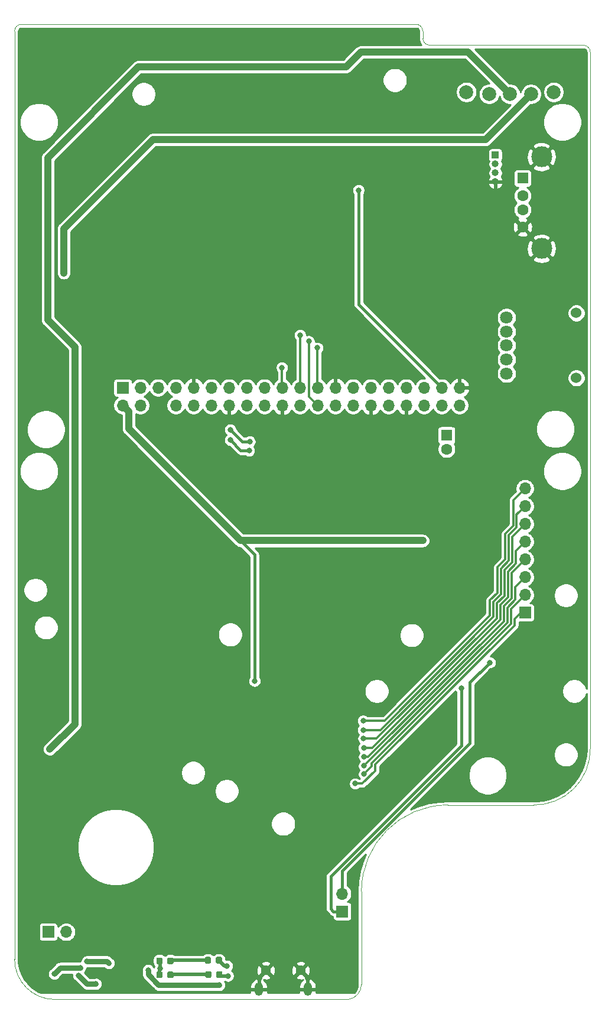
<source format=gbr>
G04 #@! TF.GenerationSoftware,KiCad,Pcbnew,5.1.5*
G04 #@! TF.CreationDate,2020-03-31T00:28:10+02:00*
G04 #@! TF.ProjectId,gameboy-dmg,67616d65-626f-4792-9d64-6d672e6b6963,rev?*
G04 #@! TF.SameCoordinates,PXa6cc320PY5867d60*
G04 #@! TF.FileFunction,Copper,L2,Bot*
G04 #@! TF.FilePolarity,Positive*
%FSLAX46Y46*%
G04 Gerber Fmt 4.6, Leading zero omitted, Abs format (unit mm)*
G04 Created by KiCad (PCBNEW 5.1.5) date 2020-03-31 00:28:10*
%MOMM*%
%LPD*%
G04 APERTURE LIST*
%ADD10C,0.050000*%
%ADD11O,1.700000X1.700000*%
%ADD12R,1.700000X1.700000*%
%ADD13O,1.000000X1.000000*%
%ADD14R,1.000000X1.000000*%
%ADD15C,1.450000*%
%ADD16O,1.200000X1.900000*%
%ADD17C,0.150000*%
%ADD18R,1.600000X1.600000*%
%ADD19C,1.600000*%
%ADD20C,1.800000*%
%ADD21C,1.524000*%
%ADD22C,2.000000*%
%ADD23C,3.000000*%
%ADD24C,0.800000*%
%ADD25C,1.000000*%
%ADD26C,0.400000*%
%ADD27C,0.300000*%
%ADD28C,0.750000*%
%ADD29C,0.500000*%
%ADD30C,0.254000*%
G04 APERTURE END LIST*
D10*
X-36400000Y76600001D02*
G75*
G02X-37400359Y77580241I-11724J988600D01*
G01*
X-38400000Y79599999D02*
G75*
G02X-37399641Y78619759I11724J-988600D01*
G01*
X-37400359Y77580241D02*
X-37399641Y78619759D01*
X-14400359Y76600000D02*
X-36400000Y76600000D01*
X-14400359Y76599999D02*
G75*
G02X-13400000Y75619759I11724J-988600D01*
G01*
X-95899999Y78600000D02*
G75*
G02X-94919759Y79600359I988600J11724D01*
G01*
X-90150000Y-60050000D02*
G75*
G02X-95900000Y-54300000I0J5750000D01*
G01*
X-46200000Y-44600000D02*
X-46200000Y-57900000D01*
X-48028302Y-60050000D02*
X-90150000Y-60050000D01*
X-46200000Y-57900000D02*
G75*
G02X-48028302Y-60050000I-2178302J0D01*
G01*
X-95900000Y78600000D02*
X-95900000Y-54300000D01*
X-38400000Y79600000D02*
X-94919759Y79600359D01*
X-33800000Y-32200000D02*
X-21500030Y-32200000D01*
X-13400000Y-24102438D02*
G75*
G02X-21500030Y-32200000I-8000030J-97562D01*
G01*
X-46200000Y-44600000D02*
G75*
G02X-33800000Y-32200000I12400000J0D01*
G01*
X-13400000Y75619759D02*
X-13400000Y-24100000D01*
D11*
X-32140000Y25010000D03*
X-32140000Y27550000D03*
X-34680000Y25010000D03*
X-34680000Y27550000D03*
X-37220000Y25010000D03*
X-37220000Y27550000D03*
X-39760000Y25010000D03*
X-39760000Y27550000D03*
X-42300000Y25010000D03*
X-42300000Y27550000D03*
X-44840000Y25010000D03*
X-44840000Y27550000D03*
X-47380000Y25010000D03*
X-47380000Y27550000D03*
X-49920000Y25010000D03*
X-49920000Y27550000D03*
X-52460000Y25010000D03*
X-52460000Y27550000D03*
X-55000000Y25010000D03*
X-55000000Y27550000D03*
X-57540000Y25010000D03*
X-57540000Y27550000D03*
X-60080000Y25010000D03*
X-60080000Y27550000D03*
X-62620000Y25010000D03*
X-62620000Y27550000D03*
X-65160000Y25010000D03*
X-65160000Y27550000D03*
X-67700000Y25010000D03*
X-67700000Y27550000D03*
X-70240000Y25010000D03*
X-70240000Y27550000D03*
X-72780000Y25010000D03*
X-72780000Y27550000D03*
X-75320000Y25010000D03*
X-75320000Y27550000D03*
X-77860000Y25010000D03*
X-77860000Y27550000D03*
X-80400000Y25010000D03*
D12*
X-80400000Y27550000D03*
D13*
X-27000000Y57040000D03*
X-27000000Y58310000D03*
X-27000000Y59580000D03*
D14*
X-27000000Y60850000D03*
D15*
X-59900000Y-55900000D03*
X-54900000Y-55900000D03*
D16*
X-60900000Y-58600000D03*
X-53900000Y-58600000D03*
G04 #@! TA.AperFunction,SMDPad,CuDef*
D17*
G36*
X-73322309Y-56051053D02*
G01*
X-73301074Y-56054203D01*
X-73280250Y-56059419D01*
X-73260038Y-56066651D01*
X-73240632Y-56075830D01*
X-73222219Y-56086866D01*
X-73204976Y-56099654D01*
X-73189070Y-56114070D01*
X-73174654Y-56129976D01*
X-73161866Y-56147219D01*
X-73150830Y-56165632D01*
X-73141651Y-56185038D01*
X-73134419Y-56205250D01*
X-73129203Y-56226074D01*
X-73126053Y-56247309D01*
X-73125000Y-56268750D01*
X-73125000Y-56781250D01*
X-73126053Y-56802691D01*
X-73129203Y-56823926D01*
X-73134419Y-56844750D01*
X-73141651Y-56864962D01*
X-73150830Y-56884368D01*
X-73161866Y-56902781D01*
X-73174654Y-56920024D01*
X-73189070Y-56935930D01*
X-73204976Y-56950346D01*
X-73222219Y-56963134D01*
X-73240632Y-56974170D01*
X-73260038Y-56983349D01*
X-73280250Y-56990581D01*
X-73301074Y-56995797D01*
X-73322309Y-56998947D01*
X-73343750Y-57000000D01*
X-73781250Y-57000000D01*
X-73802691Y-56998947D01*
X-73823926Y-56995797D01*
X-73844750Y-56990581D01*
X-73864962Y-56983349D01*
X-73884368Y-56974170D01*
X-73902781Y-56963134D01*
X-73920024Y-56950346D01*
X-73935930Y-56935930D01*
X-73950346Y-56920024D01*
X-73963134Y-56902781D01*
X-73974170Y-56884368D01*
X-73983349Y-56864962D01*
X-73990581Y-56844750D01*
X-73995797Y-56823926D01*
X-73998947Y-56802691D01*
X-74000000Y-56781250D01*
X-74000000Y-56268750D01*
X-73998947Y-56247309D01*
X-73995797Y-56226074D01*
X-73990581Y-56205250D01*
X-73983349Y-56185038D01*
X-73974170Y-56165632D01*
X-73963134Y-56147219D01*
X-73950346Y-56129976D01*
X-73935930Y-56114070D01*
X-73920024Y-56099654D01*
X-73902781Y-56086866D01*
X-73884368Y-56075830D01*
X-73864962Y-56066651D01*
X-73844750Y-56059419D01*
X-73823926Y-56054203D01*
X-73802691Y-56051053D01*
X-73781250Y-56050000D01*
X-73343750Y-56050000D01*
X-73322309Y-56051053D01*
G37*
G04 #@! TD.AperFunction*
G04 #@! TA.AperFunction,SMDPad,CuDef*
G36*
X-74897309Y-56051053D02*
G01*
X-74876074Y-56054203D01*
X-74855250Y-56059419D01*
X-74835038Y-56066651D01*
X-74815632Y-56075830D01*
X-74797219Y-56086866D01*
X-74779976Y-56099654D01*
X-74764070Y-56114070D01*
X-74749654Y-56129976D01*
X-74736866Y-56147219D01*
X-74725830Y-56165632D01*
X-74716651Y-56185038D01*
X-74709419Y-56205250D01*
X-74704203Y-56226074D01*
X-74701053Y-56247309D01*
X-74700000Y-56268750D01*
X-74700000Y-56781250D01*
X-74701053Y-56802691D01*
X-74704203Y-56823926D01*
X-74709419Y-56844750D01*
X-74716651Y-56864962D01*
X-74725830Y-56884368D01*
X-74736866Y-56902781D01*
X-74749654Y-56920024D01*
X-74764070Y-56935930D01*
X-74779976Y-56950346D01*
X-74797219Y-56963134D01*
X-74815632Y-56974170D01*
X-74835038Y-56983349D01*
X-74855250Y-56990581D01*
X-74876074Y-56995797D01*
X-74897309Y-56998947D01*
X-74918750Y-57000000D01*
X-75356250Y-57000000D01*
X-75377691Y-56998947D01*
X-75398926Y-56995797D01*
X-75419750Y-56990581D01*
X-75439962Y-56983349D01*
X-75459368Y-56974170D01*
X-75477781Y-56963134D01*
X-75495024Y-56950346D01*
X-75510930Y-56935930D01*
X-75525346Y-56920024D01*
X-75538134Y-56902781D01*
X-75549170Y-56884368D01*
X-75558349Y-56864962D01*
X-75565581Y-56844750D01*
X-75570797Y-56823926D01*
X-75573947Y-56802691D01*
X-75575000Y-56781250D01*
X-75575000Y-56268750D01*
X-75573947Y-56247309D01*
X-75570797Y-56226074D01*
X-75565581Y-56205250D01*
X-75558349Y-56185038D01*
X-75549170Y-56165632D01*
X-75538134Y-56147219D01*
X-75525346Y-56129976D01*
X-75510930Y-56114070D01*
X-75495024Y-56099654D01*
X-75477781Y-56086866D01*
X-75459368Y-56075830D01*
X-75439962Y-56066651D01*
X-75419750Y-56059419D01*
X-75398926Y-56054203D01*
X-75377691Y-56051053D01*
X-75356250Y-56050000D01*
X-74918750Y-56050000D01*
X-74897309Y-56051053D01*
G37*
G04 #@! TD.AperFunction*
G04 #@! TA.AperFunction,SMDPad,CuDef*
G36*
X-74909809Y-54051053D02*
G01*
X-74888574Y-54054203D01*
X-74867750Y-54059419D01*
X-74847538Y-54066651D01*
X-74828132Y-54075830D01*
X-74809719Y-54086866D01*
X-74792476Y-54099654D01*
X-74776570Y-54114070D01*
X-74762154Y-54129976D01*
X-74749366Y-54147219D01*
X-74738330Y-54165632D01*
X-74729151Y-54185038D01*
X-74721919Y-54205250D01*
X-74716703Y-54226074D01*
X-74713553Y-54247309D01*
X-74712500Y-54268750D01*
X-74712500Y-54781250D01*
X-74713553Y-54802691D01*
X-74716703Y-54823926D01*
X-74721919Y-54844750D01*
X-74729151Y-54864962D01*
X-74738330Y-54884368D01*
X-74749366Y-54902781D01*
X-74762154Y-54920024D01*
X-74776570Y-54935930D01*
X-74792476Y-54950346D01*
X-74809719Y-54963134D01*
X-74828132Y-54974170D01*
X-74847538Y-54983349D01*
X-74867750Y-54990581D01*
X-74888574Y-54995797D01*
X-74909809Y-54998947D01*
X-74931250Y-55000000D01*
X-75368750Y-55000000D01*
X-75390191Y-54998947D01*
X-75411426Y-54995797D01*
X-75432250Y-54990581D01*
X-75452462Y-54983349D01*
X-75471868Y-54974170D01*
X-75490281Y-54963134D01*
X-75507524Y-54950346D01*
X-75523430Y-54935930D01*
X-75537846Y-54920024D01*
X-75550634Y-54902781D01*
X-75561670Y-54884368D01*
X-75570849Y-54864962D01*
X-75578081Y-54844750D01*
X-75583297Y-54823926D01*
X-75586447Y-54802691D01*
X-75587500Y-54781250D01*
X-75587500Y-54268750D01*
X-75586447Y-54247309D01*
X-75583297Y-54226074D01*
X-75578081Y-54205250D01*
X-75570849Y-54185038D01*
X-75561670Y-54165632D01*
X-75550634Y-54147219D01*
X-75537846Y-54129976D01*
X-75523430Y-54114070D01*
X-75507524Y-54099654D01*
X-75490281Y-54086866D01*
X-75471868Y-54075830D01*
X-75452462Y-54066651D01*
X-75432250Y-54059419D01*
X-75411426Y-54054203D01*
X-75390191Y-54051053D01*
X-75368750Y-54050000D01*
X-74931250Y-54050000D01*
X-74909809Y-54051053D01*
G37*
G04 #@! TD.AperFunction*
G04 #@! TA.AperFunction,SMDPad,CuDef*
G36*
X-73334809Y-54051053D02*
G01*
X-73313574Y-54054203D01*
X-73292750Y-54059419D01*
X-73272538Y-54066651D01*
X-73253132Y-54075830D01*
X-73234719Y-54086866D01*
X-73217476Y-54099654D01*
X-73201570Y-54114070D01*
X-73187154Y-54129976D01*
X-73174366Y-54147219D01*
X-73163330Y-54165632D01*
X-73154151Y-54185038D01*
X-73146919Y-54205250D01*
X-73141703Y-54226074D01*
X-73138553Y-54247309D01*
X-73137500Y-54268750D01*
X-73137500Y-54781250D01*
X-73138553Y-54802691D01*
X-73141703Y-54823926D01*
X-73146919Y-54844750D01*
X-73154151Y-54864962D01*
X-73163330Y-54884368D01*
X-73174366Y-54902781D01*
X-73187154Y-54920024D01*
X-73201570Y-54935930D01*
X-73217476Y-54950346D01*
X-73234719Y-54963134D01*
X-73253132Y-54974170D01*
X-73272538Y-54983349D01*
X-73292750Y-54990581D01*
X-73313574Y-54995797D01*
X-73334809Y-54998947D01*
X-73356250Y-55000000D01*
X-73793750Y-55000000D01*
X-73815191Y-54998947D01*
X-73836426Y-54995797D01*
X-73857250Y-54990581D01*
X-73877462Y-54983349D01*
X-73896868Y-54974170D01*
X-73915281Y-54963134D01*
X-73932524Y-54950346D01*
X-73948430Y-54935930D01*
X-73962846Y-54920024D01*
X-73975634Y-54902781D01*
X-73986670Y-54884368D01*
X-73995849Y-54864962D01*
X-74003081Y-54844750D01*
X-74008297Y-54823926D01*
X-74011447Y-54802691D01*
X-74012500Y-54781250D01*
X-74012500Y-54268750D01*
X-74011447Y-54247309D01*
X-74008297Y-54226074D01*
X-74003081Y-54205250D01*
X-73995849Y-54185038D01*
X-73986670Y-54165632D01*
X-73975634Y-54147219D01*
X-73962846Y-54129976D01*
X-73948430Y-54114070D01*
X-73932524Y-54099654D01*
X-73915281Y-54086866D01*
X-73896868Y-54075830D01*
X-73877462Y-54066651D01*
X-73857250Y-54059419D01*
X-73836426Y-54054203D01*
X-73815191Y-54051053D01*
X-73793750Y-54050000D01*
X-73356250Y-54050000D01*
X-73334809Y-54051053D01*
G37*
G04 #@! TD.AperFunction*
G04 #@! TA.AperFunction,SMDPad,CuDef*
G36*
X-67897309Y-56001053D02*
G01*
X-67876074Y-56004203D01*
X-67855250Y-56009419D01*
X-67835038Y-56016651D01*
X-67815632Y-56025830D01*
X-67797219Y-56036866D01*
X-67779976Y-56049654D01*
X-67764070Y-56064070D01*
X-67749654Y-56079976D01*
X-67736866Y-56097219D01*
X-67725830Y-56115632D01*
X-67716651Y-56135038D01*
X-67709419Y-56155250D01*
X-67704203Y-56176074D01*
X-67701053Y-56197309D01*
X-67700000Y-56218750D01*
X-67700000Y-56731250D01*
X-67701053Y-56752691D01*
X-67704203Y-56773926D01*
X-67709419Y-56794750D01*
X-67716651Y-56814962D01*
X-67725830Y-56834368D01*
X-67736866Y-56852781D01*
X-67749654Y-56870024D01*
X-67764070Y-56885930D01*
X-67779976Y-56900346D01*
X-67797219Y-56913134D01*
X-67815632Y-56924170D01*
X-67835038Y-56933349D01*
X-67855250Y-56940581D01*
X-67876074Y-56945797D01*
X-67897309Y-56948947D01*
X-67918750Y-56950000D01*
X-68356250Y-56950000D01*
X-68377691Y-56948947D01*
X-68398926Y-56945797D01*
X-68419750Y-56940581D01*
X-68439962Y-56933349D01*
X-68459368Y-56924170D01*
X-68477781Y-56913134D01*
X-68495024Y-56900346D01*
X-68510930Y-56885930D01*
X-68525346Y-56870024D01*
X-68538134Y-56852781D01*
X-68549170Y-56834368D01*
X-68558349Y-56814962D01*
X-68565581Y-56794750D01*
X-68570797Y-56773926D01*
X-68573947Y-56752691D01*
X-68575000Y-56731250D01*
X-68575000Y-56218750D01*
X-68573947Y-56197309D01*
X-68570797Y-56176074D01*
X-68565581Y-56155250D01*
X-68558349Y-56135038D01*
X-68549170Y-56115632D01*
X-68538134Y-56097219D01*
X-68525346Y-56079976D01*
X-68510930Y-56064070D01*
X-68495024Y-56049654D01*
X-68477781Y-56036866D01*
X-68459368Y-56025830D01*
X-68439962Y-56016651D01*
X-68419750Y-56009419D01*
X-68398926Y-56004203D01*
X-68377691Y-56001053D01*
X-68356250Y-56000000D01*
X-67918750Y-56000000D01*
X-67897309Y-56001053D01*
G37*
G04 #@! TD.AperFunction*
G04 #@! TA.AperFunction,SMDPad,CuDef*
G36*
X-66322309Y-56001053D02*
G01*
X-66301074Y-56004203D01*
X-66280250Y-56009419D01*
X-66260038Y-56016651D01*
X-66240632Y-56025830D01*
X-66222219Y-56036866D01*
X-66204976Y-56049654D01*
X-66189070Y-56064070D01*
X-66174654Y-56079976D01*
X-66161866Y-56097219D01*
X-66150830Y-56115632D01*
X-66141651Y-56135038D01*
X-66134419Y-56155250D01*
X-66129203Y-56176074D01*
X-66126053Y-56197309D01*
X-66125000Y-56218750D01*
X-66125000Y-56731250D01*
X-66126053Y-56752691D01*
X-66129203Y-56773926D01*
X-66134419Y-56794750D01*
X-66141651Y-56814962D01*
X-66150830Y-56834368D01*
X-66161866Y-56852781D01*
X-66174654Y-56870024D01*
X-66189070Y-56885930D01*
X-66204976Y-56900346D01*
X-66222219Y-56913134D01*
X-66240632Y-56924170D01*
X-66260038Y-56933349D01*
X-66280250Y-56940581D01*
X-66301074Y-56945797D01*
X-66322309Y-56948947D01*
X-66343750Y-56950000D01*
X-66781250Y-56950000D01*
X-66802691Y-56948947D01*
X-66823926Y-56945797D01*
X-66844750Y-56940581D01*
X-66864962Y-56933349D01*
X-66884368Y-56924170D01*
X-66902781Y-56913134D01*
X-66920024Y-56900346D01*
X-66935930Y-56885930D01*
X-66950346Y-56870024D01*
X-66963134Y-56852781D01*
X-66974170Y-56834368D01*
X-66983349Y-56814962D01*
X-66990581Y-56794750D01*
X-66995797Y-56773926D01*
X-66998947Y-56752691D01*
X-67000000Y-56731250D01*
X-67000000Y-56218750D01*
X-66998947Y-56197309D01*
X-66995797Y-56176074D01*
X-66990581Y-56155250D01*
X-66983349Y-56135038D01*
X-66974170Y-56115632D01*
X-66963134Y-56097219D01*
X-66950346Y-56079976D01*
X-66935930Y-56064070D01*
X-66920024Y-56049654D01*
X-66902781Y-56036866D01*
X-66884368Y-56025830D01*
X-66864962Y-56016651D01*
X-66844750Y-56009419D01*
X-66823926Y-56004203D01*
X-66802691Y-56001053D01*
X-66781250Y-56000000D01*
X-66343750Y-56000000D01*
X-66322309Y-56001053D01*
G37*
G04 #@! TD.AperFunction*
G04 #@! TA.AperFunction,SMDPad,CuDef*
G36*
X-67959809Y-53951053D02*
G01*
X-67938574Y-53954203D01*
X-67917750Y-53959419D01*
X-67897538Y-53966651D01*
X-67878132Y-53975830D01*
X-67859719Y-53986866D01*
X-67842476Y-53999654D01*
X-67826570Y-54014070D01*
X-67812154Y-54029976D01*
X-67799366Y-54047219D01*
X-67788330Y-54065632D01*
X-67779151Y-54085038D01*
X-67771919Y-54105250D01*
X-67766703Y-54126074D01*
X-67763553Y-54147309D01*
X-67762500Y-54168750D01*
X-67762500Y-54681250D01*
X-67763553Y-54702691D01*
X-67766703Y-54723926D01*
X-67771919Y-54744750D01*
X-67779151Y-54764962D01*
X-67788330Y-54784368D01*
X-67799366Y-54802781D01*
X-67812154Y-54820024D01*
X-67826570Y-54835930D01*
X-67842476Y-54850346D01*
X-67859719Y-54863134D01*
X-67878132Y-54874170D01*
X-67897538Y-54883349D01*
X-67917750Y-54890581D01*
X-67938574Y-54895797D01*
X-67959809Y-54898947D01*
X-67981250Y-54900000D01*
X-68418750Y-54900000D01*
X-68440191Y-54898947D01*
X-68461426Y-54895797D01*
X-68482250Y-54890581D01*
X-68502462Y-54883349D01*
X-68521868Y-54874170D01*
X-68540281Y-54863134D01*
X-68557524Y-54850346D01*
X-68573430Y-54835930D01*
X-68587846Y-54820024D01*
X-68600634Y-54802781D01*
X-68611670Y-54784368D01*
X-68620849Y-54764962D01*
X-68628081Y-54744750D01*
X-68633297Y-54723926D01*
X-68636447Y-54702691D01*
X-68637500Y-54681250D01*
X-68637500Y-54168750D01*
X-68636447Y-54147309D01*
X-68633297Y-54126074D01*
X-68628081Y-54105250D01*
X-68620849Y-54085038D01*
X-68611670Y-54065632D01*
X-68600634Y-54047219D01*
X-68587846Y-54029976D01*
X-68573430Y-54014070D01*
X-68557524Y-53999654D01*
X-68540281Y-53986866D01*
X-68521868Y-53975830D01*
X-68502462Y-53966651D01*
X-68482250Y-53959419D01*
X-68461426Y-53954203D01*
X-68440191Y-53951053D01*
X-68418750Y-53950000D01*
X-67981250Y-53950000D01*
X-67959809Y-53951053D01*
G37*
G04 #@! TD.AperFunction*
G04 #@! TA.AperFunction,SMDPad,CuDef*
G36*
X-66384809Y-53951053D02*
G01*
X-66363574Y-53954203D01*
X-66342750Y-53959419D01*
X-66322538Y-53966651D01*
X-66303132Y-53975830D01*
X-66284719Y-53986866D01*
X-66267476Y-53999654D01*
X-66251570Y-54014070D01*
X-66237154Y-54029976D01*
X-66224366Y-54047219D01*
X-66213330Y-54065632D01*
X-66204151Y-54085038D01*
X-66196919Y-54105250D01*
X-66191703Y-54126074D01*
X-66188553Y-54147309D01*
X-66187500Y-54168750D01*
X-66187500Y-54681250D01*
X-66188553Y-54702691D01*
X-66191703Y-54723926D01*
X-66196919Y-54744750D01*
X-66204151Y-54764962D01*
X-66213330Y-54784368D01*
X-66224366Y-54802781D01*
X-66237154Y-54820024D01*
X-66251570Y-54835930D01*
X-66267476Y-54850346D01*
X-66284719Y-54863134D01*
X-66303132Y-54874170D01*
X-66322538Y-54883349D01*
X-66342750Y-54890581D01*
X-66363574Y-54895797D01*
X-66384809Y-54898947D01*
X-66406250Y-54900000D01*
X-66843750Y-54900000D01*
X-66865191Y-54898947D01*
X-66886426Y-54895797D01*
X-66907250Y-54890581D01*
X-66927462Y-54883349D01*
X-66946868Y-54874170D01*
X-66965281Y-54863134D01*
X-66982524Y-54850346D01*
X-66998430Y-54835930D01*
X-67012846Y-54820024D01*
X-67025634Y-54802781D01*
X-67036670Y-54784368D01*
X-67045849Y-54764962D01*
X-67053081Y-54744750D01*
X-67058297Y-54723926D01*
X-67061447Y-54702691D01*
X-67062500Y-54681250D01*
X-67062500Y-54168750D01*
X-67061447Y-54147309D01*
X-67058297Y-54126074D01*
X-67053081Y-54105250D01*
X-67045849Y-54085038D01*
X-67036670Y-54065632D01*
X-67025634Y-54047219D01*
X-67012846Y-54029976D01*
X-66998430Y-54014070D01*
X-66982524Y-53999654D01*
X-66965281Y-53986866D01*
X-66946868Y-53975830D01*
X-66927462Y-53966651D01*
X-66907250Y-53959419D01*
X-66886426Y-53954203D01*
X-66865191Y-53951053D01*
X-66843750Y-53950000D01*
X-66406250Y-53950000D01*
X-66384809Y-53951053D01*
G37*
G04 #@! TD.AperFunction*
D12*
X-91050000Y-50375000D03*
D11*
X-88510000Y-50375000D03*
D12*
X-22750000Y-4650000D03*
D11*
X-22750000Y-2110000D03*
X-22750000Y430000D03*
X-22750000Y2970000D03*
X-22750000Y5510000D03*
X-22750000Y8050000D03*
X-22750000Y10590000D03*
X-22750000Y13130000D03*
D18*
X-34000000Y20750000D03*
D19*
X-34000000Y18750000D03*
D12*
X-48950000Y-47450000D03*
D11*
X-48950000Y-44910000D03*
D20*
X-25400000Y29600000D03*
D21*
X-15400000Y28950000D03*
D20*
X-25400000Y31600000D03*
X-25400000Y33600000D03*
X-25400000Y35600000D03*
X-25400000Y37600000D03*
D21*
X-15400000Y38250000D03*
D22*
X-21900000Y69600000D03*
X-24900000Y69600000D03*
X-27900000Y69600000D03*
X-18650000Y69900000D03*
X-31150000Y69900000D03*
D19*
X-23100000Y50550000D03*
X-23100000Y53050000D03*
X-23100000Y55050000D03*
D18*
X-23100000Y57550000D03*
D23*
X-20390000Y60620000D03*
X-20390000Y47480000D03*
D24*
X-72045000Y-31545000D03*
X-74045000Y-31545000D03*
X-74045000Y-33545000D03*
X-72045000Y-33545000D03*
X-82970000Y-16510000D03*
X-80970000Y-14510000D03*
X-82970000Y-14510000D03*
X-21750000Y-22830000D03*
X-23750000Y-22830000D03*
X-43250000Y400000D03*
X-43250000Y-1600000D03*
X-41250000Y400000D03*
X-41250000Y-1600000D03*
X-80970000Y-16510000D03*
X-23750000Y-20830000D03*
X-21750000Y-20830000D03*
X-65770000Y41510000D03*
X-63770000Y39510000D03*
X-65770000Y39510000D03*
X-63770000Y41510000D03*
X-76370000Y55860000D03*
X-74370000Y55860000D03*
X-76370000Y57860000D03*
X-74370000Y57860000D03*
X-36820000Y54710000D03*
X-36820000Y52710000D03*
X-27200000Y4550000D03*
X-47770000Y19810000D03*
X-49770000Y19810000D03*
X-47770000Y17810000D03*
X-49770000Y17810000D03*
X-68900000Y-52950000D03*
X-67125000Y-48400000D03*
X-86625000Y-54175000D03*
X-26000000Y12750000D03*
X-75770000Y6110000D03*
X-77770000Y6110000D03*
X-75770000Y4110000D03*
X-77770000Y4110000D03*
X-66670000Y23010000D03*
X-68670000Y23010000D03*
X-60060000Y69530000D03*
X-58060000Y69530000D03*
X-88850000Y44000000D03*
X-37400000Y5650000D03*
X-61500000Y-14450000D03*
X-45805331Y-27794669D03*
X-47100000Y-29150000D03*
X-57600000Y30450000D03*
X-54992079Y35105249D03*
X-52500000Y33250000D03*
X-53738332Y34188332D03*
X-62300000Y18550000D03*
X-65000000Y20050000D03*
X-62200000Y19850000D03*
X-65000000Y21550000D03*
X-46600000Y55850000D03*
X-85525000Y-54600000D03*
X-82375000Y-54850000D03*
X-75025000Y-55625000D03*
X-66550000Y-58000000D03*
X-76775000Y-55850000D03*
X-65325000Y-56675000D03*
X-65450000Y-55250000D03*
X-84241820Y-57833180D03*
X-86750000Y-56600000D03*
X-86500000Y-55525000D03*
X-90225000Y-56400000D03*
X-45800000Y-26600000D03*
X-45800000Y-25300000D03*
X-45850000Y-24050000D03*
X-45900000Y-22700000D03*
X-45950000Y-21450000D03*
X-45950000Y-20150000D03*
X-90850000Y-24200000D03*
X-31900000Y-15450000D03*
X-27800000Y-11800000D03*
D25*
X-28389999Y63110001D02*
X-21900000Y69600000D01*
X-76039999Y63110001D02*
X-28389999Y63110001D01*
X-88850000Y44000000D02*
X-88850000Y50300000D01*
X-88850000Y50300000D02*
X-76039999Y63110001D01*
X-79550001Y24160001D02*
X-79550001Y21700001D01*
X-80400000Y25010000D02*
X-79550001Y24160001D01*
X-79550001Y21700001D02*
X-63500000Y5650000D01*
X-63500000Y5650000D02*
X-37400000Y5650000D01*
D26*
X-61500000Y3650000D02*
X-63500000Y5650000D01*
X-61500000Y-14450000D02*
X-61500000Y3650000D01*
D27*
X-24778560Y-4138560D02*
X-22750000Y-2110000D01*
X-44696440Y-26203560D02*
X-24778560Y-6285680D01*
X-24778560Y-6285680D02*
X-24778560Y-4138560D01*
X-44696440Y-26685778D02*
X-44696440Y-26203560D01*
X-45805331Y-27794669D02*
X-44696440Y-26685778D01*
X-24278550Y-5578550D02*
X-23350000Y-4650000D01*
X-47100000Y-29150000D02*
X-46050660Y-29150000D01*
X-23350000Y-4650000D02*
X-22750000Y-4650000D01*
X-44196430Y-26410670D02*
X-24278550Y-6492790D01*
X-44196430Y-27295770D02*
X-44196430Y-26410670D01*
X-46050660Y-29150000D02*
X-44196430Y-27295770D01*
X-24278550Y-6492790D02*
X-24278550Y-5578550D01*
X-57600000Y27610000D02*
X-57540000Y27550000D01*
X-57600000Y30450000D02*
X-57600000Y27610000D01*
X-54992079Y27557921D02*
X-55000000Y27550000D01*
X-54992079Y35105249D02*
X-54992079Y27557921D01*
X-52500000Y27590000D02*
X-52460000Y27550000D01*
X-52500000Y33250000D02*
X-52500000Y27590000D01*
X-53738332Y26288332D02*
X-52460000Y25010000D01*
X-53738332Y34188332D02*
X-53738332Y26288332D01*
D26*
X-62300000Y18550000D02*
X-63500000Y18550000D01*
X-63500000Y18550000D02*
X-65000000Y20050000D01*
X-62200000Y19850000D02*
X-63300000Y19850000D01*
X-63300000Y19850000D02*
X-65000000Y21550000D01*
X-46600000Y39470000D02*
X-34680000Y27550000D01*
X-46600000Y55850000D02*
X-46600000Y39470000D01*
D28*
X-85525000Y-54600000D02*
X-82625000Y-54600000D01*
X-82625000Y-54600000D02*
X-82375000Y-54850000D01*
D29*
X-73512500Y-56475000D02*
X-73562500Y-56525000D01*
X-68137500Y-56475000D02*
X-73512500Y-56475000D01*
X-75025000Y-54650000D02*
X-75150000Y-54525000D01*
X-75025000Y-55625000D02*
X-75025000Y-54650000D01*
X-75137500Y-55737500D02*
X-75025000Y-55625000D01*
X-75137500Y-56525000D02*
X-75137500Y-55737500D01*
X-73475000Y-54425000D02*
X-73575000Y-54525000D01*
X-68200000Y-54425000D02*
X-73475000Y-54425000D01*
D28*
X-76775000Y-56485048D02*
X-76775000Y-55850000D01*
X-66550000Y-58000000D02*
X-75260048Y-58000000D01*
X-75260048Y-58000000D02*
X-76775000Y-56485048D01*
D29*
X-66362500Y-56675000D02*
X-66562500Y-56475000D01*
X-65325000Y-56675000D02*
X-66362500Y-56675000D01*
X-65800000Y-55250000D02*
X-66625000Y-54425000D01*
X-65450000Y-55250000D02*
X-65800000Y-55250000D01*
D28*
X-84241820Y-57833180D02*
X-85516820Y-57833180D01*
X-85516820Y-57833180D02*
X-86750000Y-56600000D01*
X-86500000Y-55525000D02*
X-89350000Y-55525000D01*
X-89350000Y-55525000D02*
X-90225000Y-56400000D01*
D27*
X-25278570Y-3931450D02*
X-25278570Y-6078570D01*
X-25278570Y-6078570D02*
X-45800000Y-26600000D01*
X-24148560Y-2801440D02*
X-25278570Y-3931450D01*
X-24148560Y-968560D02*
X-24148560Y-2801440D01*
X-22750000Y430000D02*
X-24148560Y-968560D01*
X-22750000Y2970000D02*
X-24701405Y1018595D01*
X-25778580Y-3724340D02*
X-25778580Y-5871460D01*
X-24701405Y1018595D02*
X-24701405Y-2647165D01*
X-24701405Y-2647165D02*
X-25778580Y-3724340D01*
X-45207120Y-25300000D02*
X-45800000Y-25300000D01*
X-25778580Y-5871460D02*
X-45207120Y-25300000D01*
X-22750000Y5510000D02*
X-24063560Y4196440D01*
X-24063560Y4196440D02*
X-24063560Y2363560D01*
X-24063560Y2363560D02*
X-25201415Y1225705D01*
X-25201415Y1225705D02*
X-25201415Y-2440055D01*
X-25201415Y-2440055D02*
X-26278590Y-3517230D01*
X-26278590Y-3517230D02*
X-26278590Y-5664350D01*
X-44664240Y-24050000D02*
X-45850000Y-24050000D01*
X-26278590Y-5664350D02*
X-44664240Y-24050000D01*
X-24563570Y6236430D02*
X-22750000Y8050000D01*
X-25701425Y1432815D02*
X-24563570Y2570670D01*
X-44021360Y-22700000D02*
X-26778600Y-5457240D01*
X-45900000Y-22700000D02*
X-44021360Y-22700000D01*
X-26778600Y-5457240D02*
X-26778600Y-3310120D01*
X-26778600Y-3310120D02*
X-25701425Y-2232945D01*
X-24563570Y2570670D02*
X-24563570Y6236430D01*
X-25701425Y-2232945D02*
X-25701425Y1432815D01*
X-23950001Y9389999D02*
X-23599999Y9740001D01*
X-23950001Y7557119D02*
X-23950001Y9389999D01*
X-26201435Y1639925D02*
X-25063580Y2777780D01*
X-45950000Y-21450000D02*
X-43478480Y-21450000D01*
X-43478480Y-21450000D02*
X-27278610Y-5250130D01*
X-25063580Y2777780D02*
X-25063580Y6443540D01*
X-27278610Y-3103010D02*
X-26201435Y-2025835D01*
X-23599999Y9740001D02*
X-22750000Y10590000D01*
X-27278610Y-5250130D02*
X-27278610Y-3103010D01*
X-25063580Y6443540D02*
X-23950001Y7557119D01*
X-26201435Y-2025835D02*
X-26201435Y1639925D01*
X-27778620Y-2895900D02*
X-27778620Y-5043020D01*
X-26701445Y-1818725D02*
X-27778620Y-2895900D01*
X-26701445Y1847035D02*
X-26701445Y-1818725D01*
X-42885600Y-20150000D02*
X-45950000Y-20150000D01*
X-25563590Y2984890D02*
X-26701445Y1847035D01*
X-27778620Y-5043020D02*
X-42885600Y-20150000D01*
X-22750000Y13130000D02*
X-24450011Y11429989D01*
X-24450011Y11429989D02*
X-24450011Y7764229D01*
X-25563590Y6650650D02*
X-25563590Y2984890D01*
X-24450011Y7764229D02*
X-25563590Y6650650D01*
D25*
X-48400000Y73500000D02*
X-46300000Y75600000D01*
X-30950000Y75650000D02*
X-24900000Y69600000D01*
X-90850000Y-24200000D02*
X-87250000Y-20600000D01*
X-87250000Y33350000D02*
X-91150000Y37250000D01*
X-78150000Y73500000D02*
X-48400000Y73500000D01*
X-91150000Y60500000D02*
X-78150000Y73500000D01*
X-87250000Y-20600000D02*
X-87250000Y33350000D01*
X-46300000Y75600000D02*
X-30950000Y75650000D01*
X-91150000Y37250000D02*
X-91150000Y60500000D01*
D26*
X-50200000Y-47450000D02*
X-50600000Y-47050000D01*
X-48950000Y-47450000D02*
X-50200000Y-47450000D01*
X-50600000Y-47050000D02*
X-50600000Y-42411988D01*
X-50600000Y-42411988D02*
X-31900000Y-23711988D01*
X-31900000Y-23711988D02*
X-31900000Y-15450000D01*
X-30650000Y-14650000D02*
X-27800000Y-11800000D01*
X-30650000Y-23310530D02*
X-30650000Y-14650000D01*
X-48950000Y-41610530D02*
X-30650000Y-23310530D01*
X-48950000Y-44910000D02*
X-48950000Y-41610530D01*
D30*
G36*
X-38423727Y79048000D02*
G01*
X-38309028Y79038125D01*
X-38227649Y79014605D01*
X-38152396Y78975730D01*
X-38086123Y78922975D01*
X-38031359Y78858353D01*
X-37990188Y78784322D01*
X-37964181Y78703706D01*
X-37951657Y78596755D01*
X-37952358Y77580426D01*
X-37952359Y77580420D01*
X-37952358Y77580342D01*
X-37952377Y77553514D01*
X-37949360Y77522664D01*
X-37949315Y77513433D01*
X-37948472Y77505772D01*
X-37926029Y77314126D01*
X-37915391Y77265252D01*
X-37905432Y77216210D01*
X-37903117Y77208859D01*
X-37843877Y77025223D01*
X-37823942Y76979331D01*
X-37804652Y76933171D01*
X-37800954Y76926409D01*
X-37707172Y76757777D01*
X-37678706Y76716636D01*
X-37650818Y76675101D01*
X-37645876Y76669186D01*
X-37634051Y76655233D01*
X-46251226Y76627164D01*
X-46300001Y76631968D01*
X-46352112Y76626835D01*
X-46353795Y76626830D01*
X-46402445Y76621878D01*
X-46501328Y76612139D01*
X-46502944Y76611649D01*
X-46504622Y76611478D01*
X-46599621Y76582322D01*
X-46694919Y76553414D01*
X-46696410Y76552617D01*
X-46698020Y76552123D01*
X-46785380Y76505061D01*
X-46873332Y76458050D01*
X-46874641Y76456976D01*
X-46876122Y76456178D01*
X-46952654Y76392952D01*
X-46990525Y76361872D01*
X-46991714Y76360683D01*
X-47032085Y76327331D01*
X-47063056Y76289341D01*
X-48825396Y74527000D01*
X-78099560Y74527000D01*
X-78150001Y74531968D01*
X-78200442Y74527000D01*
X-78200451Y74527000D01*
X-78351327Y74512140D01*
X-78544917Y74453415D01*
X-78723331Y74358051D01*
X-78879712Y74229712D01*
X-78911872Y74190525D01*
X-91840524Y61261872D01*
X-91879711Y61229712D01*
X-91911871Y61190525D01*
X-91911872Y61190524D01*
X-92008050Y61073331D01*
X-92103414Y60894917D01*
X-92162139Y60701327D01*
X-92181968Y60500000D01*
X-92176999Y60449549D01*
X-92177000Y37300441D01*
X-92181968Y37250000D01*
X-92177000Y37199559D01*
X-92177000Y37199550D01*
X-92162140Y37048674D01*
X-92103415Y36855084D01*
X-92008051Y36676669D01*
X-91879712Y36520288D01*
X-91840519Y36488123D01*
X-88276999Y32924602D01*
X-88277000Y-20174602D01*
X-91611872Y-23509476D01*
X-91708050Y-23626669D01*
X-91803414Y-23805083D01*
X-91862139Y-23998673D01*
X-91881968Y-24200000D01*
X-91862139Y-24401327D01*
X-91803414Y-24594917D01*
X-91708050Y-24773331D01*
X-91579712Y-24929712D01*
X-91423331Y-25058050D01*
X-91244917Y-25153414D01*
X-91051327Y-25212139D01*
X-90850000Y-25231968D01*
X-90648673Y-25212139D01*
X-90455083Y-25153414D01*
X-90276669Y-25058050D01*
X-90159476Y-24961872D01*
X-86559470Y-21361868D01*
X-86520288Y-21329712D01*
X-86488132Y-21290530D01*
X-86488127Y-21290525D01*
X-86391950Y-21173332D01*
X-86391949Y-21173331D01*
X-86296585Y-20994917D01*
X-86237860Y-20801327D01*
X-86223000Y-20650451D01*
X-86223000Y-20650444D01*
X-86218032Y-20600000D01*
X-86223000Y-20549557D01*
X-86223000Y-15724981D01*
X-45777000Y-15724981D01*
X-45777000Y-16075019D01*
X-45708711Y-16418332D01*
X-45574757Y-16741725D01*
X-45380286Y-17032771D01*
X-45132771Y-17280286D01*
X-44841725Y-17474757D01*
X-44518332Y-17608711D01*
X-44175019Y-17677000D01*
X-43824981Y-17677000D01*
X-43481668Y-17608711D01*
X-43158275Y-17474757D01*
X-42867229Y-17280286D01*
X-42619714Y-17032771D01*
X-42425243Y-16741725D01*
X-42291289Y-16418332D01*
X-42223000Y-16075019D01*
X-42223000Y-15724981D01*
X-42291289Y-15381668D01*
X-42425243Y-15058275D01*
X-42619714Y-14767229D01*
X-42867229Y-14519714D01*
X-43158275Y-14325243D01*
X-43481668Y-14191289D01*
X-43824981Y-14123000D01*
X-44175019Y-14123000D01*
X-44518332Y-14191289D01*
X-44841725Y-14325243D01*
X-45132771Y-14519714D01*
X-45380286Y-14767229D01*
X-45574757Y-15058275D01*
X-45708711Y-15381668D01*
X-45777000Y-15724981D01*
X-86223000Y-15724981D01*
X-86223000Y-7624981D01*
X-66777000Y-7624981D01*
X-66777000Y-7975019D01*
X-66708711Y-8318332D01*
X-66574757Y-8641725D01*
X-66380286Y-8932771D01*
X-66132771Y-9180286D01*
X-65841725Y-9374757D01*
X-65518332Y-9508711D01*
X-65175019Y-9577000D01*
X-64824981Y-9577000D01*
X-64481668Y-9508711D01*
X-64158275Y-9374757D01*
X-63867229Y-9180286D01*
X-63619714Y-8932771D01*
X-63425243Y-8641725D01*
X-63291289Y-8318332D01*
X-63223000Y-7975019D01*
X-63223000Y-7624981D01*
X-63291289Y-7281668D01*
X-63425243Y-6958275D01*
X-63619714Y-6667229D01*
X-63867229Y-6419714D01*
X-64158275Y-6225243D01*
X-64481668Y-6091289D01*
X-64824981Y-6023000D01*
X-65175019Y-6023000D01*
X-65518332Y-6091289D01*
X-65841725Y-6225243D01*
X-66132771Y-6419714D01*
X-66380286Y-6667229D01*
X-66574757Y-6958275D01*
X-66708711Y-7281668D01*
X-66777000Y-7624981D01*
X-86223000Y-7624981D01*
X-86223000Y28400000D01*
X-81779549Y28400000D01*
X-81779549Y26700000D01*
X-81769374Y26596690D01*
X-81739239Y26497350D01*
X-81690304Y26405798D01*
X-81624448Y26325552D01*
X-81544202Y26259696D01*
X-81452650Y26210761D01*
X-81353310Y26180626D01*
X-81250000Y26170451D01*
X-81141798Y26170451D01*
X-81277787Y26079586D01*
X-81469586Y25887787D01*
X-81620282Y25662254D01*
X-81724083Y25411656D01*
X-81777000Y25145623D01*
X-81777000Y24874377D01*
X-81724083Y24608344D01*
X-81620282Y24357746D01*
X-81469586Y24132213D01*
X-81277787Y23940414D01*
X-81052254Y23789718D01*
X-80801656Y23685917D01*
X-80577001Y23641231D01*
X-80577000Y21750452D01*
X-80581969Y21700001D01*
X-80577000Y21649550D01*
X-80562140Y21498674D01*
X-80503415Y21305084D01*
X-80408051Y21126670D01*
X-80279712Y20970289D01*
X-80240525Y20938129D01*
X-64261872Y4959475D01*
X-64229712Y4920288D01*
X-64073331Y4791949D01*
X-63894917Y4696585D01*
X-63701327Y4637860D01*
X-63550451Y4623000D01*
X-63550442Y4623000D01*
X-63500001Y4618032D01*
X-63496508Y4618376D01*
X-62226999Y3348866D01*
X-62227000Y-13869476D01*
X-62321496Y-14010901D01*
X-62391376Y-14179604D01*
X-62427000Y-14358699D01*
X-62427000Y-14541301D01*
X-62391376Y-14720396D01*
X-62321496Y-14889099D01*
X-62220048Y-15040928D01*
X-62090928Y-15170048D01*
X-61939099Y-15271496D01*
X-61770396Y-15341376D01*
X-61591301Y-15377000D01*
X-61408699Y-15377000D01*
X-61229604Y-15341376D01*
X-61060901Y-15271496D01*
X-60909072Y-15170048D01*
X-60779952Y-15040928D01*
X-60678504Y-14889099D01*
X-60608624Y-14720396D01*
X-60573000Y-14541301D01*
X-60573000Y-14358699D01*
X-60608624Y-14179604D01*
X-60678504Y-14010901D01*
X-60773000Y-13869476D01*
X-60773000Y-7724981D01*
X-40777000Y-7724981D01*
X-40777000Y-8075019D01*
X-40708711Y-8418332D01*
X-40574757Y-8741725D01*
X-40380286Y-9032771D01*
X-40132771Y-9280286D01*
X-39841725Y-9474757D01*
X-39518332Y-9608711D01*
X-39175019Y-9677000D01*
X-38824981Y-9677000D01*
X-38481668Y-9608711D01*
X-38158275Y-9474757D01*
X-37867229Y-9280286D01*
X-37619714Y-9032771D01*
X-37425243Y-8741725D01*
X-37291289Y-8418332D01*
X-37223000Y-8075019D01*
X-37223000Y-7724981D01*
X-37291289Y-7381668D01*
X-37425243Y-7058275D01*
X-37619714Y-6767229D01*
X-37867229Y-6519714D01*
X-38158275Y-6325243D01*
X-38481668Y-6191289D01*
X-38824981Y-6123000D01*
X-39175019Y-6123000D01*
X-39518332Y-6191289D01*
X-39841725Y-6325243D01*
X-40132771Y-6519714D01*
X-40380286Y-6767229D01*
X-40574757Y-7058275D01*
X-40708711Y-7381668D01*
X-40777000Y-7724981D01*
X-60773000Y-7724981D01*
X-60773000Y3614293D01*
X-60769483Y3650001D01*
X-60783520Y3792518D01*
X-60800286Y3847787D01*
X-60825090Y3929557D01*
X-60892597Y4055853D01*
X-60983446Y4166554D01*
X-61011188Y4189321D01*
X-61444867Y4623000D01*
X-37349549Y4623000D01*
X-37198673Y4637860D01*
X-37005083Y4696585D01*
X-36826669Y4791949D01*
X-36670288Y4920288D01*
X-36541949Y5076669D01*
X-36446585Y5255083D01*
X-36387860Y5448673D01*
X-36368031Y5650000D01*
X-36387860Y5851327D01*
X-36446585Y6044917D01*
X-36541949Y6223331D01*
X-36670288Y6379712D01*
X-36826669Y6508051D01*
X-37005083Y6603415D01*
X-37198673Y6662140D01*
X-37349549Y6677000D01*
X-63074603Y6677000D01*
X-72271114Y15873511D01*
X-20177000Y15873511D01*
X-20177000Y15326489D01*
X-20070282Y14789979D01*
X-19860946Y14284597D01*
X-19557037Y13829766D01*
X-19170234Y13442963D01*
X-18715403Y13139054D01*
X-18210021Y12929718D01*
X-17673511Y12823000D01*
X-17126489Y12823000D01*
X-16589979Y12929718D01*
X-16084597Y13139054D01*
X-15629766Y13442963D01*
X-15242963Y13829766D01*
X-14939054Y14284597D01*
X-14729718Y14789979D01*
X-14623000Y15326489D01*
X-14623000Y15873511D01*
X-14729718Y16410021D01*
X-14939054Y16915403D01*
X-15242963Y17370234D01*
X-15629766Y17757037D01*
X-16084597Y18060946D01*
X-16589979Y18270282D01*
X-17126489Y18377000D01*
X-17673511Y18377000D01*
X-18210021Y18270282D01*
X-18715403Y18060946D01*
X-19170234Y17757037D01*
X-19557037Y17370234D01*
X-19860946Y16915403D01*
X-20070282Y16410021D01*
X-20177000Y15873511D01*
X-72271114Y15873511D01*
X-78038904Y21641301D01*
X-65927000Y21641301D01*
X-65927000Y21458699D01*
X-65891376Y21279604D01*
X-65821496Y21110901D01*
X-65720048Y20959072D01*
X-65590928Y20829952D01*
X-65546101Y20800000D01*
X-65590928Y20770048D01*
X-65720048Y20640928D01*
X-65821496Y20489099D01*
X-65891376Y20320396D01*
X-65927000Y20141301D01*
X-65927000Y19958699D01*
X-65891376Y19779604D01*
X-65821496Y19610901D01*
X-65720048Y19459072D01*
X-65590928Y19329952D01*
X-65439099Y19228504D01*
X-65270396Y19158624D01*
X-65103573Y19125441D01*
X-64039321Y18061188D01*
X-64016554Y18033446D01*
X-63905853Y17942597D01*
X-63779557Y17875090D01*
X-63642517Y17833520D01*
X-63535708Y17823000D01*
X-63535706Y17823000D01*
X-63500001Y17819483D01*
X-63464295Y17823000D01*
X-62880524Y17823000D01*
X-62739099Y17728504D01*
X-62570396Y17658624D01*
X-62391301Y17623000D01*
X-62208699Y17623000D01*
X-62029604Y17658624D01*
X-61860901Y17728504D01*
X-61709072Y17829952D01*
X-61579952Y17959072D01*
X-61478504Y18110901D01*
X-61408624Y18279604D01*
X-61373000Y18458699D01*
X-61373000Y18641301D01*
X-61408624Y18820396D01*
X-61478504Y18989099D01*
X-61579952Y19140928D01*
X-61589024Y19150000D01*
X-61479952Y19259072D01*
X-61378504Y19410901D01*
X-61308624Y19579604D01*
X-61273000Y19758699D01*
X-61273000Y19941301D01*
X-61308624Y20120396D01*
X-61378504Y20289099D01*
X-61479952Y20440928D01*
X-61609072Y20570048D01*
X-61760901Y20671496D01*
X-61929604Y20741376D01*
X-62108699Y20777000D01*
X-62291301Y20777000D01*
X-62470396Y20741376D01*
X-62639099Y20671496D01*
X-62780524Y20577000D01*
X-62998867Y20577000D01*
X-63971867Y21550000D01*
X-35329549Y21550000D01*
X-35329549Y19950000D01*
X-35319374Y19846690D01*
X-35289239Y19747350D01*
X-35240304Y19655798D01*
X-35174448Y19575552D01*
X-35094202Y19509696D01*
X-35089895Y19507394D01*
X-35175972Y19378570D01*
X-35276004Y19137072D01*
X-35327000Y18880698D01*
X-35327000Y18619302D01*
X-35276004Y18362928D01*
X-35175972Y18121430D01*
X-35030748Y17904087D01*
X-34845913Y17719252D01*
X-34628570Y17574028D01*
X-34387072Y17473996D01*
X-34130698Y17423000D01*
X-33869302Y17423000D01*
X-33612928Y17473996D01*
X-33371430Y17574028D01*
X-33154087Y17719252D01*
X-32969252Y17904087D01*
X-32824028Y18121430D01*
X-32723996Y18362928D01*
X-32673000Y18619302D01*
X-32673000Y18880698D01*
X-32723996Y19137072D01*
X-32824028Y19378570D01*
X-32910105Y19507394D01*
X-32905798Y19509696D01*
X-32825552Y19575552D01*
X-32759696Y19655798D01*
X-32710761Y19747350D01*
X-32680626Y19846690D01*
X-32670451Y19950000D01*
X-32670451Y21550000D01*
X-32680626Y21653310D01*
X-32710761Y21752650D01*
X-32759696Y21844202D01*
X-32824783Y21923511D01*
X-21177000Y21923511D01*
X-21177000Y21376489D01*
X-21070282Y20839979D01*
X-20860946Y20334597D01*
X-20557037Y19879766D01*
X-20170234Y19492963D01*
X-19715403Y19189054D01*
X-19210021Y18979718D01*
X-18673511Y18873000D01*
X-18126489Y18873000D01*
X-17589979Y18979718D01*
X-17084597Y19189054D01*
X-16629766Y19492963D01*
X-16242963Y19879766D01*
X-15939054Y20334597D01*
X-15729718Y20839979D01*
X-15623000Y21376489D01*
X-15623000Y21923511D01*
X-15729718Y22460021D01*
X-15939054Y22965403D01*
X-16242963Y23420234D01*
X-16629766Y23807037D01*
X-17084597Y24110946D01*
X-17589979Y24320282D01*
X-18126489Y24427000D01*
X-18673511Y24427000D01*
X-19210021Y24320282D01*
X-19715403Y24110946D01*
X-20170234Y23807037D01*
X-20557037Y23420234D01*
X-20860946Y22965403D01*
X-21070282Y22460021D01*
X-21177000Y21923511D01*
X-32824783Y21923511D01*
X-32825552Y21924448D01*
X-32905798Y21990304D01*
X-32997350Y22039239D01*
X-33096690Y22069374D01*
X-33200000Y22079549D01*
X-34800000Y22079549D01*
X-34903310Y22069374D01*
X-35002650Y22039239D01*
X-35094202Y21990304D01*
X-35174448Y21924448D01*
X-35240304Y21844202D01*
X-35289239Y21752650D01*
X-35319374Y21653310D01*
X-35329549Y21550000D01*
X-63971867Y21550000D01*
X-64075441Y21653573D01*
X-64108624Y21820396D01*
X-64178504Y21989099D01*
X-64279952Y22140928D01*
X-64409072Y22270048D01*
X-64560901Y22371496D01*
X-64729604Y22441376D01*
X-64908699Y22477000D01*
X-65091301Y22477000D01*
X-65270396Y22441376D01*
X-65439099Y22371496D01*
X-65590928Y22270048D01*
X-65720048Y22140928D01*
X-65821496Y21989099D01*
X-65891376Y21820396D01*
X-65927000Y21641301D01*
X-78038904Y21641301D01*
X-78523001Y22125397D01*
X-78523001Y23796899D01*
X-78512254Y23789718D01*
X-78261656Y23685917D01*
X-77995623Y23633000D01*
X-77724377Y23633000D01*
X-77458344Y23685917D01*
X-77207746Y23789718D01*
X-76982213Y23940414D01*
X-76790414Y24132213D01*
X-76639718Y24357746D01*
X-76535917Y24608344D01*
X-76483000Y24874377D01*
X-76483000Y25145623D01*
X-76535917Y25411656D01*
X-76639718Y25662254D01*
X-76790414Y25887787D01*
X-76982213Y26079586D01*
X-77207746Y26230282D01*
X-77327776Y26280000D01*
X-77207746Y26329718D01*
X-76982213Y26480414D01*
X-76790414Y26672213D01*
X-76639718Y26897746D01*
X-76590000Y27017776D01*
X-76540282Y26897746D01*
X-76389586Y26672213D01*
X-76197787Y26480414D01*
X-75972254Y26329718D01*
X-75721656Y26225917D01*
X-75455623Y26173000D01*
X-75184377Y26173000D01*
X-74918344Y26225917D01*
X-74667746Y26329718D01*
X-74442213Y26480414D01*
X-74250414Y26672213D01*
X-74099718Y26897746D01*
X-74050000Y27017776D01*
X-74000282Y26897746D01*
X-73849586Y26672213D01*
X-73657787Y26480414D01*
X-73432254Y26329718D01*
X-73312224Y26280000D01*
X-73432254Y26230282D01*
X-73657787Y26079586D01*
X-73849586Y25887787D01*
X-74000282Y25662254D01*
X-74104083Y25411656D01*
X-74157000Y25145623D01*
X-74157000Y24874377D01*
X-74104083Y24608344D01*
X-74000282Y24357746D01*
X-73849586Y24132213D01*
X-73657787Y23940414D01*
X-73432254Y23789718D01*
X-73181656Y23685917D01*
X-72915623Y23633000D01*
X-72644377Y23633000D01*
X-72378344Y23685917D01*
X-72127746Y23789718D01*
X-71902213Y23940414D01*
X-71710414Y24132213D01*
X-71559718Y24357746D01*
X-71510000Y24477776D01*
X-71460282Y24357746D01*
X-71309586Y24132213D01*
X-71117787Y23940414D01*
X-70892254Y23789718D01*
X-70641656Y23685917D01*
X-70375623Y23633000D01*
X-70104377Y23633000D01*
X-69838344Y23685917D01*
X-69587746Y23789718D01*
X-69362213Y23940414D01*
X-69170414Y24132213D01*
X-69019718Y24357746D01*
X-68970000Y24477776D01*
X-68920282Y24357746D01*
X-68769586Y24132213D01*
X-68577787Y23940414D01*
X-68352254Y23789718D01*
X-68101656Y23685917D01*
X-67835623Y23633000D01*
X-67564377Y23633000D01*
X-67298344Y23685917D01*
X-67047746Y23789718D01*
X-66822213Y23940414D01*
X-66630414Y24132213D01*
X-66486025Y24348308D01*
X-66355178Y24128645D01*
X-66160269Y23912412D01*
X-65926920Y23738359D01*
X-65664099Y23613175D01*
X-65516890Y23568524D01*
X-65287000Y23689845D01*
X-65287000Y24883000D01*
X-65307000Y24883000D01*
X-65307000Y25137000D01*
X-65287000Y25137000D01*
X-65287000Y25157000D01*
X-65033000Y25157000D01*
X-65033000Y25137000D01*
X-65013000Y25137000D01*
X-65013000Y24883000D01*
X-65033000Y24883000D01*
X-65033000Y23689845D01*
X-64803110Y23568524D01*
X-64655901Y23613175D01*
X-64393080Y23738359D01*
X-64159731Y23912412D01*
X-63964822Y24128645D01*
X-63833975Y24348308D01*
X-63689586Y24132213D01*
X-63497787Y23940414D01*
X-63272254Y23789718D01*
X-63021656Y23685917D01*
X-62755623Y23633000D01*
X-62484377Y23633000D01*
X-62218344Y23685917D01*
X-61967746Y23789718D01*
X-61742213Y23940414D01*
X-61550414Y24132213D01*
X-61399718Y24357746D01*
X-61350000Y24477776D01*
X-61300282Y24357746D01*
X-61149586Y24132213D01*
X-60957787Y23940414D01*
X-60732254Y23789718D01*
X-60481656Y23685917D01*
X-60215623Y23633000D01*
X-59944377Y23633000D01*
X-59678344Y23685917D01*
X-59427746Y23789718D01*
X-59202213Y23940414D01*
X-59010414Y24132213D01*
X-58866025Y24348308D01*
X-58735178Y24128645D01*
X-58540269Y23912412D01*
X-58306920Y23738359D01*
X-58044099Y23613175D01*
X-57896890Y23568524D01*
X-57667000Y23689845D01*
X-57667000Y24883000D01*
X-57687000Y24883000D01*
X-57687000Y25137000D01*
X-57667000Y25137000D01*
X-57667000Y25157000D01*
X-57413000Y25157000D01*
X-57413000Y25137000D01*
X-57393000Y25137000D01*
X-57393000Y24883000D01*
X-57413000Y24883000D01*
X-57413000Y23689845D01*
X-57183110Y23568524D01*
X-57035901Y23613175D01*
X-56773080Y23738359D01*
X-56539731Y23912412D01*
X-56344822Y24128645D01*
X-56213975Y24348308D01*
X-56069586Y24132213D01*
X-55877787Y23940414D01*
X-55652254Y23789718D01*
X-55401656Y23685917D01*
X-55135623Y23633000D01*
X-54864377Y23633000D01*
X-54598344Y23685917D01*
X-54347746Y23789718D01*
X-54122213Y23940414D01*
X-53930414Y24132213D01*
X-53779718Y24357746D01*
X-53730000Y24477776D01*
X-53680282Y24357746D01*
X-53529586Y24132213D01*
X-53337787Y23940414D01*
X-53112254Y23789718D01*
X-52861656Y23685917D01*
X-52595623Y23633000D01*
X-52324377Y23633000D01*
X-52058344Y23685917D01*
X-51807746Y23789718D01*
X-51582213Y23940414D01*
X-51390414Y24132213D01*
X-51239718Y24357746D01*
X-51190000Y24477776D01*
X-51140282Y24357746D01*
X-50989586Y24132213D01*
X-50797787Y23940414D01*
X-50572254Y23789718D01*
X-50321656Y23685917D01*
X-50055623Y23633000D01*
X-49784377Y23633000D01*
X-49518344Y23685917D01*
X-49267746Y23789718D01*
X-49042213Y23940414D01*
X-48850414Y24132213D01*
X-48699718Y24357746D01*
X-48650000Y24477776D01*
X-48600282Y24357746D01*
X-48449586Y24132213D01*
X-48257787Y23940414D01*
X-48032254Y23789718D01*
X-47781656Y23685917D01*
X-47515623Y23633000D01*
X-47244377Y23633000D01*
X-46978344Y23685917D01*
X-46727746Y23789718D01*
X-46502213Y23940414D01*
X-46310414Y24132213D01*
X-46166025Y24348308D01*
X-46035178Y24128645D01*
X-45840269Y23912412D01*
X-45606920Y23738359D01*
X-45344099Y23613175D01*
X-45196890Y23568524D01*
X-44967000Y23689845D01*
X-44967000Y24883000D01*
X-44987000Y24883000D01*
X-44987000Y25137000D01*
X-44967000Y25137000D01*
X-44967000Y25157000D01*
X-44713000Y25157000D01*
X-44713000Y25137000D01*
X-44693000Y25137000D01*
X-44693000Y24883000D01*
X-44713000Y24883000D01*
X-44713000Y23689845D01*
X-44483110Y23568524D01*
X-44335901Y23613175D01*
X-44073080Y23738359D01*
X-43839731Y23912412D01*
X-43644822Y24128645D01*
X-43513975Y24348308D01*
X-43369586Y24132213D01*
X-43177787Y23940414D01*
X-42952254Y23789718D01*
X-42701656Y23685917D01*
X-42435623Y23633000D01*
X-42164377Y23633000D01*
X-41898344Y23685917D01*
X-41647746Y23789718D01*
X-41422213Y23940414D01*
X-41230414Y24132213D01*
X-41086025Y24348308D01*
X-40955178Y24128645D01*
X-40760269Y23912412D01*
X-40526920Y23738359D01*
X-40264099Y23613175D01*
X-40116890Y23568524D01*
X-39887000Y23689845D01*
X-39887000Y24883000D01*
X-39907000Y24883000D01*
X-39907000Y25137000D01*
X-39887000Y25137000D01*
X-39887000Y25157000D01*
X-39633000Y25157000D01*
X-39633000Y25137000D01*
X-39613000Y25137000D01*
X-39613000Y24883000D01*
X-39633000Y24883000D01*
X-39633000Y23689845D01*
X-39403110Y23568524D01*
X-39255901Y23613175D01*
X-38993080Y23738359D01*
X-38759731Y23912412D01*
X-38564822Y24128645D01*
X-38433975Y24348308D01*
X-38289586Y24132213D01*
X-38097787Y23940414D01*
X-37872254Y23789718D01*
X-37621656Y23685917D01*
X-37355623Y23633000D01*
X-37084377Y23633000D01*
X-36818344Y23685917D01*
X-36567746Y23789718D01*
X-36342213Y23940414D01*
X-36150414Y24132213D01*
X-35999718Y24357746D01*
X-35950000Y24477776D01*
X-35900282Y24357746D01*
X-35749586Y24132213D01*
X-35557787Y23940414D01*
X-35332254Y23789718D01*
X-35081656Y23685917D01*
X-34815623Y23633000D01*
X-34544377Y23633000D01*
X-34278344Y23685917D01*
X-34027746Y23789718D01*
X-33802213Y23940414D01*
X-33610414Y24132213D01*
X-33459718Y24357746D01*
X-33410000Y24477776D01*
X-33360282Y24357746D01*
X-33209586Y24132213D01*
X-33017787Y23940414D01*
X-32792254Y23789718D01*
X-32541656Y23685917D01*
X-32275623Y23633000D01*
X-32004377Y23633000D01*
X-31738344Y23685917D01*
X-31487746Y23789718D01*
X-31262213Y23940414D01*
X-31070414Y24132213D01*
X-30919718Y24357746D01*
X-30815917Y24608344D01*
X-30763000Y24874377D01*
X-30763000Y25145623D01*
X-30815917Y25411656D01*
X-30919718Y25662254D01*
X-31070414Y25887787D01*
X-31262213Y26079586D01*
X-31482032Y26226464D01*
X-31373080Y26278359D01*
X-31139731Y26452412D01*
X-30944822Y26668645D01*
X-30795843Y26918748D01*
X-30698519Y27193109D01*
X-30819186Y27423000D01*
X-32013000Y27423000D01*
X-32013000Y27403000D01*
X-32267000Y27403000D01*
X-32267000Y27423000D01*
X-32287000Y27423000D01*
X-32287000Y27677000D01*
X-32267000Y27677000D01*
X-32267000Y28870155D01*
X-32013000Y28870155D01*
X-32013000Y27677000D01*
X-30819186Y27677000D01*
X-30698519Y27906891D01*
X-30795843Y28181252D01*
X-30944822Y28431355D01*
X-31139731Y28647588D01*
X-31373080Y28821641D01*
X-31635901Y28946825D01*
X-31783110Y28991476D01*
X-32013000Y28870155D01*
X-32267000Y28870155D01*
X-32496890Y28991476D01*
X-32644099Y28946825D01*
X-32906920Y28821641D01*
X-33140269Y28647588D01*
X-33335178Y28431355D01*
X-33466025Y28211692D01*
X-33610414Y28427787D01*
X-33802213Y28619586D01*
X-34027746Y28770282D01*
X-34278344Y28874083D01*
X-34544377Y28927000D01*
X-34815623Y28927000D01*
X-34993487Y28891621D01*
X-43842414Y37740547D01*
X-26827000Y37740547D01*
X-26827000Y37459453D01*
X-26772162Y37183759D01*
X-26664591Y36924062D01*
X-26508424Y36690340D01*
X-26418084Y36600000D01*
X-26508424Y36509660D01*
X-26664591Y36275938D01*
X-26772162Y36016241D01*
X-26827000Y35740547D01*
X-26827000Y35459453D01*
X-26772162Y35183759D01*
X-26664591Y34924062D01*
X-26508424Y34690340D01*
X-26418084Y34600000D01*
X-26508424Y34509660D01*
X-26664591Y34275938D01*
X-26772162Y34016241D01*
X-26827000Y33740547D01*
X-26827000Y33459453D01*
X-26772162Y33183759D01*
X-26664591Y32924062D01*
X-26508424Y32690340D01*
X-26418084Y32600000D01*
X-26508424Y32509660D01*
X-26664591Y32275938D01*
X-26772162Y32016241D01*
X-26827000Y31740547D01*
X-26827000Y31459453D01*
X-26772162Y31183759D01*
X-26664591Y30924062D01*
X-26508424Y30690340D01*
X-26418084Y30600000D01*
X-26508424Y30509660D01*
X-26664591Y30275938D01*
X-26772162Y30016241D01*
X-26827000Y29740547D01*
X-26827000Y29459453D01*
X-26772162Y29183759D01*
X-26664591Y28924062D01*
X-26508424Y28690340D01*
X-26309660Y28491576D01*
X-26075938Y28335409D01*
X-25816241Y28227838D01*
X-25540547Y28173000D01*
X-25259453Y28173000D01*
X-24983759Y28227838D01*
X-24724062Y28335409D01*
X-24490340Y28491576D01*
X-24291576Y28690340D01*
X-24135409Y28924062D01*
X-24072079Y29076955D01*
X-16689000Y29076955D01*
X-16689000Y28823045D01*
X-16639465Y28574013D01*
X-16542297Y28339430D01*
X-16401232Y28128310D01*
X-16221690Y27948768D01*
X-16010570Y27807703D01*
X-15775987Y27710535D01*
X-15526955Y27661000D01*
X-15273045Y27661000D01*
X-15024013Y27710535D01*
X-14789430Y27807703D01*
X-14578310Y27948768D01*
X-14398768Y28128310D01*
X-14257703Y28339430D01*
X-14160535Y28574013D01*
X-14111000Y28823045D01*
X-14111000Y29076955D01*
X-14160535Y29325987D01*
X-14257703Y29560570D01*
X-14398768Y29771690D01*
X-14578310Y29951232D01*
X-14789430Y30092297D01*
X-15024013Y30189465D01*
X-15273045Y30239000D01*
X-15526955Y30239000D01*
X-15775987Y30189465D01*
X-16010570Y30092297D01*
X-16221690Y29951232D01*
X-16401232Y29771690D01*
X-16542297Y29560570D01*
X-16639465Y29325987D01*
X-16689000Y29076955D01*
X-24072079Y29076955D01*
X-24027838Y29183759D01*
X-23973000Y29459453D01*
X-23973000Y29740547D01*
X-24027838Y30016241D01*
X-24135409Y30275938D01*
X-24291576Y30509660D01*
X-24381916Y30600000D01*
X-24291576Y30690340D01*
X-24135409Y30924062D01*
X-24027838Y31183759D01*
X-23973000Y31459453D01*
X-23973000Y31740547D01*
X-24027838Y32016241D01*
X-24135409Y32275938D01*
X-24291576Y32509660D01*
X-24381916Y32600000D01*
X-24291576Y32690340D01*
X-24135409Y32924062D01*
X-24027838Y33183759D01*
X-23973000Y33459453D01*
X-23973000Y33740547D01*
X-24027838Y34016241D01*
X-24135409Y34275938D01*
X-24291576Y34509660D01*
X-24381916Y34600000D01*
X-24291576Y34690340D01*
X-24135409Y34924062D01*
X-24027838Y35183759D01*
X-23973000Y35459453D01*
X-23973000Y35740547D01*
X-24027838Y36016241D01*
X-24135409Y36275938D01*
X-24291576Y36509660D01*
X-24381916Y36600000D01*
X-24291576Y36690340D01*
X-24135409Y36924062D01*
X-24027838Y37183759D01*
X-23973000Y37459453D01*
X-23973000Y37740547D01*
X-24027838Y38016241D01*
X-24135409Y38275938D01*
X-24202905Y38376955D01*
X-16689000Y38376955D01*
X-16689000Y38123045D01*
X-16639465Y37874013D01*
X-16542297Y37639430D01*
X-16401232Y37428310D01*
X-16221690Y37248768D01*
X-16010570Y37107703D01*
X-15775987Y37010535D01*
X-15526955Y36961000D01*
X-15273045Y36961000D01*
X-15024013Y37010535D01*
X-14789430Y37107703D01*
X-14578310Y37248768D01*
X-14398768Y37428310D01*
X-14257703Y37639430D01*
X-14160535Y37874013D01*
X-14111000Y38123045D01*
X-14111000Y38376955D01*
X-14160535Y38625987D01*
X-14257703Y38860570D01*
X-14398768Y39071690D01*
X-14578310Y39251232D01*
X-14789430Y39392297D01*
X-15024013Y39489465D01*
X-15273045Y39539000D01*
X-15526955Y39539000D01*
X-15775987Y39489465D01*
X-16010570Y39392297D01*
X-16221690Y39251232D01*
X-16401232Y39071690D01*
X-16542297Y38860570D01*
X-16639465Y38625987D01*
X-16689000Y38376955D01*
X-24202905Y38376955D01*
X-24291576Y38509660D01*
X-24490340Y38708424D01*
X-24724062Y38864591D01*
X-24983759Y38972162D01*
X-25259453Y39027000D01*
X-25540547Y39027000D01*
X-25816241Y38972162D01*
X-26075938Y38864591D01*
X-26309660Y38708424D01*
X-26508424Y38509660D01*
X-26664591Y38275938D01*
X-26772162Y38016241D01*
X-26827000Y37740547D01*
X-43842414Y37740547D01*
X-45873000Y39771132D01*
X-45873000Y45988347D01*
X-21702048Y45988347D01*
X-21546038Y45672786D01*
X-21171255Y45481980D01*
X-20766449Y45367956D01*
X-20347176Y45335098D01*
X-19929549Y45384666D01*
X-19529617Y45514757D01*
X-19233962Y45672786D01*
X-19077952Y45988347D01*
X-20390000Y47300395D01*
X-21702048Y45988347D01*
X-45873000Y45988347D01*
X-45873000Y47437176D01*
X-22534902Y47437176D01*
X-22485334Y47019549D01*
X-22355243Y46619617D01*
X-22197214Y46323962D01*
X-21881653Y46167952D01*
X-20569605Y47480000D01*
X-20210395Y47480000D01*
X-18898347Y46167952D01*
X-18582786Y46323962D01*
X-18391980Y46698745D01*
X-18277956Y47103551D01*
X-18245098Y47522824D01*
X-18294666Y47940451D01*
X-18424757Y48340383D01*
X-18582786Y48636038D01*
X-18898347Y48792048D01*
X-20210395Y47480000D01*
X-20569605Y47480000D01*
X-21881653Y48792048D01*
X-22197214Y48636038D01*
X-22388020Y48261255D01*
X-22502044Y47856449D01*
X-22534902Y47437176D01*
X-45873000Y47437176D01*
X-45873000Y48971653D01*
X-21702048Y48971653D01*
X-20390000Y47659605D01*
X-19077952Y48971653D01*
X-19233962Y49287214D01*
X-19608745Y49478020D01*
X-20013551Y49592044D01*
X-20432824Y49624902D01*
X-20850451Y49575334D01*
X-21250383Y49445243D01*
X-21546038Y49287214D01*
X-21702048Y48971653D01*
X-45873000Y48971653D01*
X-45873000Y49557298D01*
X-23913097Y49557298D01*
X-23841514Y49313329D01*
X-23586004Y49192429D01*
X-23311816Y49123700D01*
X-23029488Y49109783D01*
X-22749870Y49151213D01*
X-22483708Y49246397D01*
X-22358486Y49313329D01*
X-22286903Y49557298D01*
X-23100000Y50370395D01*
X-23913097Y49557298D01*
X-45873000Y49557298D01*
X-45873000Y50479488D01*
X-24540217Y50479488D01*
X-24498787Y50199870D01*
X-24403603Y49933708D01*
X-24336671Y49808486D01*
X-24092702Y49736903D01*
X-23279605Y50550000D01*
X-22920395Y50550000D01*
X-22107298Y49736903D01*
X-21863329Y49808486D01*
X-21742429Y50063996D01*
X-21673700Y50338184D01*
X-21659783Y50620512D01*
X-21701213Y50900130D01*
X-21796397Y51166292D01*
X-21863329Y51291514D01*
X-22107298Y51363097D01*
X-22920395Y50550000D01*
X-23279605Y50550000D01*
X-24092702Y51363097D01*
X-24336671Y51291514D01*
X-24457571Y51036004D01*
X-24526300Y50761816D01*
X-24540217Y50479488D01*
X-45873000Y50479488D01*
X-45873000Y55269476D01*
X-45778504Y55410901D01*
X-45708624Y55579604D01*
X-45673000Y55758699D01*
X-45673000Y55941301D01*
X-45708624Y56120396D01*
X-45778504Y56289099D01*
X-45879952Y56440928D01*
X-46009072Y56570048D01*
X-46160901Y56671496D01*
X-46321757Y56738126D01*
X-28094119Y56738126D01*
X-28077446Y56683136D01*
X-27987123Y56479794D01*
X-27858865Y56297980D01*
X-27697601Y56144682D01*
X-27509529Y56025790D01*
X-27301876Y55945874D01*
X-27127000Y56070871D01*
X-27127000Y56913000D01*
X-26873000Y56913000D01*
X-26873000Y56070871D01*
X-26698124Y55945874D01*
X-26490471Y56025790D01*
X-26302399Y56144682D01*
X-26141135Y56297980D01*
X-26012877Y56479794D01*
X-25922554Y56683136D01*
X-25905881Y56738126D01*
X-26032046Y56913000D01*
X-26873000Y56913000D01*
X-27127000Y56913000D01*
X-27967954Y56913000D01*
X-28094119Y56738126D01*
X-46321757Y56738126D01*
X-46329604Y56741376D01*
X-46508699Y56777000D01*
X-46691301Y56777000D01*
X-46870396Y56741376D01*
X-47039099Y56671496D01*
X-47190928Y56570048D01*
X-47320048Y56440928D01*
X-47421496Y56289099D01*
X-47491376Y56120396D01*
X-47527000Y55941301D01*
X-47527000Y55758699D01*
X-47491376Y55579604D01*
X-47421496Y55410901D01*
X-47327000Y55269476D01*
X-47326999Y39505718D01*
X-47330517Y39470000D01*
X-47316480Y39327483D01*
X-47274910Y39190444D01*
X-47274909Y39190443D01*
X-47207402Y39064147D01*
X-47116553Y38953446D01*
X-47088811Y38930679D01*
X-37085134Y28927000D01*
X-37355623Y28927000D01*
X-37621656Y28874083D01*
X-37872254Y28770282D01*
X-38097787Y28619586D01*
X-38289586Y28427787D01*
X-38440282Y28202254D01*
X-38490000Y28082224D01*
X-38539718Y28202254D01*
X-38690414Y28427787D01*
X-38882213Y28619586D01*
X-39107746Y28770282D01*
X-39358344Y28874083D01*
X-39624377Y28927000D01*
X-39895623Y28927000D01*
X-40161656Y28874083D01*
X-40412254Y28770282D01*
X-40637787Y28619586D01*
X-40829586Y28427787D01*
X-40980282Y28202254D01*
X-41030000Y28082224D01*
X-41079718Y28202254D01*
X-41230414Y28427787D01*
X-41422213Y28619586D01*
X-41647746Y28770282D01*
X-41898344Y28874083D01*
X-42164377Y28927000D01*
X-42435623Y28927000D01*
X-42701656Y28874083D01*
X-42952254Y28770282D01*
X-43177787Y28619586D01*
X-43369586Y28427787D01*
X-43520282Y28202254D01*
X-43570000Y28082224D01*
X-43619718Y28202254D01*
X-43770414Y28427787D01*
X-43962213Y28619586D01*
X-44187746Y28770282D01*
X-44438344Y28874083D01*
X-44704377Y28927000D01*
X-44975623Y28927000D01*
X-45241656Y28874083D01*
X-45492254Y28770282D01*
X-45717787Y28619586D01*
X-45909586Y28427787D01*
X-46060282Y28202254D01*
X-46110000Y28082224D01*
X-46159718Y28202254D01*
X-46310414Y28427787D01*
X-46502213Y28619586D01*
X-46727746Y28770282D01*
X-46978344Y28874083D01*
X-47244377Y28927000D01*
X-47515623Y28927000D01*
X-47781656Y28874083D01*
X-48032254Y28770282D01*
X-48257787Y28619586D01*
X-48449586Y28427787D01*
X-48593975Y28211692D01*
X-48724822Y28431355D01*
X-48919731Y28647588D01*
X-49153080Y28821641D01*
X-49415901Y28946825D01*
X-49563110Y28991476D01*
X-49793000Y28870155D01*
X-49793000Y27677000D01*
X-49773000Y27677000D01*
X-49773000Y27423000D01*
X-49793000Y27423000D01*
X-49793000Y27403000D01*
X-50047000Y27403000D01*
X-50047000Y27423000D01*
X-50067000Y27423000D01*
X-50067000Y27677000D01*
X-50047000Y27677000D01*
X-50047000Y28870155D01*
X-50276890Y28991476D01*
X-50424099Y28946825D01*
X-50686920Y28821641D01*
X-50920269Y28647588D01*
X-51115178Y28431355D01*
X-51246025Y28211692D01*
X-51390414Y28427787D01*
X-51582213Y28619586D01*
X-51807746Y28770282D01*
X-51823000Y28776600D01*
X-51823000Y32616024D01*
X-51779952Y32659072D01*
X-51678504Y32810901D01*
X-51608624Y32979604D01*
X-51573000Y33158699D01*
X-51573000Y33341301D01*
X-51608624Y33520396D01*
X-51678504Y33689099D01*
X-51779952Y33840928D01*
X-51909072Y33970048D01*
X-52060901Y34071496D01*
X-52229604Y34141376D01*
X-52408699Y34177000D01*
X-52591301Y34177000D01*
X-52770396Y34141376D01*
X-52811332Y34124420D01*
X-52811332Y34279633D01*
X-52846956Y34458728D01*
X-52916836Y34627431D01*
X-53018284Y34779260D01*
X-53147404Y34908380D01*
X-53299233Y35009828D01*
X-53467936Y35079708D01*
X-53647031Y35115332D01*
X-53829633Y35115332D01*
X-54008728Y35079708D01*
X-54065079Y35056366D01*
X-54065079Y35196550D01*
X-54100703Y35375645D01*
X-54170583Y35544348D01*
X-54272031Y35696177D01*
X-54401151Y35825297D01*
X-54552980Y35926745D01*
X-54721683Y35996625D01*
X-54900778Y36032249D01*
X-55083380Y36032249D01*
X-55262475Y35996625D01*
X-55431178Y35926745D01*
X-55583007Y35825297D01*
X-55712127Y35696177D01*
X-55813575Y35544348D01*
X-55883455Y35375645D01*
X-55919079Y35196550D01*
X-55919079Y35013948D01*
X-55883455Y34834853D01*
X-55813575Y34666150D01*
X-55712127Y34514321D01*
X-55669079Y34471273D01*
X-55669078Y28759040D01*
X-55877787Y28619586D01*
X-56069586Y28427787D01*
X-56220282Y28202254D01*
X-56270000Y28082224D01*
X-56319718Y28202254D01*
X-56470414Y28427787D01*
X-56662213Y28619586D01*
X-56887746Y28770282D01*
X-56923000Y28784885D01*
X-56923000Y29816024D01*
X-56879952Y29859072D01*
X-56778504Y30010901D01*
X-56708624Y30179604D01*
X-56673000Y30358699D01*
X-56673000Y30541301D01*
X-56708624Y30720396D01*
X-56778504Y30889099D01*
X-56879952Y31040928D01*
X-57009072Y31170048D01*
X-57160901Y31271496D01*
X-57329604Y31341376D01*
X-57508699Y31377000D01*
X-57691301Y31377000D01*
X-57870396Y31341376D01*
X-58039099Y31271496D01*
X-58190928Y31170048D01*
X-58320048Y31040928D01*
X-58421496Y30889099D01*
X-58491376Y30720396D01*
X-58527000Y30541301D01*
X-58527000Y30358699D01*
X-58491376Y30179604D01*
X-58421496Y30010901D01*
X-58320048Y29859072D01*
X-58277000Y29816024D01*
X-58276999Y28713657D01*
X-58417787Y28619586D01*
X-58609586Y28427787D01*
X-58760282Y28202254D01*
X-58810000Y28082224D01*
X-58859718Y28202254D01*
X-59010414Y28427787D01*
X-59202213Y28619586D01*
X-59427746Y28770282D01*
X-59678344Y28874083D01*
X-59944377Y28927000D01*
X-60215623Y28927000D01*
X-60481656Y28874083D01*
X-60732254Y28770282D01*
X-60957787Y28619586D01*
X-61149586Y28427787D01*
X-61300282Y28202254D01*
X-61350000Y28082224D01*
X-61399718Y28202254D01*
X-61550414Y28427787D01*
X-61742213Y28619586D01*
X-61967746Y28770282D01*
X-62218344Y28874083D01*
X-62484377Y28927000D01*
X-62755623Y28927000D01*
X-63021656Y28874083D01*
X-63272254Y28770282D01*
X-63497787Y28619586D01*
X-63689586Y28427787D01*
X-63840282Y28202254D01*
X-63890000Y28082224D01*
X-63939718Y28202254D01*
X-64090414Y28427787D01*
X-64282213Y28619586D01*
X-64507746Y28770282D01*
X-64758344Y28874083D01*
X-65024377Y28927000D01*
X-65295623Y28927000D01*
X-65561656Y28874083D01*
X-65812254Y28770282D01*
X-66037787Y28619586D01*
X-66229586Y28427787D01*
X-66380282Y28202254D01*
X-66430000Y28082224D01*
X-66479718Y28202254D01*
X-66630414Y28427787D01*
X-66822213Y28619586D01*
X-67047746Y28770282D01*
X-67298344Y28874083D01*
X-67564377Y28927000D01*
X-67835623Y28927000D01*
X-68101656Y28874083D01*
X-68352254Y28770282D01*
X-68577787Y28619586D01*
X-68769586Y28427787D01*
X-68913975Y28211692D01*
X-69044822Y28431355D01*
X-69239731Y28647588D01*
X-69473080Y28821641D01*
X-69735901Y28946825D01*
X-69883110Y28991476D01*
X-70113000Y28870155D01*
X-70113000Y27677000D01*
X-70093000Y27677000D01*
X-70093000Y27423000D01*
X-70113000Y27423000D01*
X-70113000Y27403000D01*
X-70367000Y27403000D01*
X-70367000Y27423000D01*
X-70387000Y27423000D01*
X-70387000Y27677000D01*
X-70367000Y27677000D01*
X-70367000Y28870155D01*
X-70596890Y28991476D01*
X-70744099Y28946825D01*
X-71006920Y28821641D01*
X-71240269Y28647588D01*
X-71435178Y28431355D01*
X-71566025Y28211692D01*
X-71710414Y28427787D01*
X-71902213Y28619586D01*
X-72127746Y28770282D01*
X-72378344Y28874083D01*
X-72644377Y28927000D01*
X-72915623Y28927000D01*
X-73181656Y28874083D01*
X-73432254Y28770282D01*
X-73657787Y28619586D01*
X-73849586Y28427787D01*
X-74000282Y28202254D01*
X-74050000Y28082224D01*
X-74099718Y28202254D01*
X-74250414Y28427787D01*
X-74442213Y28619586D01*
X-74667746Y28770282D01*
X-74918344Y28874083D01*
X-75184377Y28927000D01*
X-75455623Y28927000D01*
X-75721656Y28874083D01*
X-75972254Y28770282D01*
X-76197787Y28619586D01*
X-76389586Y28427787D01*
X-76540282Y28202254D01*
X-76590000Y28082224D01*
X-76639718Y28202254D01*
X-76790414Y28427787D01*
X-76982213Y28619586D01*
X-77207746Y28770282D01*
X-77458344Y28874083D01*
X-77724377Y28927000D01*
X-77995623Y28927000D01*
X-78261656Y28874083D01*
X-78512254Y28770282D01*
X-78737787Y28619586D01*
X-78929586Y28427787D01*
X-79020451Y28291798D01*
X-79020451Y28400000D01*
X-79030626Y28503310D01*
X-79060761Y28602650D01*
X-79109696Y28694202D01*
X-79175552Y28774448D01*
X-79255798Y28840304D01*
X-79347350Y28889239D01*
X-79446690Y28919374D01*
X-79550000Y28929549D01*
X-81250000Y28929549D01*
X-81353310Y28919374D01*
X-81452650Y28889239D01*
X-81544202Y28840304D01*
X-81624448Y28774448D01*
X-81690304Y28694202D01*
X-81739239Y28602650D01*
X-81769374Y28503310D01*
X-81779549Y28400000D01*
X-86223000Y28400000D01*
X-86223000Y33299559D01*
X-86218032Y33350000D01*
X-86223000Y33400441D01*
X-86223000Y33400451D01*
X-86237860Y33551327D01*
X-86296585Y33744917D01*
X-86391949Y33923331D01*
X-86520288Y34079712D01*
X-86559475Y34111872D01*
X-90123000Y37675396D01*
X-90123000Y60074604D01*
X-80422585Y69775019D01*
X-79177000Y69775019D01*
X-79177000Y69424981D01*
X-79108711Y69081668D01*
X-78974757Y68758275D01*
X-78780286Y68467229D01*
X-78532771Y68219714D01*
X-78241725Y68025243D01*
X-77918332Y67891289D01*
X-77575019Y67823000D01*
X-77224981Y67823000D01*
X-76881668Y67891289D01*
X-76558275Y68025243D01*
X-76267229Y68219714D01*
X-76019714Y68467229D01*
X-75825243Y68758275D01*
X-75691289Y69081668D01*
X-75623000Y69424981D01*
X-75623000Y69775019D01*
X-75691289Y70118332D01*
X-75825243Y70441725D01*
X-76019714Y70732771D01*
X-76267229Y70980286D01*
X-76558275Y71174757D01*
X-76881668Y71308711D01*
X-77224981Y71377000D01*
X-77575019Y71377000D01*
X-77918332Y71308711D01*
X-78241725Y71174757D01*
X-78532771Y70980286D01*
X-78780286Y70732771D01*
X-78974757Y70441725D01*
X-79108711Y70118332D01*
X-79177000Y69775019D01*
X-80422585Y69775019D01*
X-78422585Y71775019D01*
X-43177000Y71775019D01*
X-43177000Y71424981D01*
X-43108711Y71081668D01*
X-42974757Y70758275D01*
X-42780286Y70467229D01*
X-42532771Y70219714D01*
X-42241725Y70025243D01*
X-41918332Y69891289D01*
X-41575019Y69823000D01*
X-41224981Y69823000D01*
X-40881668Y69891289D01*
X-40558275Y70025243D01*
X-40520631Y70050396D01*
X-32677000Y70050396D01*
X-32677000Y69749604D01*
X-32618319Y69454590D01*
X-32503210Y69176694D01*
X-32336099Y68926594D01*
X-32123406Y68713901D01*
X-31873306Y68546790D01*
X-31595410Y68431681D01*
X-31300396Y68373000D01*
X-30999604Y68373000D01*
X-30704590Y68431681D01*
X-30426694Y68546790D01*
X-30176594Y68713901D01*
X-29963901Y68926594D01*
X-29796790Y69176694D01*
X-29681681Y69454590D01*
X-29623000Y69749604D01*
X-29623000Y70050396D01*
X-29681681Y70345410D01*
X-29796790Y70623306D01*
X-29963901Y70873406D01*
X-30176594Y71086099D01*
X-30426694Y71253210D01*
X-30704590Y71368319D01*
X-30999604Y71427000D01*
X-31300396Y71427000D01*
X-31595410Y71368319D01*
X-31873306Y71253210D01*
X-32123406Y71086099D01*
X-32336099Y70873406D01*
X-32503210Y70623306D01*
X-32618319Y70345410D01*
X-32677000Y70050396D01*
X-40520631Y70050396D01*
X-40267229Y70219714D01*
X-40019714Y70467229D01*
X-39825243Y70758275D01*
X-39691289Y71081668D01*
X-39623000Y71424981D01*
X-39623000Y71775019D01*
X-39691289Y72118332D01*
X-39825243Y72441725D01*
X-40019714Y72732771D01*
X-40267229Y72980286D01*
X-40558275Y73174757D01*
X-40881668Y73308711D01*
X-41224981Y73377000D01*
X-41575019Y73377000D01*
X-41918332Y73308711D01*
X-42241725Y73174757D01*
X-42532771Y72980286D01*
X-42780286Y72732771D01*
X-42974757Y72441725D01*
X-43108711Y72118332D01*
X-43177000Y71775019D01*
X-78422585Y71775019D01*
X-77724603Y72473000D01*
X-48450441Y72473000D01*
X-48400000Y72468032D01*
X-48349559Y72473000D01*
X-48349549Y72473000D01*
X-48198673Y72487860D01*
X-48005083Y72546585D01*
X-47826669Y72641949D01*
X-47670288Y72770288D01*
X-47638123Y72809481D01*
X-45873218Y74574386D01*
X-31374010Y74621614D01*
X-27879397Y71127000D01*
X-28050396Y71127000D01*
X-28345410Y71068319D01*
X-28623306Y70953210D01*
X-28873406Y70786099D01*
X-29086099Y70573406D01*
X-29253210Y70323306D01*
X-29368319Y70045410D01*
X-29427000Y69750396D01*
X-29427000Y69449604D01*
X-29368319Y69154590D01*
X-29253210Y68876694D01*
X-29086099Y68626594D01*
X-28873406Y68413901D01*
X-28623306Y68246790D01*
X-28345410Y68131681D01*
X-28050396Y68073000D01*
X-27749604Y68073000D01*
X-27454590Y68131681D01*
X-27176694Y68246790D01*
X-26926594Y68413901D01*
X-26713901Y68626594D01*
X-26546790Y68876694D01*
X-26431681Y69154590D01*
X-26400000Y69313864D01*
X-26368319Y69154590D01*
X-26253210Y68876694D01*
X-26086099Y68626594D01*
X-25873406Y68413901D01*
X-25623306Y68246790D01*
X-25345410Y68131681D01*
X-25050396Y68073000D01*
X-24879397Y68073000D01*
X-28815395Y64137001D01*
X-75989559Y64137001D01*
X-76040000Y64141969D01*
X-76090441Y64137001D01*
X-76090450Y64137001D01*
X-76241326Y64122141D01*
X-76434916Y64063416D01*
X-76613330Y63968052D01*
X-76769711Y63839713D01*
X-76801871Y63800526D01*
X-89540524Y51061872D01*
X-89579711Y51029712D01*
X-89611871Y50990525D01*
X-89611872Y50990524D01*
X-89708050Y50873331D01*
X-89803414Y50694917D01*
X-89862139Y50501327D01*
X-89881968Y50300000D01*
X-89876999Y50249549D01*
X-89877000Y43949550D01*
X-89862140Y43798674D01*
X-89803415Y43605084D01*
X-89708051Y43426669D01*
X-89579712Y43270288D01*
X-89423331Y43141949D01*
X-89244917Y43046585D01*
X-89051327Y42987860D01*
X-88850000Y42968031D01*
X-88648674Y42987860D01*
X-88455084Y43046585D01*
X-88276669Y43141949D01*
X-88120288Y43270288D01*
X-87991949Y43426669D01*
X-87896585Y43605083D01*
X-87837860Y43798673D01*
X-87823000Y43949549D01*
X-87823000Y49874604D01*
X-80355730Y57341874D01*
X-28094119Y57341874D01*
X-27967954Y57167000D01*
X-27127000Y57167000D01*
X-27127000Y57187000D01*
X-26873000Y57187000D01*
X-26873000Y57167000D01*
X-26032046Y57167000D01*
X-25905881Y57341874D01*
X-25922554Y57396864D01*
X-26012877Y57600206D01*
X-26129060Y57764903D01*
X-26089885Y57823533D01*
X-26012467Y58010435D01*
X-25973000Y58208849D01*
X-25973000Y58350000D01*
X-24429549Y58350000D01*
X-24429549Y56750000D01*
X-24419374Y56646690D01*
X-24389239Y56547350D01*
X-24340304Y56455798D01*
X-24274448Y56375552D01*
X-24194202Y56309696D01*
X-24102650Y56260761D01*
X-24003310Y56230626D01*
X-23900000Y56220451D01*
X-23736833Y56220451D01*
X-23945913Y56080748D01*
X-24130748Y55895913D01*
X-24275972Y55678570D01*
X-24376004Y55437072D01*
X-24427000Y55180698D01*
X-24427000Y54919302D01*
X-24376004Y54662928D01*
X-24275972Y54421430D01*
X-24130748Y54204087D01*
X-23976661Y54050000D01*
X-24130748Y53895913D01*
X-24275972Y53678570D01*
X-24376004Y53437072D01*
X-24427000Y53180698D01*
X-24427000Y52919302D01*
X-24376004Y52662928D01*
X-24275972Y52421430D01*
X-24130748Y52204087D01*
X-23945913Y52019252D01*
X-23728570Y51874028D01*
X-23696418Y51860710D01*
X-23716292Y51853603D01*
X-23841514Y51786671D01*
X-23913097Y51542702D01*
X-23100000Y50729605D01*
X-22286903Y51542702D01*
X-22358486Y51786671D01*
X-22509649Y51858197D01*
X-22471430Y51874028D01*
X-22254087Y52019252D01*
X-22069252Y52204087D01*
X-21924028Y52421430D01*
X-21823996Y52662928D01*
X-21773000Y52919302D01*
X-21773000Y53180698D01*
X-21823996Y53437072D01*
X-21924028Y53678570D01*
X-22069252Y53895913D01*
X-22223339Y54050000D01*
X-22069252Y54204087D01*
X-21924028Y54421430D01*
X-21823996Y54662928D01*
X-21773000Y54919302D01*
X-21773000Y55180698D01*
X-21823996Y55437072D01*
X-21924028Y55678570D01*
X-22069252Y55895913D01*
X-22254087Y56080748D01*
X-22463167Y56220451D01*
X-22300000Y56220451D01*
X-22196690Y56230626D01*
X-22097350Y56260761D01*
X-22005798Y56309696D01*
X-21925552Y56375552D01*
X-21859696Y56455798D01*
X-21810761Y56547350D01*
X-21780626Y56646690D01*
X-21770451Y56750000D01*
X-21770451Y58350000D01*
X-21780626Y58453310D01*
X-21810761Y58552650D01*
X-21859696Y58644202D01*
X-21925552Y58724448D01*
X-22005798Y58790304D01*
X-22097350Y58839239D01*
X-22196690Y58869374D01*
X-22300000Y58879549D01*
X-23900000Y58879549D01*
X-24003310Y58869374D01*
X-24102650Y58839239D01*
X-24194202Y58790304D01*
X-24274448Y58724448D01*
X-24340304Y58644202D01*
X-24389239Y58552650D01*
X-24419374Y58453310D01*
X-24429549Y58350000D01*
X-25973000Y58350000D01*
X-25973000Y58411151D01*
X-26012467Y58609565D01*
X-26089885Y58796467D01*
X-26189131Y58945000D01*
X-26089885Y59093533D01*
X-26075465Y59128347D01*
X-21702048Y59128347D01*
X-21546038Y58812786D01*
X-21171255Y58621980D01*
X-20766449Y58507956D01*
X-20347176Y58475098D01*
X-19929549Y58524666D01*
X-19529617Y58654757D01*
X-19233962Y58812786D01*
X-19077952Y59128347D01*
X-20390000Y60440395D01*
X-21702048Y59128347D01*
X-26075465Y59128347D01*
X-26012467Y59280435D01*
X-25973000Y59478849D01*
X-25973000Y59681151D01*
X-26012467Y59879565D01*
X-26076822Y60034930D01*
X-26059696Y60055798D01*
X-26010761Y60147350D01*
X-25980626Y60246690D01*
X-25970451Y60350000D01*
X-25970451Y60577176D01*
X-22534902Y60577176D01*
X-22485334Y60159549D01*
X-22355243Y59759617D01*
X-22197214Y59463962D01*
X-21881653Y59307952D01*
X-20569605Y60620000D01*
X-20210395Y60620000D01*
X-18898347Y59307952D01*
X-18582786Y59463962D01*
X-18391980Y59838745D01*
X-18277956Y60243551D01*
X-18245098Y60662824D01*
X-18294666Y61080451D01*
X-18424757Y61480383D01*
X-18582786Y61776038D01*
X-18898347Y61932048D01*
X-20210395Y60620000D01*
X-20569605Y60620000D01*
X-21881653Y61932048D01*
X-22197214Y61776038D01*
X-22388020Y61401255D01*
X-22502044Y60996449D01*
X-22534902Y60577176D01*
X-25970451Y60577176D01*
X-25970451Y61350000D01*
X-25980626Y61453310D01*
X-26010761Y61552650D01*
X-26059696Y61644202D01*
X-26125552Y61724448D01*
X-26205798Y61790304D01*
X-26297350Y61839239D01*
X-26396690Y61869374D01*
X-26500000Y61879549D01*
X-27500000Y61879549D01*
X-27603310Y61869374D01*
X-27702650Y61839239D01*
X-27794202Y61790304D01*
X-27874448Y61724448D01*
X-27940304Y61644202D01*
X-27989239Y61552650D01*
X-28019374Y61453310D01*
X-28029549Y61350000D01*
X-28029549Y60350000D01*
X-28019374Y60246690D01*
X-27989239Y60147350D01*
X-27940304Y60055798D01*
X-27923178Y60034930D01*
X-27987533Y59879565D01*
X-28027000Y59681151D01*
X-28027000Y59478849D01*
X-27987533Y59280435D01*
X-27910115Y59093533D01*
X-27810869Y58945000D01*
X-27910115Y58796467D01*
X-27987533Y58609565D01*
X-28027000Y58411151D01*
X-28027000Y58208849D01*
X-27987533Y58010435D01*
X-27910115Y57823533D01*
X-27870940Y57764903D01*
X-27987123Y57600206D01*
X-28077446Y57396864D01*
X-28094119Y57341874D01*
X-80355730Y57341874D01*
X-75614602Y62083001D01*
X-28440440Y62083001D01*
X-28389999Y62078033D01*
X-28339558Y62083001D01*
X-28339548Y62083001D01*
X-28188672Y62097861D01*
X-28143206Y62111653D01*
X-21702048Y62111653D01*
X-20390000Y60799605D01*
X-19077952Y62111653D01*
X-19233962Y62427214D01*
X-19608745Y62618020D01*
X-20013551Y62732044D01*
X-20432824Y62764902D01*
X-20850451Y62715334D01*
X-21250383Y62585243D01*
X-21546038Y62427214D01*
X-21702048Y62111653D01*
X-28143206Y62111653D01*
X-27995082Y62156586D01*
X-27816668Y62251950D01*
X-27660287Y62380289D01*
X-27628122Y62419482D01*
X-24174092Y65873511D01*
X-20177000Y65873511D01*
X-20177000Y65326489D01*
X-20070282Y64789979D01*
X-19860946Y64284597D01*
X-19557037Y63829766D01*
X-19170234Y63442963D01*
X-18715403Y63139054D01*
X-18210021Y62929718D01*
X-17673511Y62823000D01*
X-17126489Y62823000D01*
X-16589979Y62929718D01*
X-16084597Y63139054D01*
X-15629766Y63442963D01*
X-15242963Y63829766D01*
X-14939054Y64284597D01*
X-14729718Y64789979D01*
X-14623000Y65326489D01*
X-14623000Y65873511D01*
X-14729718Y66410021D01*
X-14939054Y66915403D01*
X-15242963Y67370234D01*
X-15629766Y67757037D01*
X-16084597Y68060946D01*
X-16589979Y68270282D01*
X-17126489Y68377000D01*
X-17673511Y68377000D01*
X-18210021Y68270282D01*
X-18715403Y68060946D01*
X-19170234Y67757037D01*
X-19557037Y67370234D01*
X-19860946Y66915403D01*
X-20070282Y66410021D01*
X-20177000Y65873511D01*
X-24174092Y65873511D01*
X-21974602Y68073000D01*
X-21749604Y68073000D01*
X-21454590Y68131681D01*
X-21176694Y68246790D01*
X-20926594Y68413901D01*
X-20713901Y68626594D01*
X-20546790Y68876694D01*
X-20431681Y69154590D01*
X-20373000Y69449604D01*
X-20373000Y69750396D01*
X-20431681Y70045410D01*
X-20433746Y70050396D01*
X-20177000Y70050396D01*
X-20177000Y69749604D01*
X-20118319Y69454590D01*
X-20003210Y69176694D01*
X-19836099Y68926594D01*
X-19623406Y68713901D01*
X-19373306Y68546790D01*
X-19095410Y68431681D01*
X-18800396Y68373000D01*
X-18499604Y68373000D01*
X-18204590Y68431681D01*
X-17926694Y68546790D01*
X-17676594Y68713901D01*
X-17463901Y68926594D01*
X-17296790Y69176694D01*
X-17181681Y69454590D01*
X-17123000Y69749604D01*
X-17123000Y70050396D01*
X-17181681Y70345410D01*
X-17296790Y70623306D01*
X-17463901Y70873406D01*
X-17676594Y71086099D01*
X-17926694Y71253210D01*
X-18204590Y71368319D01*
X-18499604Y71427000D01*
X-18800396Y71427000D01*
X-19095410Y71368319D01*
X-19373306Y71253210D01*
X-19623406Y71086099D01*
X-19836099Y70873406D01*
X-20003210Y70623306D01*
X-20118319Y70345410D01*
X-20177000Y70050396D01*
X-20433746Y70050396D01*
X-20546790Y70323306D01*
X-20713901Y70573406D01*
X-20926594Y70786099D01*
X-21176694Y70953210D01*
X-21454590Y71068319D01*
X-21749604Y71127000D01*
X-22050396Y71127000D01*
X-22345410Y71068319D01*
X-22623306Y70953210D01*
X-22873406Y70786099D01*
X-23086099Y70573406D01*
X-23253210Y70323306D01*
X-23368319Y70045410D01*
X-23400000Y69886136D01*
X-23431681Y70045410D01*
X-23546790Y70323306D01*
X-23713901Y70573406D01*
X-23926594Y70786099D01*
X-24176694Y70953210D01*
X-24454590Y71068319D01*
X-24749604Y71127000D01*
X-24974603Y71127000D01*
X-29895604Y76048000D01*
X-14424083Y76048000D01*
X-14309387Y76038125D01*
X-14228008Y76014605D01*
X-14152755Y75975730D01*
X-14086482Y75922975D01*
X-14031718Y75858353D01*
X-13990547Y75784322D01*
X-13964540Y75703706D01*
X-13952000Y75596620D01*
X-13951999Y-15579192D01*
X-13991289Y-15381668D01*
X-14125243Y-15058275D01*
X-14319714Y-14767229D01*
X-14567229Y-14519714D01*
X-14858275Y-14325243D01*
X-15181668Y-14191289D01*
X-15524981Y-14123000D01*
X-15875019Y-14123000D01*
X-16218332Y-14191289D01*
X-16541725Y-14325243D01*
X-16832771Y-14519714D01*
X-17080286Y-14767229D01*
X-17274757Y-15058275D01*
X-17408711Y-15381668D01*
X-17477000Y-15724981D01*
X-17477000Y-16075019D01*
X-17408711Y-16418332D01*
X-17274757Y-16741725D01*
X-17080286Y-17032771D01*
X-16832771Y-17280286D01*
X-16541725Y-17474757D01*
X-16218332Y-17608711D01*
X-15875019Y-17677000D01*
X-15524981Y-17677000D01*
X-15181668Y-17608711D01*
X-14858275Y-17474757D01*
X-14567229Y-17280286D01*
X-14319714Y-17032771D01*
X-14125243Y-16741725D01*
X-13991289Y-16418332D01*
X-13951999Y-16220808D01*
X-13951999Y-24086273D01*
X-14014835Y-25159337D01*
X-14223686Y-26190354D01*
X-14575722Y-27181654D01*
X-15063919Y-28113454D01*
X-15678546Y-28967184D01*
X-16407324Y-29725786D01*
X-17235726Y-30374139D01*
X-18147214Y-30899300D01*
X-19123605Y-31290791D01*
X-20145413Y-31540801D01*
X-21206175Y-31645720D01*
X-21502203Y-31648000D01*
X-33827109Y-31648000D01*
X-33840308Y-31649300D01*
X-35014971Y-31705723D01*
X-35022162Y-31706479D01*
X-35029395Y-31706605D01*
X-35072459Y-31711511D01*
X-36462077Y-31925394D01*
X-36471518Y-31927401D01*
X-36481067Y-31928658D01*
X-36523299Y-31938407D01*
X-37879771Y-32308224D01*
X-37888927Y-32311288D01*
X-37898269Y-32313617D01*
X-37939126Y-32328084D01*
X-39104264Y-32792926D01*
X-34037827Y-27726489D01*
X-30877000Y-27726489D01*
X-30877000Y-28273511D01*
X-30770282Y-28810021D01*
X-30560946Y-29315403D01*
X-30257037Y-29770234D01*
X-29870234Y-30157037D01*
X-29415403Y-30460946D01*
X-28910021Y-30670282D01*
X-28373511Y-30777000D01*
X-27826489Y-30777000D01*
X-27289979Y-30670282D01*
X-26784597Y-30460946D01*
X-26329766Y-30157037D01*
X-25942963Y-29770234D01*
X-25639054Y-29315403D01*
X-25429718Y-28810021D01*
X-25323000Y-28273511D01*
X-25323000Y-27726489D01*
X-25429718Y-27189979D01*
X-25639054Y-26684597D01*
X-25942963Y-26229766D01*
X-26329766Y-25842963D01*
X-26784597Y-25539054D01*
X-27289979Y-25329718D01*
X-27826489Y-25223000D01*
X-28373511Y-25223000D01*
X-28910021Y-25329718D01*
X-29415403Y-25539054D01*
X-29870234Y-25842963D01*
X-30257037Y-26229766D01*
X-30560946Y-26684597D01*
X-30770282Y-27189979D01*
X-30877000Y-27726489D01*
X-34037827Y-27726489D01*
X-31136319Y-24824981D01*
X-18677000Y-24824981D01*
X-18677000Y-25175019D01*
X-18608711Y-25518332D01*
X-18474757Y-25841725D01*
X-18280286Y-26132771D01*
X-18032771Y-26380286D01*
X-17741725Y-26574757D01*
X-17418332Y-26708711D01*
X-17075019Y-26777000D01*
X-16724981Y-26777000D01*
X-16381668Y-26708711D01*
X-16058275Y-26574757D01*
X-15767229Y-26380286D01*
X-15519714Y-26132771D01*
X-15325243Y-25841725D01*
X-15191289Y-25518332D01*
X-15123000Y-25175019D01*
X-15123000Y-24824981D01*
X-15191289Y-24481668D01*
X-15325243Y-24158275D01*
X-15519714Y-23867229D01*
X-15767229Y-23619714D01*
X-16058275Y-23425243D01*
X-16381668Y-23291289D01*
X-16724981Y-23223000D01*
X-17075019Y-23223000D01*
X-17418332Y-23291289D01*
X-17741725Y-23425243D01*
X-18032771Y-23619714D01*
X-18280286Y-23867229D01*
X-18474757Y-24158275D01*
X-18608711Y-24481668D01*
X-18677000Y-24824981D01*
X-31136319Y-24824981D01*
X-30161184Y-23849847D01*
X-30133447Y-23827084D01*
X-30042597Y-23716383D01*
X-29975090Y-23590087D01*
X-29941681Y-23479952D01*
X-29933520Y-23453048D01*
X-29919483Y-23310531D01*
X-29923000Y-23274823D01*
X-29923000Y-14951132D01*
X-27696425Y-12724559D01*
X-27529604Y-12691376D01*
X-27360901Y-12621496D01*
X-27209072Y-12520048D01*
X-27079952Y-12390928D01*
X-26978504Y-12239099D01*
X-26908624Y-12070396D01*
X-26873000Y-11891301D01*
X-26873000Y-11708699D01*
X-26908624Y-11529604D01*
X-26978504Y-11360901D01*
X-27079952Y-11209072D01*
X-27209072Y-11079952D01*
X-27360901Y-10978504D01*
X-27529604Y-10908624D01*
X-27702559Y-10874221D01*
X-23823350Y-6995012D01*
X-23797524Y-6973817D01*
X-23712922Y-6870731D01*
X-23650058Y-6753120D01*
X-23611346Y-6625505D01*
X-23601550Y-6526042D01*
X-23601550Y-6526036D01*
X-23598276Y-6492791D01*
X-23601550Y-6459546D01*
X-23601550Y-6029396D01*
X-23600000Y-6029549D01*
X-21900000Y-6029549D01*
X-21796690Y-6019374D01*
X-21697350Y-5989239D01*
X-21605798Y-5940304D01*
X-21525552Y-5874448D01*
X-21459696Y-5794202D01*
X-21410761Y-5702650D01*
X-21380626Y-5603310D01*
X-21370451Y-5500000D01*
X-21370451Y-3800000D01*
X-21380626Y-3696690D01*
X-21410761Y-3597350D01*
X-21459696Y-3505798D01*
X-21525552Y-3425552D01*
X-21605798Y-3359696D01*
X-21697350Y-3310761D01*
X-21796690Y-3280626D01*
X-21900000Y-3270451D01*
X-22008202Y-3270451D01*
X-21872213Y-3179586D01*
X-21680414Y-2987787D01*
X-21529718Y-2762254D01*
X-21425917Y-2511656D01*
X-21373000Y-2245623D01*
X-21373000Y-2024981D01*
X-18677000Y-2024981D01*
X-18677000Y-2375019D01*
X-18608711Y-2718332D01*
X-18474757Y-3041725D01*
X-18280286Y-3332771D01*
X-18032771Y-3580286D01*
X-17741725Y-3774757D01*
X-17418332Y-3908711D01*
X-17075019Y-3977000D01*
X-16724981Y-3977000D01*
X-16381668Y-3908711D01*
X-16058275Y-3774757D01*
X-15767229Y-3580286D01*
X-15519714Y-3332771D01*
X-15325243Y-3041725D01*
X-15191289Y-2718332D01*
X-15123000Y-2375019D01*
X-15123000Y-2024981D01*
X-15191289Y-1681668D01*
X-15325243Y-1358275D01*
X-15519714Y-1067229D01*
X-15767229Y-819714D01*
X-16058275Y-625243D01*
X-16381668Y-491289D01*
X-16724981Y-423000D01*
X-17075019Y-423000D01*
X-17418332Y-491289D01*
X-17741725Y-625243D01*
X-18032771Y-819714D01*
X-18280286Y-1067229D01*
X-18474757Y-1358275D01*
X-18608711Y-1681668D01*
X-18677000Y-2024981D01*
X-21373000Y-2024981D01*
X-21373000Y-1974377D01*
X-21425917Y-1708344D01*
X-21529718Y-1457746D01*
X-21680414Y-1232213D01*
X-21872213Y-1040414D01*
X-22097746Y-889718D01*
X-22217776Y-840000D01*
X-22097746Y-790282D01*
X-21872213Y-639586D01*
X-21680414Y-447787D01*
X-21529718Y-222254D01*
X-21425917Y28344D01*
X-21373000Y294377D01*
X-21373000Y565623D01*
X-21425917Y831656D01*
X-21529718Y1082254D01*
X-21680414Y1307787D01*
X-21872213Y1499586D01*
X-22097746Y1650282D01*
X-22217776Y1700000D01*
X-22097746Y1749718D01*
X-21872213Y1900414D01*
X-21680414Y2092213D01*
X-21529718Y2317746D01*
X-21425917Y2568344D01*
X-21373000Y2834377D01*
X-21373000Y3105623D01*
X-21425917Y3371656D01*
X-21529718Y3622254D01*
X-21680414Y3847787D01*
X-21872213Y4039586D01*
X-22097746Y4190282D01*
X-22217776Y4240000D01*
X-22097746Y4289718D01*
X-21872213Y4440414D01*
X-21680414Y4632213D01*
X-21529718Y4857746D01*
X-21425917Y5108344D01*
X-21373000Y5374377D01*
X-21373000Y5645623D01*
X-21425917Y5911656D01*
X-21529718Y6162254D01*
X-21680414Y6387787D01*
X-21872213Y6579586D01*
X-22097746Y6730282D01*
X-22217776Y6780000D01*
X-22097746Y6829718D01*
X-21872213Y6980414D01*
X-21680414Y7172213D01*
X-21529718Y7397746D01*
X-21425917Y7648344D01*
X-21373000Y7914377D01*
X-21373000Y8185623D01*
X-21425917Y8451656D01*
X-21529718Y8702254D01*
X-21680414Y8927787D01*
X-21872213Y9119586D01*
X-22097746Y9270282D01*
X-22217776Y9320000D01*
X-22097746Y9369718D01*
X-21872213Y9520414D01*
X-21680414Y9712213D01*
X-21529718Y9937746D01*
X-21425917Y10188344D01*
X-21373000Y10454377D01*
X-21373000Y10725623D01*
X-21425917Y10991656D01*
X-21529718Y11242254D01*
X-21680414Y11467787D01*
X-21872213Y11659586D01*
X-22097746Y11810282D01*
X-22217776Y11860000D01*
X-22097746Y11909718D01*
X-21872213Y12060414D01*
X-21680414Y12252213D01*
X-21529718Y12477746D01*
X-21425917Y12728344D01*
X-21373000Y12994377D01*
X-21373000Y13265623D01*
X-21425917Y13531656D01*
X-21529718Y13782254D01*
X-21680414Y14007787D01*
X-21872213Y14199586D01*
X-22097746Y14350282D01*
X-22348344Y14454083D01*
X-22614377Y14507000D01*
X-22885623Y14507000D01*
X-23151656Y14454083D01*
X-23402254Y14350282D01*
X-23627787Y14199586D01*
X-23819586Y14007787D01*
X-23970282Y13782254D01*
X-24074083Y13531656D01*
X-24127000Y13265623D01*
X-24127000Y12994377D01*
X-24079889Y12757533D01*
X-24905211Y11932211D01*
X-24931038Y11911015D01*
X-25015639Y11807929D01*
X-25078503Y11690318D01*
X-25117215Y11562703D01*
X-25127011Y11463240D01*
X-25127011Y11463234D01*
X-25130285Y11429989D01*
X-25127011Y11396744D01*
X-25127010Y8044653D01*
X-26018790Y7152872D01*
X-26044617Y7131676D01*
X-26065812Y7105850D01*
X-26065814Y7105848D01*
X-26073055Y7097025D01*
X-26129218Y7028590D01*
X-26192082Y6910979D01*
X-26230794Y6783364D01*
X-26240590Y6683901D01*
X-26240590Y6683895D01*
X-26243864Y6650650D01*
X-26240590Y6617405D01*
X-26240589Y3265314D01*
X-27156645Y2349257D01*
X-27182472Y2328061D01*
X-27267073Y2224975D01*
X-27329937Y2107364D01*
X-27368649Y1979749D01*
X-27378445Y1880286D01*
X-27378445Y1880280D01*
X-27381719Y1847035D01*
X-27378445Y1813790D01*
X-27378444Y-1538302D01*
X-28233820Y-2393678D01*
X-28259647Y-2414874D01*
X-28280842Y-2440700D01*
X-28280844Y-2440702D01*
X-28323990Y-2493276D01*
X-28344248Y-2517960D01*
X-28407112Y-2635571D01*
X-28445824Y-2763186D01*
X-28455620Y-2862649D01*
X-28455620Y-2862655D01*
X-28458894Y-2895900D01*
X-28455620Y-2929145D01*
X-28455619Y-4762596D01*
X-43166022Y-19473000D01*
X-45316024Y-19473000D01*
X-45359072Y-19429952D01*
X-45510901Y-19328504D01*
X-45679604Y-19258624D01*
X-45858699Y-19223000D01*
X-46041301Y-19223000D01*
X-46220396Y-19258624D01*
X-46389099Y-19328504D01*
X-46540928Y-19429952D01*
X-46670048Y-19559072D01*
X-46771496Y-19710901D01*
X-46841376Y-19879604D01*
X-46877000Y-20058699D01*
X-46877000Y-20241301D01*
X-46841376Y-20420396D01*
X-46771496Y-20589099D01*
X-46670048Y-20740928D01*
X-46610976Y-20800000D01*
X-46670048Y-20859072D01*
X-46771496Y-21010901D01*
X-46841376Y-21179604D01*
X-46877000Y-21358699D01*
X-46877000Y-21541301D01*
X-46841376Y-21720396D01*
X-46771496Y-21889099D01*
X-46670048Y-22040928D01*
X-46610976Y-22100000D01*
X-46620048Y-22109072D01*
X-46721496Y-22260901D01*
X-46791376Y-22429604D01*
X-46827000Y-22608699D01*
X-46827000Y-22791301D01*
X-46791376Y-22970396D01*
X-46721496Y-23139099D01*
X-46620048Y-23290928D01*
X-46510976Y-23400000D01*
X-46570048Y-23459072D01*
X-46671496Y-23610901D01*
X-46741376Y-23779604D01*
X-46777000Y-23958699D01*
X-46777000Y-24141301D01*
X-46741376Y-24320396D01*
X-46671496Y-24489099D01*
X-46570048Y-24640928D01*
X-46510976Y-24700000D01*
X-46520048Y-24709072D01*
X-46621496Y-24860901D01*
X-46691376Y-25029604D01*
X-46727000Y-25208699D01*
X-46727000Y-25391301D01*
X-46691376Y-25570396D01*
X-46621496Y-25739099D01*
X-46520048Y-25890928D01*
X-46460976Y-25950000D01*
X-46520048Y-26009072D01*
X-46621496Y-26160901D01*
X-46691376Y-26329604D01*
X-46727000Y-26508699D01*
X-46727000Y-26691301D01*
X-46691376Y-26870396D01*
X-46621496Y-27039099D01*
X-46520048Y-27190928D01*
X-46516307Y-27194669D01*
X-46525379Y-27203741D01*
X-46626827Y-27355570D01*
X-46696707Y-27524273D01*
X-46732331Y-27703368D01*
X-46732331Y-27885970D01*
X-46696707Y-28065065D01*
X-46626827Y-28233768D01*
X-46525379Y-28385597D01*
X-46437976Y-28473000D01*
X-46466024Y-28473000D01*
X-46509072Y-28429952D01*
X-46660901Y-28328504D01*
X-46829604Y-28258624D01*
X-47008699Y-28223000D01*
X-47191301Y-28223000D01*
X-47370396Y-28258624D01*
X-47539099Y-28328504D01*
X-47690928Y-28429952D01*
X-47820048Y-28559072D01*
X-47921496Y-28710901D01*
X-47991376Y-28879604D01*
X-48027000Y-29058699D01*
X-48027000Y-29241301D01*
X-47991376Y-29420396D01*
X-47921496Y-29589099D01*
X-47820048Y-29740928D01*
X-47690928Y-29870048D01*
X-47539099Y-29971496D01*
X-47370396Y-30041376D01*
X-47191301Y-30077000D01*
X-47008699Y-30077000D01*
X-46829604Y-30041376D01*
X-46660901Y-29971496D01*
X-46509072Y-29870048D01*
X-46466024Y-29827000D01*
X-46083905Y-29827000D01*
X-46050660Y-29830274D01*
X-46017415Y-29827000D01*
X-46017408Y-29827000D01*
X-45917945Y-29817204D01*
X-45790330Y-29778492D01*
X-45672719Y-29715628D01*
X-45569633Y-29631027D01*
X-45548434Y-29605196D01*
X-43741230Y-27797992D01*
X-43715404Y-27776797D01*
X-43630802Y-27673711D01*
X-43567938Y-27556100D01*
X-43529226Y-27428485D01*
X-43519430Y-27329022D01*
X-43519430Y-27329013D01*
X-43516156Y-27295771D01*
X-43519430Y-27262529D01*
X-43519430Y-26691092D01*
X-32719870Y-15891532D01*
X-32626999Y-16030525D01*
X-32627000Y-23410855D01*
X-51088811Y-41872667D01*
X-51116553Y-41895434D01*
X-51207402Y-42006135D01*
X-51274910Y-42132432D01*
X-51316480Y-42269471D01*
X-51330517Y-42411988D01*
X-51326999Y-42447706D01*
X-51327000Y-47014292D01*
X-51330517Y-47050000D01*
X-51327000Y-47085707D01*
X-51316480Y-47192516D01*
X-51274910Y-47329556D01*
X-51207403Y-47455852D01*
X-51116554Y-47566553D01*
X-51088810Y-47589322D01*
X-50739326Y-47938806D01*
X-50716554Y-47966554D01*
X-50605853Y-48057403D01*
X-50479557Y-48124910D01*
X-50342517Y-48166480D01*
X-50329549Y-48167757D01*
X-50329549Y-48300000D01*
X-50319374Y-48403310D01*
X-50289239Y-48502650D01*
X-50240304Y-48594202D01*
X-50174448Y-48674448D01*
X-50094202Y-48740304D01*
X-50002650Y-48789239D01*
X-49903310Y-48819374D01*
X-49800000Y-48829549D01*
X-48100000Y-48829549D01*
X-47996690Y-48819374D01*
X-47897350Y-48789239D01*
X-47805798Y-48740304D01*
X-47725552Y-48674448D01*
X-47659696Y-48594202D01*
X-47610761Y-48502650D01*
X-47580626Y-48403310D01*
X-47570451Y-48300000D01*
X-47570451Y-46600000D01*
X-47580626Y-46496690D01*
X-47610761Y-46397350D01*
X-47659696Y-46305798D01*
X-47725552Y-46225552D01*
X-47805798Y-46159696D01*
X-47897350Y-46110761D01*
X-47996690Y-46080626D01*
X-48100000Y-46070451D01*
X-48208202Y-46070451D01*
X-48072213Y-45979586D01*
X-47880414Y-45787787D01*
X-47729718Y-45562254D01*
X-47625917Y-45311656D01*
X-47573000Y-45045623D01*
X-47573000Y-44774377D01*
X-47625917Y-44508344D01*
X-47729718Y-44257746D01*
X-47880414Y-44032213D01*
X-48072213Y-43840414D01*
X-48223000Y-43739662D01*
X-48223000Y-41911662D01*
X-45592778Y-39281440D01*
X-45997809Y-40247331D01*
X-46001030Y-40256428D01*
X-46004948Y-40265227D01*
X-46018702Y-40306329D01*
X-46412136Y-41656141D01*
X-46414306Y-41665539D01*
X-46417204Y-41674731D01*
X-46426216Y-41717126D01*
X-46664318Y-43102799D01*
X-46665410Y-43112383D01*
X-46667249Y-43121843D01*
X-46671397Y-43164923D01*
X-46671404Y-43164985D01*
X-46671404Y-43165004D01*
X-46750464Y-44557301D01*
X-46752000Y-44572892D01*
X-46751999Y-57872989D01*
X-46785570Y-58215371D01*
X-46877159Y-58518726D01*
X-47025926Y-58798518D01*
X-47226206Y-59044084D01*
X-47255763Y-59068536D01*
X-52665000Y-59068331D01*
X-52665000Y-58727000D01*
X-53773000Y-58727000D01*
X-53773000Y-58747000D01*
X-54027000Y-58747000D01*
X-54027000Y-58727000D01*
X-55135000Y-58727000D01*
X-55135000Y-59068238D01*
X-59665000Y-59068066D01*
X-59665000Y-58727000D01*
X-60773000Y-58727000D01*
X-60773000Y-58747000D01*
X-61027000Y-58747000D01*
X-61027000Y-58727000D01*
X-62135000Y-58727000D01*
X-62135000Y-59067972D01*
X-92174309Y-59066834D01*
X-92605439Y-58879374D01*
X-93320394Y-58416849D01*
X-93950215Y-57843757D01*
X-94477975Y-57175495D01*
X-94889502Y-56430017D01*
X-94932462Y-56308699D01*
X-91152000Y-56308699D01*
X-91152000Y-56491301D01*
X-91116376Y-56670396D01*
X-91046496Y-56839099D01*
X-90945048Y-56990928D01*
X-90815928Y-57120048D01*
X-90664099Y-57221496D01*
X-90495396Y-57291376D01*
X-90316301Y-57327000D01*
X-90133699Y-57327000D01*
X-89954604Y-57291376D01*
X-89785901Y-57221496D01*
X-89634072Y-57120048D01*
X-89504952Y-56990928D01*
X-89433759Y-56884379D01*
X-88976379Y-56427000D01*
X-87660749Y-56427000D01*
X-87677000Y-56508699D01*
X-87677000Y-56691301D01*
X-87641376Y-56870396D01*
X-87571496Y-57039099D01*
X-87470048Y-57190928D01*
X-87340928Y-57320048D01*
X-87234379Y-57391241D01*
X-86185959Y-58439662D01*
X-86157716Y-58474076D01*
X-86123303Y-58502318D01*
X-86123301Y-58502320D01*
X-86121803Y-58503549D01*
X-86020369Y-58586794D01*
X-85863670Y-58670551D01*
X-85693643Y-58722128D01*
X-85561127Y-58735180D01*
X-85561120Y-58735180D01*
X-85516820Y-58739543D01*
X-85472521Y-58735180D01*
X-84458805Y-58735180D01*
X-84333121Y-58760180D01*
X-84150519Y-58760180D01*
X-83971424Y-58724556D01*
X-83802721Y-58654676D01*
X-83650892Y-58553228D01*
X-83521772Y-58424108D01*
X-83420324Y-58272279D01*
X-83350444Y-58103576D01*
X-83314820Y-57924481D01*
X-83314820Y-57741879D01*
X-83350444Y-57562784D01*
X-83420324Y-57394081D01*
X-83521772Y-57242252D01*
X-83650892Y-57113132D01*
X-83802721Y-57011684D01*
X-83971424Y-56941804D01*
X-84150519Y-56906180D01*
X-84333121Y-56906180D01*
X-84458805Y-56931180D01*
X-85143199Y-56931180D01*
X-85869202Y-56205178D01*
X-85779952Y-56115928D01*
X-85678504Y-55964099D01*
X-85608624Y-55795396D01*
X-85573000Y-55616301D01*
X-85573000Y-55527000D01*
X-85433699Y-55527000D01*
X-85308015Y-55502000D01*
X-83033976Y-55502000D01*
X-82965928Y-55570048D01*
X-82814099Y-55671496D01*
X-82645396Y-55741376D01*
X-82466301Y-55777000D01*
X-82283699Y-55777000D01*
X-82191694Y-55758699D01*
X-77702000Y-55758699D01*
X-77702000Y-55941301D01*
X-77677000Y-56066985D01*
X-77677000Y-56440749D01*
X-77681363Y-56485048D01*
X-77677000Y-56529347D01*
X-77677000Y-56529354D01*
X-77663948Y-56661870D01*
X-77612371Y-56831897D01*
X-77528614Y-56988596D01*
X-77415896Y-57125944D01*
X-77381477Y-57154191D01*
X-75929187Y-58606482D01*
X-75900944Y-58640896D01*
X-75866531Y-58669138D01*
X-75866529Y-58669140D01*
X-75786059Y-58735180D01*
X-75763597Y-58753614D01*
X-75606898Y-58837371D01*
X-75449302Y-58885177D01*
X-75436871Y-58888948D01*
X-75260048Y-58906364D01*
X-75215741Y-58902000D01*
X-66766985Y-58902000D01*
X-66641301Y-58927000D01*
X-66458699Y-58927000D01*
X-66279604Y-58891376D01*
X-66110901Y-58821496D01*
X-65959072Y-58720048D01*
X-65829952Y-58590928D01*
X-65728504Y-58439099D01*
X-65658624Y-58270396D01*
X-65629306Y-58123000D01*
X-62135000Y-58123000D01*
X-62135000Y-58473000D01*
X-61027000Y-58473000D01*
X-61027000Y-57181269D01*
X-60773000Y-57181269D01*
X-60773000Y-58473000D01*
X-59665000Y-58473000D01*
X-59665000Y-58123000D01*
X-59713507Y-57884504D01*
X-59807610Y-57660054D01*
X-59943693Y-57458275D01*
X-60116526Y-57286922D01*
X-60211836Y-57223829D01*
X-60094151Y-57252719D01*
X-59826518Y-57264604D01*
X-59561709Y-57224048D01*
X-59309900Y-57132609D01*
X-59202965Y-57075450D01*
X-59140472Y-56839133D01*
X-55659528Y-56839133D01*
X-55597035Y-57075450D01*
X-55354322Y-57188850D01*
X-55094151Y-57252719D01*
X-54826518Y-57264604D01*
X-54596558Y-57229385D01*
X-54683474Y-57286922D01*
X-54856307Y-57458275D01*
X-54992390Y-57660054D01*
X-55086493Y-57884504D01*
X-55135000Y-58123000D01*
X-55135000Y-58473000D01*
X-54027000Y-58473000D01*
X-54027000Y-57181269D01*
X-53773000Y-57181269D01*
X-53773000Y-58473000D01*
X-52665000Y-58473000D01*
X-52665000Y-58123000D01*
X-52713507Y-57884504D01*
X-52807610Y-57660054D01*
X-52943693Y-57458275D01*
X-53116526Y-57286922D01*
X-53319467Y-57152579D01*
X-53544718Y-57060409D01*
X-53582391Y-57056538D01*
X-53773000Y-57181269D01*
X-54027000Y-57181269D01*
X-54200862Y-57067497D01*
X-54140472Y-56839133D01*
X-54900000Y-56079605D01*
X-55659528Y-56839133D01*
X-59140472Y-56839133D01*
X-59900000Y-56079605D01*
X-60659528Y-56839133D01*
X-60599138Y-57067497D01*
X-60773000Y-57181269D01*
X-61027000Y-57181269D01*
X-61217609Y-57056538D01*
X-61255282Y-57060409D01*
X-61480533Y-57152579D01*
X-61683474Y-57286922D01*
X-61856307Y-57458275D01*
X-61992390Y-57660054D01*
X-62086493Y-57884504D01*
X-62135000Y-58123000D01*
X-65629306Y-58123000D01*
X-65623000Y-58091301D01*
X-65623000Y-57908699D01*
X-65658624Y-57729604D01*
X-65728504Y-57560901D01*
X-65777537Y-57487517D01*
X-65764099Y-57496496D01*
X-65595396Y-57566376D01*
X-65416301Y-57602000D01*
X-65233699Y-57602000D01*
X-65054604Y-57566376D01*
X-64885901Y-57496496D01*
X-64734072Y-57395048D01*
X-64604952Y-57265928D01*
X-64503504Y-57114099D01*
X-64433624Y-56945396D01*
X-64398000Y-56766301D01*
X-64398000Y-56583699D01*
X-64433624Y-56404604D01*
X-64503504Y-56235901D01*
X-64604952Y-56084072D01*
X-64715542Y-55973482D01*
X-61264604Y-55973482D01*
X-61224048Y-56238291D01*
X-61132609Y-56490100D01*
X-61075450Y-56597035D01*
X-60839133Y-56659528D01*
X-60079605Y-55900000D01*
X-59720395Y-55900000D01*
X-58960867Y-56659528D01*
X-58724550Y-56597035D01*
X-58611150Y-56354322D01*
X-58547281Y-56094151D01*
X-58541923Y-55973482D01*
X-56264604Y-55973482D01*
X-56224048Y-56238291D01*
X-56132609Y-56490100D01*
X-56075450Y-56597035D01*
X-55839133Y-56659528D01*
X-55079605Y-55900000D01*
X-54720395Y-55900000D01*
X-53960867Y-56659528D01*
X-53724550Y-56597035D01*
X-53611150Y-56354322D01*
X-53547281Y-56094151D01*
X-53535396Y-55826518D01*
X-53575952Y-55561709D01*
X-53667391Y-55309900D01*
X-53724550Y-55202965D01*
X-53960867Y-55140472D01*
X-54720395Y-55900000D01*
X-55079605Y-55900000D01*
X-55839133Y-55140472D01*
X-56075450Y-55202965D01*
X-56188850Y-55445678D01*
X-56252719Y-55705849D01*
X-56264604Y-55973482D01*
X-58541923Y-55973482D01*
X-58535396Y-55826518D01*
X-58575952Y-55561709D01*
X-58667391Y-55309900D01*
X-58724550Y-55202965D01*
X-58960867Y-55140472D01*
X-59720395Y-55900000D01*
X-60079605Y-55900000D01*
X-60839133Y-55140472D01*
X-61075450Y-55202965D01*
X-61188850Y-55445678D01*
X-61252719Y-55705849D01*
X-61264604Y-55973482D01*
X-64715542Y-55973482D01*
X-64734072Y-55954952D01*
X-64799955Y-55910931D01*
X-64729952Y-55840928D01*
X-64628504Y-55689099D01*
X-64558624Y-55520396D01*
X-64523000Y-55341301D01*
X-64523000Y-55158699D01*
X-64558624Y-54979604D01*
X-64566385Y-54960867D01*
X-60659528Y-54960867D01*
X-59900000Y-55720395D01*
X-59140472Y-54960867D01*
X-55659528Y-54960867D01*
X-54900000Y-55720395D01*
X-54140472Y-54960867D01*
X-54202965Y-54724550D01*
X-54445678Y-54611150D01*
X-54705849Y-54547281D01*
X-54973482Y-54535396D01*
X-55238291Y-54575952D01*
X-55490100Y-54667391D01*
X-55597035Y-54724550D01*
X-55659528Y-54960867D01*
X-59140472Y-54960867D01*
X-59202965Y-54724550D01*
X-59445678Y-54611150D01*
X-59705849Y-54547281D01*
X-59973482Y-54535396D01*
X-60238291Y-54575952D01*
X-60490100Y-54667391D01*
X-60597035Y-54724550D01*
X-60659528Y-54960867D01*
X-64566385Y-54960867D01*
X-64628504Y-54810901D01*
X-64729952Y-54659072D01*
X-64859072Y-54529952D01*
X-65010901Y-54428504D01*
X-65179604Y-54358624D01*
X-65358699Y-54323000D01*
X-65541301Y-54323000D01*
X-65613746Y-54337410D01*
X-65657951Y-54293205D01*
X-65657951Y-54168750D01*
X-65672329Y-54022764D01*
X-65714912Y-53882388D01*
X-65784062Y-53753017D01*
X-65877123Y-53639623D01*
X-65990517Y-53546562D01*
X-66119888Y-53477412D01*
X-66260264Y-53434829D01*
X-66406250Y-53420451D01*
X-66843750Y-53420451D01*
X-66989736Y-53434829D01*
X-67130112Y-53477412D01*
X-67259483Y-53546562D01*
X-67372877Y-53639623D01*
X-67412500Y-53687903D01*
X-67452123Y-53639623D01*
X-67565517Y-53546562D01*
X-67694888Y-53477412D01*
X-67835264Y-53434829D01*
X-67981250Y-53420451D01*
X-68418750Y-53420451D01*
X-68564736Y-53434829D01*
X-68705112Y-53477412D01*
X-68834483Y-53546562D01*
X-68947877Y-53639623D01*
X-68954752Y-53648000D01*
X-72938765Y-53648000D01*
X-72940517Y-53646562D01*
X-73069888Y-53577412D01*
X-73210264Y-53534829D01*
X-73356250Y-53520451D01*
X-73793750Y-53520451D01*
X-73939736Y-53534829D01*
X-74080112Y-53577412D01*
X-74209483Y-53646562D01*
X-74322877Y-53739623D01*
X-74362500Y-53787903D01*
X-74402123Y-53739623D01*
X-74515517Y-53646562D01*
X-74644888Y-53577412D01*
X-74785264Y-53534829D01*
X-74931250Y-53520451D01*
X-75368750Y-53520451D01*
X-75514736Y-53534829D01*
X-75655112Y-53577412D01*
X-75784483Y-53646562D01*
X-75897877Y-53739623D01*
X-75990938Y-53853017D01*
X-76060088Y-53982388D01*
X-76102671Y-54122764D01*
X-76117049Y-54268750D01*
X-76117049Y-54781250D01*
X-76102671Y-54927236D01*
X-76060088Y-55067612D01*
X-75990938Y-55196983D01*
X-75897996Y-55310232D01*
X-75916376Y-55354604D01*
X-75935986Y-55453192D01*
X-75953504Y-55410901D01*
X-76054952Y-55259072D01*
X-76184072Y-55129952D01*
X-76335901Y-55028504D01*
X-76504604Y-54958624D01*
X-76683699Y-54923000D01*
X-76866301Y-54923000D01*
X-77045396Y-54958624D01*
X-77214099Y-55028504D01*
X-77365928Y-55129952D01*
X-77495048Y-55259072D01*
X-77596496Y-55410901D01*
X-77666376Y-55579604D01*
X-77702000Y-55758699D01*
X-82191694Y-55758699D01*
X-82104604Y-55741376D01*
X-81935901Y-55671496D01*
X-81784072Y-55570048D01*
X-81654952Y-55440928D01*
X-81553504Y-55289099D01*
X-81483624Y-55120396D01*
X-81448000Y-54941301D01*
X-81448000Y-54758699D01*
X-81483624Y-54579604D01*
X-81553504Y-54410901D01*
X-81654952Y-54259072D01*
X-81784072Y-54129952D01*
X-81890623Y-54058758D01*
X-81955856Y-53993524D01*
X-81984104Y-53959104D01*
X-82121451Y-53846386D01*
X-82278150Y-53762629D01*
X-82448177Y-53711052D01*
X-82580693Y-53698000D01*
X-82580701Y-53698000D01*
X-82625000Y-53693637D01*
X-82669299Y-53698000D01*
X-85308015Y-53698000D01*
X-85433699Y-53673000D01*
X-85616301Y-53673000D01*
X-85795396Y-53708624D01*
X-85964099Y-53778504D01*
X-86115928Y-53879952D01*
X-86245048Y-54009072D01*
X-86346496Y-54160901D01*
X-86416376Y-54329604D01*
X-86452000Y-54508699D01*
X-86452000Y-54598000D01*
X-86591301Y-54598000D01*
X-86716985Y-54623000D01*
X-89305701Y-54623000D01*
X-89350000Y-54618637D01*
X-89394300Y-54623000D01*
X-89394307Y-54623000D01*
X-89526823Y-54636052D01*
X-89696850Y-54687629D01*
X-89853549Y-54771386D01*
X-89990896Y-54884104D01*
X-90019139Y-54918518D01*
X-90709379Y-55608759D01*
X-90815928Y-55679952D01*
X-90945048Y-55809072D01*
X-91046496Y-55960901D01*
X-91116376Y-56129604D01*
X-91152000Y-56308699D01*
X-94932462Y-56308699D01*
X-95173746Y-55627334D01*
X-95324776Y-54779459D01*
X-95348000Y-54286995D01*
X-95348000Y-49525000D01*
X-92429549Y-49525000D01*
X-92429549Y-51225000D01*
X-92419374Y-51328310D01*
X-92389239Y-51427650D01*
X-92340304Y-51519202D01*
X-92274448Y-51599448D01*
X-92194202Y-51665304D01*
X-92102650Y-51714239D01*
X-92003310Y-51744374D01*
X-91900000Y-51754549D01*
X-90200000Y-51754549D01*
X-90096690Y-51744374D01*
X-89997350Y-51714239D01*
X-89905798Y-51665304D01*
X-89825552Y-51599448D01*
X-89759696Y-51519202D01*
X-89710761Y-51427650D01*
X-89680626Y-51328310D01*
X-89670451Y-51225000D01*
X-89670451Y-51116798D01*
X-89579586Y-51252787D01*
X-89387787Y-51444586D01*
X-89162254Y-51595282D01*
X-88911656Y-51699083D01*
X-88645623Y-51752000D01*
X-88374377Y-51752000D01*
X-88108344Y-51699083D01*
X-87857746Y-51595282D01*
X-87632213Y-51444586D01*
X-87440414Y-51252787D01*
X-87289718Y-51027254D01*
X-87185917Y-50776656D01*
X-87133000Y-50510623D01*
X-87133000Y-50239377D01*
X-87185917Y-49973344D01*
X-87289718Y-49722746D01*
X-87440414Y-49497213D01*
X-87632213Y-49305414D01*
X-87857746Y-49154718D01*
X-88108344Y-49050917D01*
X-88374377Y-48998000D01*
X-88645623Y-48998000D01*
X-88911656Y-49050917D01*
X-89162254Y-49154718D01*
X-89387787Y-49305414D01*
X-89579586Y-49497213D01*
X-89670451Y-49633202D01*
X-89670451Y-49525000D01*
X-89680626Y-49421690D01*
X-89710761Y-49322350D01*
X-89759696Y-49230798D01*
X-89825552Y-49150552D01*
X-89905798Y-49084696D01*
X-89997350Y-49035761D01*
X-90096690Y-49005626D01*
X-90200000Y-48995451D01*
X-91900000Y-48995451D01*
X-92003310Y-49005626D01*
X-92102650Y-49035761D01*
X-92194202Y-49084696D01*
X-92274448Y-49150552D01*
X-92340304Y-49230798D01*
X-92389239Y-49322350D01*
X-92419374Y-49421690D01*
X-92429549Y-49525000D01*
X-95348000Y-49525000D01*
X-95348000Y-37705638D01*
X-86927000Y-37705638D01*
X-86927000Y-38794362D01*
X-86714601Y-39862166D01*
X-86297964Y-40868016D01*
X-85693101Y-41773257D01*
X-84923257Y-42543101D01*
X-84018016Y-43147964D01*
X-83012166Y-43564601D01*
X-81944362Y-43777000D01*
X-80855638Y-43777000D01*
X-79787834Y-43564601D01*
X-78781984Y-43147964D01*
X-77876743Y-42543101D01*
X-77106899Y-41773257D01*
X-76502036Y-40868016D01*
X-76085399Y-39862166D01*
X-75873000Y-38794362D01*
X-75873000Y-37705638D01*
X-76085399Y-36637834D01*
X-76502036Y-35631984D01*
X-77106899Y-34726743D01*
X-77108661Y-34724981D01*
X-59177000Y-34724981D01*
X-59177000Y-35075019D01*
X-59108711Y-35418332D01*
X-58974757Y-35741725D01*
X-58780286Y-36032771D01*
X-58532771Y-36280286D01*
X-58241725Y-36474757D01*
X-57918332Y-36608711D01*
X-57575019Y-36677000D01*
X-57224981Y-36677000D01*
X-56881668Y-36608711D01*
X-56558275Y-36474757D01*
X-56267229Y-36280286D01*
X-56019714Y-36032771D01*
X-55825243Y-35741725D01*
X-55691289Y-35418332D01*
X-55623000Y-35075019D01*
X-55623000Y-34724981D01*
X-55691289Y-34381668D01*
X-55825243Y-34058275D01*
X-56019714Y-33767229D01*
X-56267229Y-33519714D01*
X-56558275Y-33325243D01*
X-56881668Y-33191289D01*
X-57224981Y-33123000D01*
X-57575019Y-33123000D01*
X-57918332Y-33191289D01*
X-58241725Y-33325243D01*
X-58532771Y-33519714D01*
X-58780286Y-33767229D01*
X-58974757Y-34058275D01*
X-59108711Y-34381668D01*
X-59177000Y-34724981D01*
X-77108661Y-34724981D01*
X-77876743Y-33956899D01*
X-78781984Y-33352036D01*
X-79787834Y-32935399D01*
X-80855638Y-32723000D01*
X-81944362Y-32723000D01*
X-83012166Y-32935399D01*
X-84018016Y-33352036D01*
X-84923257Y-33956899D01*
X-85693101Y-34726743D01*
X-86297964Y-35631984D01*
X-86714601Y-36637834D01*
X-86927000Y-37705638D01*
X-95348000Y-37705638D01*
X-95348000Y-30024981D01*
X-67277000Y-30024981D01*
X-67277000Y-30375019D01*
X-67208711Y-30718332D01*
X-67074757Y-31041725D01*
X-66880286Y-31332771D01*
X-66632771Y-31580286D01*
X-66341725Y-31774757D01*
X-66018332Y-31908711D01*
X-65675019Y-31977000D01*
X-65324981Y-31977000D01*
X-64981668Y-31908711D01*
X-64658275Y-31774757D01*
X-64367229Y-31580286D01*
X-64119714Y-31332771D01*
X-63925243Y-31041725D01*
X-63791289Y-30718332D01*
X-63723000Y-30375019D01*
X-63723000Y-30024981D01*
X-63791289Y-29681668D01*
X-63925243Y-29358275D01*
X-64119714Y-29067229D01*
X-64367229Y-28819714D01*
X-64658275Y-28625243D01*
X-64981668Y-28491289D01*
X-65324981Y-28423000D01*
X-65675019Y-28423000D01*
X-66018332Y-28491289D01*
X-66341725Y-28625243D01*
X-66632771Y-28819714D01*
X-66880286Y-29067229D01*
X-67074757Y-29358275D01*
X-67208711Y-29681668D01*
X-67277000Y-30024981D01*
X-95348000Y-30024981D01*
X-95348000Y-27424981D01*
X-72077000Y-27424981D01*
X-72077000Y-27775019D01*
X-72008711Y-28118332D01*
X-71874757Y-28441725D01*
X-71680286Y-28732771D01*
X-71432771Y-28980286D01*
X-71141725Y-29174757D01*
X-70818332Y-29308711D01*
X-70475019Y-29377000D01*
X-70124981Y-29377000D01*
X-69781668Y-29308711D01*
X-69458275Y-29174757D01*
X-69167229Y-28980286D01*
X-68919714Y-28732771D01*
X-68725243Y-28441725D01*
X-68591289Y-28118332D01*
X-68523000Y-27775019D01*
X-68523000Y-27424981D01*
X-68591289Y-27081668D01*
X-68725243Y-26758275D01*
X-68919714Y-26467229D01*
X-69167229Y-26219714D01*
X-69458275Y-26025243D01*
X-69781668Y-25891289D01*
X-70124981Y-25823000D01*
X-70475019Y-25823000D01*
X-70818332Y-25891289D01*
X-71141725Y-26025243D01*
X-71432771Y-26219714D01*
X-71680286Y-26467229D01*
X-71874757Y-26758275D01*
X-72008711Y-27081668D01*
X-72077000Y-27424981D01*
X-95348000Y-27424981D01*
X-95348000Y-6624981D01*
X-93177000Y-6624981D01*
X-93177000Y-6975019D01*
X-93108711Y-7318332D01*
X-92974757Y-7641725D01*
X-92780286Y-7932771D01*
X-92532771Y-8180286D01*
X-92241725Y-8374757D01*
X-91918332Y-8508711D01*
X-91575019Y-8577000D01*
X-91224981Y-8577000D01*
X-90881668Y-8508711D01*
X-90558275Y-8374757D01*
X-90267229Y-8180286D01*
X-90019714Y-7932771D01*
X-89825243Y-7641725D01*
X-89691289Y-7318332D01*
X-89623000Y-6975019D01*
X-89623000Y-6624981D01*
X-89691289Y-6281668D01*
X-89825243Y-5958275D01*
X-90019714Y-5667229D01*
X-90267229Y-5419714D01*
X-90558275Y-5225243D01*
X-90881668Y-5091289D01*
X-91224981Y-5023000D01*
X-91575019Y-5023000D01*
X-91918332Y-5091289D01*
X-92241725Y-5225243D01*
X-92532771Y-5419714D01*
X-92780286Y-5667229D01*
X-92974757Y-5958275D01*
X-93108711Y-6281668D01*
X-93177000Y-6624981D01*
X-95348000Y-6624981D01*
X-95348000Y-1224981D01*
X-94677000Y-1224981D01*
X-94677000Y-1575019D01*
X-94608711Y-1918332D01*
X-94474757Y-2241725D01*
X-94280286Y-2532771D01*
X-94032771Y-2780286D01*
X-93741725Y-2974757D01*
X-93418332Y-3108711D01*
X-93075019Y-3177000D01*
X-92724981Y-3177000D01*
X-92381668Y-3108711D01*
X-92058275Y-2974757D01*
X-91767229Y-2780286D01*
X-91519714Y-2532771D01*
X-91325243Y-2241725D01*
X-91191289Y-1918332D01*
X-91123000Y-1575019D01*
X-91123000Y-1224981D01*
X-91191289Y-881668D01*
X-91325243Y-558275D01*
X-91519714Y-267229D01*
X-91767229Y-19714D01*
X-92058275Y174757D01*
X-92381668Y308711D01*
X-92724981Y377000D01*
X-93075019Y377000D01*
X-93418332Y308711D01*
X-93741725Y174757D01*
X-94032771Y-19714D01*
X-94280286Y-267229D01*
X-94474757Y-558275D01*
X-94608711Y-881668D01*
X-94677000Y-1224981D01*
X-95348000Y-1224981D01*
X-95348000Y15873511D01*
X-95177000Y15873511D01*
X-95177000Y15326489D01*
X-95070282Y14789979D01*
X-94860946Y14284597D01*
X-94557037Y13829766D01*
X-94170234Y13442963D01*
X-93715403Y13139054D01*
X-93210021Y12929718D01*
X-92673511Y12823000D01*
X-92126489Y12823000D01*
X-91589979Y12929718D01*
X-91084597Y13139054D01*
X-90629766Y13442963D01*
X-90242963Y13829766D01*
X-89939054Y14284597D01*
X-89729718Y14789979D01*
X-89623000Y15326489D01*
X-89623000Y15873511D01*
X-89729718Y16410021D01*
X-89939054Y16915403D01*
X-90242963Y17370234D01*
X-90629766Y17757037D01*
X-91084597Y18060946D01*
X-91589979Y18270282D01*
X-92126489Y18377000D01*
X-92673511Y18377000D01*
X-93210021Y18270282D01*
X-93715403Y18060946D01*
X-94170234Y17757037D01*
X-94557037Y17370234D01*
X-94860946Y16915403D01*
X-95070282Y16410021D01*
X-95177000Y15873511D01*
X-95348000Y15873511D01*
X-95348000Y21873511D01*
X-94177000Y21873511D01*
X-94177000Y21326489D01*
X-94070282Y20789979D01*
X-93860946Y20284597D01*
X-93557037Y19829766D01*
X-93170234Y19442963D01*
X-92715403Y19139054D01*
X-92210021Y18929718D01*
X-91673511Y18823000D01*
X-91126489Y18823000D01*
X-90589979Y18929718D01*
X-90084597Y19139054D01*
X-89629766Y19442963D01*
X-89242963Y19829766D01*
X-88939054Y20284597D01*
X-88729718Y20789979D01*
X-88623000Y21326489D01*
X-88623000Y21873511D01*
X-88729718Y22410021D01*
X-88939054Y22915403D01*
X-89242963Y23370234D01*
X-89629766Y23757037D01*
X-90084597Y24060946D01*
X-90589979Y24270282D01*
X-91126489Y24377000D01*
X-91673511Y24377000D01*
X-92210021Y24270282D01*
X-92715403Y24060946D01*
X-93170234Y23757037D01*
X-93557037Y23370234D01*
X-93860946Y22915403D01*
X-94070282Y22410021D01*
X-94177000Y21873511D01*
X-95348000Y21873511D01*
X-95348000Y65873511D01*
X-95177000Y65873511D01*
X-95177000Y65326489D01*
X-95070282Y64789979D01*
X-94860946Y64284597D01*
X-94557037Y63829766D01*
X-94170234Y63442963D01*
X-93715403Y63139054D01*
X-93210021Y62929718D01*
X-92673511Y62823000D01*
X-92126489Y62823000D01*
X-91589979Y62929718D01*
X-91084597Y63139054D01*
X-90629766Y63442963D01*
X-90242963Y63829766D01*
X-89939054Y64284597D01*
X-89729718Y64789979D01*
X-89623000Y65326489D01*
X-89623000Y65873511D01*
X-89729718Y66410021D01*
X-89939054Y66915403D01*
X-90242963Y67370234D01*
X-90629766Y67757037D01*
X-91084597Y68060946D01*
X-91589979Y68270282D01*
X-92126489Y68377000D01*
X-92673511Y68377000D01*
X-93210021Y68270282D01*
X-93715403Y68060946D01*
X-94170234Y67757037D01*
X-94557037Y67370234D01*
X-94860946Y66915403D01*
X-95070282Y66410021D01*
X-95177000Y65873511D01*
X-95348000Y65873511D01*
X-95348000Y78576276D01*
X-95338125Y78690972D01*
X-95314605Y78772351D01*
X-95275730Y78847604D01*
X-95222975Y78913877D01*
X-95158353Y78968641D01*
X-95084322Y79009812D01*
X-95003706Y79035819D01*
X-94896614Y79048360D01*
X-38423727Y79048000D01*
G37*
X-38423727Y79048000D02*
X-38309028Y79038125D01*
X-38227649Y79014605D01*
X-38152396Y78975730D01*
X-38086123Y78922975D01*
X-38031359Y78858353D01*
X-37990188Y78784322D01*
X-37964181Y78703706D01*
X-37951657Y78596755D01*
X-37952358Y77580426D01*
X-37952359Y77580420D01*
X-37952358Y77580342D01*
X-37952377Y77553514D01*
X-37949360Y77522664D01*
X-37949315Y77513433D01*
X-37948472Y77505772D01*
X-37926029Y77314126D01*
X-37915391Y77265252D01*
X-37905432Y77216210D01*
X-37903117Y77208859D01*
X-37843877Y77025223D01*
X-37823942Y76979331D01*
X-37804652Y76933171D01*
X-37800954Y76926409D01*
X-37707172Y76757777D01*
X-37678706Y76716636D01*
X-37650818Y76675101D01*
X-37645876Y76669186D01*
X-37634051Y76655233D01*
X-46251226Y76627164D01*
X-46300001Y76631968D01*
X-46352112Y76626835D01*
X-46353795Y76626830D01*
X-46402445Y76621878D01*
X-46501328Y76612139D01*
X-46502944Y76611649D01*
X-46504622Y76611478D01*
X-46599621Y76582322D01*
X-46694919Y76553414D01*
X-46696410Y76552617D01*
X-46698020Y76552123D01*
X-46785380Y76505061D01*
X-46873332Y76458050D01*
X-46874641Y76456976D01*
X-46876122Y76456178D01*
X-46952654Y76392952D01*
X-46990525Y76361872D01*
X-46991714Y76360683D01*
X-47032085Y76327331D01*
X-47063056Y76289341D01*
X-48825396Y74527000D01*
X-78099560Y74527000D01*
X-78150001Y74531968D01*
X-78200442Y74527000D01*
X-78200451Y74527000D01*
X-78351327Y74512140D01*
X-78544917Y74453415D01*
X-78723331Y74358051D01*
X-78879712Y74229712D01*
X-78911872Y74190525D01*
X-91840524Y61261872D01*
X-91879711Y61229712D01*
X-91911871Y61190525D01*
X-91911872Y61190524D01*
X-92008050Y61073331D01*
X-92103414Y60894917D01*
X-92162139Y60701327D01*
X-92181968Y60500000D01*
X-92176999Y60449549D01*
X-92177000Y37300441D01*
X-92181968Y37250000D01*
X-92177000Y37199559D01*
X-92177000Y37199550D01*
X-92162140Y37048674D01*
X-92103415Y36855084D01*
X-92008051Y36676669D01*
X-91879712Y36520288D01*
X-91840519Y36488123D01*
X-88276999Y32924602D01*
X-88277000Y-20174602D01*
X-91611872Y-23509476D01*
X-91708050Y-23626669D01*
X-91803414Y-23805083D01*
X-91862139Y-23998673D01*
X-91881968Y-24200000D01*
X-91862139Y-24401327D01*
X-91803414Y-24594917D01*
X-91708050Y-24773331D01*
X-91579712Y-24929712D01*
X-91423331Y-25058050D01*
X-91244917Y-25153414D01*
X-91051327Y-25212139D01*
X-90850000Y-25231968D01*
X-90648673Y-25212139D01*
X-90455083Y-25153414D01*
X-90276669Y-25058050D01*
X-90159476Y-24961872D01*
X-86559470Y-21361868D01*
X-86520288Y-21329712D01*
X-86488132Y-21290530D01*
X-86488127Y-21290525D01*
X-86391950Y-21173332D01*
X-86391949Y-21173331D01*
X-86296585Y-20994917D01*
X-86237860Y-20801327D01*
X-86223000Y-20650451D01*
X-86223000Y-20650444D01*
X-86218032Y-20600000D01*
X-86223000Y-20549557D01*
X-86223000Y-15724981D01*
X-45777000Y-15724981D01*
X-45777000Y-16075019D01*
X-45708711Y-16418332D01*
X-45574757Y-16741725D01*
X-45380286Y-17032771D01*
X-45132771Y-17280286D01*
X-44841725Y-17474757D01*
X-44518332Y-17608711D01*
X-44175019Y-17677000D01*
X-43824981Y-17677000D01*
X-43481668Y-17608711D01*
X-43158275Y-17474757D01*
X-42867229Y-17280286D01*
X-42619714Y-17032771D01*
X-42425243Y-16741725D01*
X-42291289Y-16418332D01*
X-42223000Y-16075019D01*
X-42223000Y-15724981D01*
X-42291289Y-15381668D01*
X-42425243Y-15058275D01*
X-42619714Y-14767229D01*
X-42867229Y-14519714D01*
X-43158275Y-14325243D01*
X-43481668Y-14191289D01*
X-43824981Y-14123000D01*
X-44175019Y-14123000D01*
X-44518332Y-14191289D01*
X-44841725Y-14325243D01*
X-45132771Y-14519714D01*
X-45380286Y-14767229D01*
X-45574757Y-15058275D01*
X-45708711Y-15381668D01*
X-45777000Y-15724981D01*
X-86223000Y-15724981D01*
X-86223000Y-7624981D01*
X-66777000Y-7624981D01*
X-66777000Y-7975019D01*
X-66708711Y-8318332D01*
X-66574757Y-8641725D01*
X-66380286Y-8932771D01*
X-66132771Y-9180286D01*
X-65841725Y-9374757D01*
X-65518332Y-9508711D01*
X-65175019Y-9577000D01*
X-64824981Y-9577000D01*
X-64481668Y-9508711D01*
X-64158275Y-9374757D01*
X-63867229Y-9180286D01*
X-63619714Y-8932771D01*
X-63425243Y-8641725D01*
X-63291289Y-8318332D01*
X-63223000Y-7975019D01*
X-63223000Y-7624981D01*
X-63291289Y-7281668D01*
X-63425243Y-6958275D01*
X-63619714Y-6667229D01*
X-63867229Y-6419714D01*
X-64158275Y-6225243D01*
X-64481668Y-6091289D01*
X-64824981Y-6023000D01*
X-65175019Y-6023000D01*
X-65518332Y-6091289D01*
X-65841725Y-6225243D01*
X-66132771Y-6419714D01*
X-66380286Y-6667229D01*
X-66574757Y-6958275D01*
X-66708711Y-7281668D01*
X-66777000Y-7624981D01*
X-86223000Y-7624981D01*
X-86223000Y28400000D01*
X-81779549Y28400000D01*
X-81779549Y26700000D01*
X-81769374Y26596690D01*
X-81739239Y26497350D01*
X-81690304Y26405798D01*
X-81624448Y26325552D01*
X-81544202Y26259696D01*
X-81452650Y26210761D01*
X-81353310Y26180626D01*
X-81250000Y26170451D01*
X-81141798Y26170451D01*
X-81277787Y26079586D01*
X-81469586Y25887787D01*
X-81620282Y25662254D01*
X-81724083Y25411656D01*
X-81777000Y25145623D01*
X-81777000Y24874377D01*
X-81724083Y24608344D01*
X-81620282Y24357746D01*
X-81469586Y24132213D01*
X-81277787Y23940414D01*
X-81052254Y23789718D01*
X-80801656Y23685917D01*
X-80577001Y23641231D01*
X-80577000Y21750452D01*
X-80581969Y21700001D01*
X-80577000Y21649550D01*
X-80562140Y21498674D01*
X-80503415Y21305084D01*
X-80408051Y21126670D01*
X-80279712Y20970289D01*
X-80240525Y20938129D01*
X-64261872Y4959475D01*
X-64229712Y4920288D01*
X-64073331Y4791949D01*
X-63894917Y4696585D01*
X-63701327Y4637860D01*
X-63550451Y4623000D01*
X-63550442Y4623000D01*
X-63500001Y4618032D01*
X-63496508Y4618376D01*
X-62226999Y3348866D01*
X-62227000Y-13869476D01*
X-62321496Y-14010901D01*
X-62391376Y-14179604D01*
X-62427000Y-14358699D01*
X-62427000Y-14541301D01*
X-62391376Y-14720396D01*
X-62321496Y-14889099D01*
X-62220048Y-15040928D01*
X-62090928Y-15170048D01*
X-61939099Y-15271496D01*
X-61770396Y-15341376D01*
X-61591301Y-15377000D01*
X-61408699Y-15377000D01*
X-61229604Y-15341376D01*
X-61060901Y-15271496D01*
X-60909072Y-15170048D01*
X-60779952Y-15040928D01*
X-60678504Y-14889099D01*
X-60608624Y-14720396D01*
X-60573000Y-14541301D01*
X-60573000Y-14358699D01*
X-60608624Y-14179604D01*
X-60678504Y-14010901D01*
X-60773000Y-13869476D01*
X-60773000Y-7724981D01*
X-40777000Y-7724981D01*
X-40777000Y-8075019D01*
X-40708711Y-8418332D01*
X-40574757Y-8741725D01*
X-40380286Y-9032771D01*
X-40132771Y-9280286D01*
X-39841725Y-9474757D01*
X-39518332Y-9608711D01*
X-39175019Y-9677000D01*
X-38824981Y-9677000D01*
X-38481668Y-9608711D01*
X-38158275Y-9474757D01*
X-37867229Y-9280286D01*
X-37619714Y-9032771D01*
X-37425243Y-8741725D01*
X-37291289Y-8418332D01*
X-37223000Y-8075019D01*
X-37223000Y-7724981D01*
X-37291289Y-7381668D01*
X-37425243Y-7058275D01*
X-37619714Y-6767229D01*
X-37867229Y-6519714D01*
X-38158275Y-6325243D01*
X-38481668Y-6191289D01*
X-38824981Y-6123000D01*
X-39175019Y-6123000D01*
X-39518332Y-6191289D01*
X-39841725Y-6325243D01*
X-40132771Y-6519714D01*
X-40380286Y-6767229D01*
X-40574757Y-7058275D01*
X-40708711Y-7381668D01*
X-40777000Y-7724981D01*
X-60773000Y-7724981D01*
X-60773000Y3614293D01*
X-60769483Y3650001D01*
X-60783520Y3792518D01*
X-60800286Y3847787D01*
X-60825090Y3929557D01*
X-60892597Y4055853D01*
X-60983446Y4166554D01*
X-61011188Y4189321D01*
X-61444867Y4623000D01*
X-37349549Y4623000D01*
X-37198673Y4637860D01*
X-37005083Y4696585D01*
X-36826669Y4791949D01*
X-36670288Y4920288D01*
X-36541949Y5076669D01*
X-36446585Y5255083D01*
X-36387860Y5448673D01*
X-36368031Y5650000D01*
X-36387860Y5851327D01*
X-36446585Y6044917D01*
X-36541949Y6223331D01*
X-36670288Y6379712D01*
X-36826669Y6508051D01*
X-37005083Y6603415D01*
X-37198673Y6662140D01*
X-37349549Y6677000D01*
X-63074603Y6677000D01*
X-72271114Y15873511D01*
X-20177000Y15873511D01*
X-20177000Y15326489D01*
X-20070282Y14789979D01*
X-19860946Y14284597D01*
X-19557037Y13829766D01*
X-19170234Y13442963D01*
X-18715403Y13139054D01*
X-18210021Y12929718D01*
X-17673511Y12823000D01*
X-17126489Y12823000D01*
X-16589979Y12929718D01*
X-16084597Y13139054D01*
X-15629766Y13442963D01*
X-15242963Y13829766D01*
X-14939054Y14284597D01*
X-14729718Y14789979D01*
X-14623000Y15326489D01*
X-14623000Y15873511D01*
X-14729718Y16410021D01*
X-14939054Y16915403D01*
X-15242963Y17370234D01*
X-15629766Y17757037D01*
X-16084597Y18060946D01*
X-16589979Y18270282D01*
X-17126489Y18377000D01*
X-17673511Y18377000D01*
X-18210021Y18270282D01*
X-18715403Y18060946D01*
X-19170234Y17757037D01*
X-19557037Y17370234D01*
X-19860946Y16915403D01*
X-20070282Y16410021D01*
X-20177000Y15873511D01*
X-72271114Y15873511D01*
X-78038904Y21641301D01*
X-65927000Y21641301D01*
X-65927000Y21458699D01*
X-65891376Y21279604D01*
X-65821496Y21110901D01*
X-65720048Y20959072D01*
X-65590928Y20829952D01*
X-65546101Y20800000D01*
X-65590928Y20770048D01*
X-65720048Y20640928D01*
X-65821496Y20489099D01*
X-65891376Y20320396D01*
X-65927000Y20141301D01*
X-65927000Y19958699D01*
X-65891376Y19779604D01*
X-65821496Y19610901D01*
X-65720048Y19459072D01*
X-65590928Y19329952D01*
X-65439099Y19228504D01*
X-65270396Y19158624D01*
X-65103573Y19125441D01*
X-64039321Y18061188D01*
X-64016554Y18033446D01*
X-63905853Y17942597D01*
X-63779557Y17875090D01*
X-63642517Y17833520D01*
X-63535708Y17823000D01*
X-63535706Y17823000D01*
X-63500001Y17819483D01*
X-63464295Y17823000D01*
X-62880524Y17823000D01*
X-62739099Y17728504D01*
X-62570396Y17658624D01*
X-62391301Y17623000D01*
X-62208699Y17623000D01*
X-62029604Y17658624D01*
X-61860901Y17728504D01*
X-61709072Y17829952D01*
X-61579952Y17959072D01*
X-61478504Y18110901D01*
X-61408624Y18279604D01*
X-61373000Y18458699D01*
X-61373000Y18641301D01*
X-61408624Y18820396D01*
X-61478504Y18989099D01*
X-61579952Y19140928D01*
X-61589024Y19150000D01*
X-61479952Y19259072D01*
X-61378504Y19410901D01*
X-61308624Y19579604D01*
X-61273000Y19758699D01*
X-61273000Y19941301D01*
X-61308624Y20120396D01*
X-61378504Y20289099D01*
X-61479952Y20440928D01*
X-61609072Y20570048D01*
X-61760901Y20671496D01*
X-61929604Y20741376D01*
X-62108699Y20777000D01*
X-62291301Y20777000D01*
X-62470396Y20741376D01*
X-62639099Y20671496D01*
X-62780524Y20577000D01*
X-62998867Y20577000D01*
X-63971867Y21550000D01*
X-35329549Y21550000D01*
X-35329549Y19950000D01*
X-35319374Y19846690D01*
X-35289239Y19747350D01*
X-35240304Y19655798D01*
X-35174448Y19575552D01*
X-35094202Y19509696D01*
X-35089895Y19507394D01*
X-35175972Y19378570D01*
X-35276004Y19137072D01*
X-35327000Y18880698D01*
X-35327000Y18619302D01*
X-35276004Y18362928D01*
X-35175972Y18121430D01*
X-35030748Y17904087D01*
X-34845913Y17719252D01*
X-34628570Y17574028D01*
X-34387072Y17473996D01*
X-34130698Y17423000D01*
X-33869302Y17423000D01*
X-33612928Y17473996D01*
X-33371430Y17574028D01*
X-33154087Y17719252D01*
X-32969252Y17904087D01*
X-32824028Y18121430D01*
X-32723996Y18362928D01*
X-32673000Y18619302D01*
X-32673000Y18880698D01*
X-32723996Y19137072D01*
X-32824028Y19378570D01*
X-32910105Y19507394D01*
X-32905798Y19509696D01*
X-32825552Y19575552D01*
X-32759696Y19655798D01*
X-32710761Y19747350D01*
X-32680626Y19846690D01*
X-32670451Y19950000D01*
X-32670451Y21550000D01*
X-32680626Y21653310D01*
X-32710761Y21752650D01*
X-32759696Y21844202D01*
X-32824783Y21923511D01*
X-21177000Y21923511D01*
X-21177000Y21376489D01*
X-21070282Y20839979D01*
X-20860946Y20334597D01*
X-20557037Y19879766D01*
X-20170234Y19492963D01*
X-19715403Y19189054D01*
X-19210021Y18979718D01*
X-18673511Y18873000D01*
X-18126489Y18873000D01*
X-17589979Y18979718D01*
X-17084597Y19189054D01*
X-16629766Y19492963D01*
X-16242963Y19879766D01*
X-15939054Y20334597D01*
X-15729718Y20839979D01*
X-15623000Y21376489D01*
X-15623000Y21923511D01*
X-15729718Y22460021D01*
X-15939054Y22965403D01*
X-16242963Y23420234D01*
X-16629766Y23807037D01*
X-17084597Y24110946D01*
X-17589979Y24320282D01*
X-18126489Y24427000D01*
X-18673511Y24427000D01*
X-19210021Y24320282D01*
X-19715403Y24110946D01*
X-20170234Y23807037D01*
X-20557037Y23420234D01*
X-20860946Y22965403D01*
X-21070282Y22460021D01*
X-21177000Y21923511D01*
X-32824783Y21923511D01*
X-32825552Y21924448D01*
X-32905798Y21990304D01*
X-32997350Y22039239D01*
X-33096690Y22069374D01*
X-33200000Y22079549D01*
X-34800000Y22079549D01*
X-34903310Y22069374D01*
X-35002650Y22039239D01*
X-35094202Y21990304D01*
X-35174448Y21924448D01*
X-35240304Y21844202D01*
X-35289239Y21752650D01*
X-35319374Y21653310D01*
X-35329549Y21550000D01*
X-63971867Y21550000D01*
X-64075441Y21653573D01*
X-64108624Y21820396D01*
X-64178504Y21989099D01*
X-64279952Y22140928D01*
X-64409072Y22270048D01*
X-64560901Y22371496D01*
X-64729604Y22441376D01*
X-64908699Y22477000D01*
X-65091301Y22477000D01*
X-65270396Y22441376D01*
X-65439099Y22371496D01*
X-65590928Y22270048D01*
X-65720048Y22140928D01*
X-65821496Y21989099D01*
X-65891376Y21820396D01*
X-65927000Y21641301D01*
X-78038904Y21641301D01*
X-78523001Y22125397D01*
X-78523001Y23796899D01*
X-78512254Y23789718D01*
X-78261656Y23685917D01*
X-77995623Y23633000D01*
X-77724377Y23633000D01*
X-77458344Y23685917D01*
X-77207746Y23789718D01*
X-76982213Y23940414D01*
X-76790414Y24132213D01*
X-76639718Y24357746D01*
X-76535917Y24608344D01*
X-76483000Y24874377D01*
X-76483000Y25145623D01*
X-76535917Y25411656D01*
X-76639718Y25662254D01*
X-76790414Y25887787D01*
X-76982213Y26079586D01*
X-77207746Y26230282D01*
X-77327776Y26280000D01*
X-77207746Y26329718D01*
X-76982213Y26480414D01*
X-76790414Y26672213D01*
X-76639718Y26897746D01*
X-76590000Y27017776D01*
X-76540282Y26897746D01*
X-76389586Y26672213D01*
X-76197787Y26480414D01*
X-75972254Y26329718D01*
X-75721656Y26225917D01*
X-75455623Y26173000D01*
X-75184377Y26173000D01*
X-74918344Y26225917D01*
X-74667746Y26329718D01*
X-74442213Y26480414D01*
X-74250414Y26672213D01*
X-74099718Y26897746D01*
X-74050000Y27017776D01*
X-74000282Y26897746D01*
X-73849586Y26672213D01*
X-73657787Y26480414D01*
X-73432254Y26329718D01*
X-73312224Y26280000D01*
X-73432254Y26230282D01*
X-73657787Y26079586D01*
X-73849586Y25887787D01*
X-74000282Y25662254D01*
X-74104083Y25411656D01*
X-74157000Y25145623D01*
X-74157000Y24874377D01*
X-74104083Y24608344D01*
X-74000282Y24357746D01*
X-73849586Y24132213D01*
X-73657787Y23940414D01*
X-73432254Y23789718D01*
X-73181656Y23685917D01*
X-72915623Y23633000D01*
X-72644377Y23633000D01*
X-72378344Y23685917D01*
X-72127746Y23789718D01*
X-71902213Y23940414D01*
X-71710414Y24132213D01*
X-71559718Y24357746D01*
X-71510000Y24477776D01*
X-71460282Y24357746D01*
X-71309586Y24132213D01*
X-71117787Y23940414D01*
X-70892254Y23789718D01*
X-70641656Y23685917D01*
X-70375623Y23633000D01*
X-70104377Y23633000D01*
X-69838344Y23685917D01*
X-69587746Y23789718D01*
X-69362213Y23940414D01*
X-69170414Y24132213D01*
X-69019718Y24357746D01*
X-68970000Y24477776D01*
X-68920282Y24357746D01*
X-68769586Y24132213D01*
X-68577787Y23940414D01*
X-68352254Y23789718D01*
X-68101656Y23685917D01*
X-67835623Y23633000D01*
X-67564377Y23633000D01*
X-67298344Y23685917D01*
X-67047746Y23789718D01*
X-66822213Y23940414D01*
X-66630414Y24132213D01*
X-66486025Y24348308D01*
X-66355178Y24128645D01*
X-66160269Y23912412D01*
X-65926920Y23738359D01*
X-65664099Y23613175D01*
X-65516890Y23568524D01*
X-65287000Y23689845D01*
X-65287000Y24883000D01*
X-65307000Y24883000D01*
X-65307000Y25137000D01*
X-65287000Y25137000D01*
X-65287000Y25157000D01*
X-65033000Y25157000D01*
X-65033000Y25137000D01*
X-65013000Y25137000D01*
X-65013000Y24883000D01*
X-65033000Y24883000D01*
X-65033000Y23689845D01*
X-64803110Y23568524D01*
X-64655901Y23613175D01*
X-64393080Y23738359D01*
X-64159731Y23912412D01*
X-63964822Y24128645D01*
X-63833975Y24348308D01*
X-63689586Y24132213D01*
X-63497787Y23940414D01*
X-63272254Y23789718D01*
X-63021656Y23685917D01*
X-62755623Y23633000D01*
X-62484377Y23633000D01*
X-62218344Y23685917D01*
X-61967746Y23789718D01*
X-61742213Y23940414D01*
X-61550414Y24132213D01*
X-61399718Y24357746D01*
X-61350000Y24477776D01*
X-61300282Y24357746D01*
X-61149586Y24132213D01*
X-60957787Y23940414D01*
X-60732254Y23789718D01*
X-60481656Y23685917D01*
X-60215623Y23633000D01*
X-59944377Y23633000D01*
X-59678344Y23685917D01*
X-59427746Y23789718D01*
X-59202213Y23940414D01*
X-59010414Y24132213D01*
X-58866025Y24348308D01*
X-58735178Y24128645D01*
X-58540269Y23912412D01*
X-58306920Y23738359D01*
X-58044099Y23613175D01*
X-57896890Y23568524D01*
X-57667000Y23689845D01*
X-57667000Y24883000D01*
X-57687000Y24883000D01*
X-57687000Y25137000D01*
X-57667000Y25137000D01*
X-57667000Y25157000D01*
X-57413000Y25157000D01*
X-57413000Y25137000D01*
X-57393000Y25137000D01*
X-57393000Y24883000D01*
X-57413000Y24883000D01*
X-57413000Y23689845D01*
X-57183110Y23568524D01*
X-57035901Y23613175D01*
X-56773080Y23738359D01*
X-56539731Y23912412D01*
X-56344822Y24128645D01*
X-56213975Y24348308D01*
X-56069586Y24132213D01*
X-55877787Y23940414D01*
X-55652254Y23789718D01*
X-55401656Y23685917D01*
X-55135623Y23633000D01*
X-54864377Y23633000D01*
X-54598344Y23685917D01*
X-54347746Y23789718D01*
X-54122213Y23940414D01*
X-53930414Y24132213D01*
X-53779718Y24357746D01*
X-53730000Y24477776D01*
X-53680282Y24357746D01*
X-53529586Y24132213D01*
X-53337787Y23940414D01*
X-53112254Y23789718D01*
X-52861656Y23685917D01*
X-52595623Y23633000D01*
X-52324377Y23633000D01*
X-52058344Y23685917D01*
X-51807746Y23789718D01*
X-51582213Y23940414D01*
X-51390414Y24132213D01*
X-51239718Y24357746D01*
X-51190000Y24477776D01*
X-51140282Y24357746D01*
X-50989586Y24132213D01*
X-50797787Y23940414D01*
X-50572254Y23789718D01*
X-50321656Y23685917D01*
X-50055623Y23633000D01*
X-49784377Y23633000D01*
X-49518344Y23685917D01*
X-49267746Y23789718D01*
X-49042213Y23940414D01*
X-48850414Y24132213D01*
X-48699718Y24357746D01*
X-48650000Y24477776D01*
X-48600282Y24357746D01*
X-48449586Y24132213D01*
X-48257787Y23940414D01*
X-48032254Y23789718D01*
X-47781656Y23685917D01*
X-47515623Y23633000D01*
X-47244377Y23633000D01*
X-46978344Y23685917D01*
X-46727746Y23789718D01*
X-46502213Y23940414D01*
X-46310414Y24132213D01*
X-46166025Y24348308D01*
X-46035178Y24128645D01*
X-45840269Y23912412D01*
X-45606920Y23738359D01*
X-45344099Y23613175D01*
X-45196890Y23568524D01*
X-44967000Y23689845D01*
X-44967000Y24883000D01*
X-44987000Y24883000D01*
X-44987000Y25137000D01*
X-44967000Y25137000D01*
X-44967000Y25157000D01*
X-44713000Y25157000D01*
X-44713000Y25137000D01*
X-44693000Y25137000D01*
X-44693000Y24883000D01*
X-44713000Y24883000D01*
X-44713000Y23689845D01*
X-44483110Y23568524D01*
X-44335901Y23613175D01*
X-44073080Y23738359D01*
X-43839731Y23912412D01*
X-43644822Y24128645D01*
X-43513975Y24348308D01*
X-43369586Y24132213D01*
X-43177787Y23940414D01*
X-42952254Y23789718D01*
X-42701656Y23685917D01*
X-42435623Y23633000D01*
X-42164377Y23633000D01*
X-41898344Y23685917D01*
X-41647746Y23789718D01*
X-41422213Y23940414D01*
X-41230414Y24132213D01*
X-41086025Y24348308D01*
X-40955178Y24128645D01*
X-40760269Y23912412D01*
X-40526920Y23738359D01*
X-40264099Y23613175D01*
X-40116890Y23568524D01*
X-39887000Y23689845D01*
X-39887000Y24883000D01*
X-39907000Y24883000D01*
X-39907000Y25137000D01*
X-39887000Y25137000D01*
X-39887000Y25157000D01*
X-39633000Y25157000D01*
X-39633000Y25137000D01*
X-39613000Y25137000D01*
X-39613000Y24883000D01*
X-39633000Y24883000D01*
X-39633000Y23689845D01*
X-39403110Y23568524D01*
X-39255901Y23613175D01*
X-38993080Y23738359D01*
X-38759731Y23912412D01*
X-38564822Y24128645D01*
X-38433975Y24348308D01*
X-38289586Y24132213D01*
X-38097787Y23940414D01*
X-37872254Y23789718D01*
X-37621656Y23685917D01*
X-37355623Y23633000D01*
X-37084377Y23633000D01*
X-36818344Y23685917D01*
X-36567746Y23789718D01*
X-36342213Y23940414D01*
X-36150414Y24132213D01*
X-35999718Y24357746D01*
X-35950000Y24477776D01*
X-35900282Y24357746D01*
X-35749586Y24132213D01*
X-35557787Y23940414D01*
X-35332254Y23789718D01*
X-35081656Y23685917D01*
X-34815623Y23633000D01*
X-34544377Y23633000D01*
X-34278344Y23685917D01*
X-34027746Y23789718D01*
X-33802213Y23940414D01*
X-33610414Y24132213D01*
X-33459718Y24357746D01*
X-33410000Y24477776D01*
X-33360282Y24357746D01*
X-33209586Y24132213D01*
X-33017787Y23940414D01*
X-32792254Y23789718D01*
X-32541656Y23685917D01*
X-32275623Y23633000D01*
X-32004377Y23633000D01*
X-31738344Y23685917D01*
X-31487746Y23789718D01*
X-31262213Y23940414D01*
X-31070414Y24132213D01*
X-30919718Y24357746D01*
X-30815917Y24608344D01*
X-30763000Y24874377D01*
X-30763000Y25145623D01*
X-30815917Y25411656D01*
X-30919718Y25662254D01*
X-31070414Y25887787D01*
X-31262213Y26079586D01*
X-31482032Y26226464D01*
X-31373080Y26278359D01*
X-31139731Y26452412D01*
X-30944822Y26668645D01*
X-30795843Y26918748D01*
X-30698519Y27193109D01*
X-30819186Y27423000D01*
X-32013000Y27423000D01*
X-32013000Y27403000D01*
X-32267000Y27403000D01*
X-32267000Y27423000D01*
X-32287000Y27423000D01*
X-32287000Y27677000D01*
X-32267000Y27677000D01*
X-32267000Y28870155D01*
X-32013000Y28870155D01*
X-32013000Y27677000D01*
X-30819186Y27677000D01*
X-30698519Y27906891D01*
X-30795843Y28181252D01*
X-30944822Y28431355D01*
X-31139731Y28647588D01*
X-31373080Y28821641D01*
X-31635901Y28946825D01*
X-31783110Y28991476D01*
X-32013000Y28870155D01*
X-32267000Y28870155D01*
X-32496890Y28991476D01*
X-32644099Y28946825D01*
X-32906920Y28821641D01*
X-33140269Y28647588D01*
X-33335178Y28431355D01*
X-33466025Y28211692D01*
X-33610414Y28427787D01*
X-33802213Y28619586D01*
X-34027746Y28770282D01*
X-34278344Y28874083D01*
X-34544377Y28927000D01*
X-34815623Y28927000D01*
X-34993487Y28891621D01*
X-43842414Y37740547D01*
X-26827000Y37740547D01*
X-26827000Y37459453D01*
X-26772162Y37183759D01*
X-26664591Y36924062D01*
X-26508424Y36690340D01*
X-26418084Y36600000D01*
X-26508424Y36509660D01*
X-26664591Y36275938D01*
X-26772162Y36016241D01*
X-26827000Y35740547D01*
X-26827000Y35459453D01*
X-26772162Y35183759D01*
X-26664591Y34924062D01*
X-26508424Y34690340D01*
X-26418084Y34600000D01*
X-26508424Y34509660D01*
X-26664591Y34275938D01*
X-26772162Y34016241D01*
X-26827000Y33740547D01*
X-26827000Y33459453D01*
X-26772162Y33183759D01*
X-26664591Y32924062D01*
X-26508424Y32690340D01*
X-26418084Y32600000D01*
X-26508424Y32509660D01*
X-26664591Y32275938D01*
X-26772162Y32016241D01*
X-26827000Y31740547D01*
X-26827000Y31459453D01*
X-26772162Y31183759D01*
X-26664591Y30924062D01*
X-26508424Y30690340D01*
X-26418084Y30600000D01*
X-26508424Y30509660D01*
X-26664591Y30275938D01*
X-26772162Y30016241D01*
X-26827000Y29740547D01*
X-26827000Y29459453D01*
X-26772162Y29183759D01*
X-26664591Y28924062D01*
X-26508424Y28690340D01*
X-26309660Y28491576D01*
X-26075938Y28335409D01*
X-25816241Y28227838D01*
X-25540547Y28173000D01*
X-25259453Y28173000D01*
X-24983759Y28227838D01*
X-24724062Y28335409D01*
X-24490340Y28491576D01*
X-24291576Y28690340D01*
X-24135409Y28924062D01*
X-24072079Y29076955D01*
X-16689000Y29076955D01*
X-16689000Y28823045D01*
X-16639465Y28574013D01*
X-16542297Y28339430D01*
X-16401232Y28128310D01*
X-16221690Y27948768D01*
X-16010570Y27807703D01*
X-15775987Y27710535D01*
X-15526955Y27661000D01*
X-15273045Y27661000D01*
X-15024013Y27710535D01*
X-14789430Y27807703D01*
X-14578310Y27948768D01*
X-14398768Y28128310D01*
X-14257703Y28339430D01*
X-14160535Y28574013D01*
X-14111000Y28823045D01*
X-14111000Y29076955D01*
X-14160535Y29325987D01*
X-14257703Y29560570D01*
X-14398768Y29771690D01*
X-14578310Y29951232D01*
X-14789430Y30092297D01*
X-15024013Y30189465D01*
X-15273045Y30239000D01*
X-15526955Y30239000D01*
X-15775987Y30189465D01*
X-16010570Y30092297D01*
X-16221690Y29951232D01*
X-16401232Y29771690D01*
X-16542297Y29560570D01*
X-16639465Y29325987D01*
X-16689000Y29076955D01*
X-24072079Y29076955D01*
X-24027838Y29183759D01*
X-23973000Y29459453D01*
X-23973000Y29740547D01*
X-24027838Y30016241D01*
X-24135409Y30275938D01*
X-24291576Y30509660D01*
X-24381916Y30600000D01*
X-24291576Y30690340D01*
X-24135409Y30924062D01*
X-24027838Y31183759D01*
X-23973000Y31459453D01*
X-23973000Y31740547D01*
X-24027838Y32016241D01*
X-24135409Y32275938D01*
X-24291576Y32509660D01*
X-24381916Y32600000D01*
X-24291576Y32690340D01*
X-24135409Y32924062D01*
X-24027838Y33183759D01*
X-23973000Y33459453D01*
X-23973000Y33740547D01*
X-24027838Y34016241D01*
X-24135409Y34275938D01*
X-24291576Y34509660D01*
X-24381916Y34600000D01*
X-24291576Y34690340D01*
X-24135409Y34924062D01*
X-24027838Y35183759D01*
X-23973000Y35459453D01*
X-23973000Y35740547D01*
X-24027838Y36016241D01*
X-24135409Y36275938D01*
X-24291576Y36509660D01*
X-24381916Y36600000D01*
X-24291576Y36690340D01*
X-24135409Y36924062D01*
X-24027838Y37183759D01*
X-23973000Y37459453D01*
X-23973000Y37740547D01*
X-24027838Y38016241D01*
X-24135409Y38275938D01*
X-24202905Y38376955D01*
X-16689000Y38376955D01*
X-16689000Y38123045D01*
X-16639465Y37874013D01*
X-16542297Y37639430D01*
X-16401232Y37428310D01*
X-16221690Y37248768D01*
X-16010570Y37107703D01*
X-15775987Y37010535D01*
X-15526955Y36961000D01*
X-15273045Y36961000D01*
X-15024013Y37010535D01*
X-14789430Y37107703D01*
X-14578310Y37248768D01*
X-14398768Y37428310D01*
X-14257703Y37639430D01*
X-14160535Y37874013D01*
X-14111000Y38123045D01*
X-14111000Y38376955D01*
X-14160535Y38625987D01*
X-14257703Y38860570D01*
X-14398768Y39071690D01*
X-14578310Y39251232D01*
X-14789430Y39392297D01*
X-15024013Y39489465D01*
X-15273045Y39539000D01*
X-15526955Y39539000D01*
X-15775987Y39489465D01*
X-16010570Y39392297D01*
X-16221690Y39251232D01*
X-16401232Y39071690D01*
X-16542297Y38860570D01*
X-16639465Y38625987D01*
X-16689000Y38376955D01*
X-24202905Y38376955D01*
X-24291576Y38509660D01*
X-24490340Y38708424D01*
X-24724062Y38864591D01*
X-24983759Y38972162D01*
X-25259453Y39027000D01*
X-25540547Y39027000D01*
X-25816241Y38972162D01*
X-26075938Y38864591D01*
X-26309660Y38708424D01*
X-26508424Y38509660D01*
X-26664591Y38275938D01*
X-26772162Y38016241D01*
X-26827000Y37740547D01*
X-43842414Y37740547D01*
X-45873000Y39771132D01*
X-45873000Y45988347D01*
X-21702048Y45988347D01*
X-21546038Y45672786D01*
X-21171255Y45481980D01*
X-20766449Y45367956D01*
X-20347176Y45335098D01*
X-19929549Y45384666D01*
X-19529617Y45514757D01*
X-19233962Y45672786D01*
X-19077952Y45988347D01*
X-20390000Y47300395D01*
X-21702048Y45988347D01*
X-45873000Y45988347D01*
X-45873000Y47437176D01*
X-22534902Y47437176D01*
X-22485334Y47019549D01*
X-22355243Y46619617D01*
X-22197214Y46323962D01*
X-21881653Y46167952D01*
X-20569605Y47480000D01*
X-20210395Y47480000D01*
X-18898347Y46167952D01*
X-18582786Y46323962D01*
X-18391980Y46698745D01*
X-18277956Y47103551D01*
X-18245098Y47522824D01*
X-18294666Y47940451D01*
X-18424757Y48340383D01*
X-18582786Y48636038D01*
X-18898347Y48792048D01*
X-20210395Y47480000D01*
X-20569605Y47480000D01*
X-21881653Y48792048D01*
X-22197214Y48636038D01*
X-22388020Y48261255D01*
X-22502044Y47856449D01*
X-22534902Y47437176D01*
X-45873000Y47437176D01*
X-45873000Y48971653D01*
X-21702048Y48971653D01*
X-20390000Y47659605D01*
X-19077952Y48971653D01*
X-19233962Y49287214D01*
X-19608745Y49478020D01*
X-20013551Y49592044D01*
X-20432824Y49624902D01*
X-20850451Y49575334D01*
X-21250383Y49445243D01*
X-21546038Y49287214D01*
X-21702048Y48971653D01*
X-45873000Y48971653D01*
X-45873000Y49557298D01*
X-23913097Y49557298D01*
X-23841514Y49313329D01*
X-23586004Y49192429D01*
X-23311816Y49123700D01*
X-23029488Y49109783D01*
X-22749870Y49151213D01*
X-22483708Y49246397D01*
X-22358486Y49313329D01*
X-22286903Y49557298D01*
X-23100000Y50370395D01*
X-23913097Y49557298D01*
X-45873000Y49557298D01*
X-45873000Y50479488D01*
X-24540217Y50479488D01*
X-24498787Y50199870D01*
X-24403603Y49933708D01*
X-24336671Y49808486D01*
X-24092702Y49736903D01*
X-23279605Y50550000D01*
X-22920395Y50550000D01*
X-22107298Y49736903D01*
X-21863329Y49808486D01*
X-21742429Y50063996D01*
X-21673700Y50338184D01*
X-21659783Y50620512D01*
X-21701213Y50900130D01*
X-21796397Y51166292D01*
X-21863329Y51291514D01*
X-22107298Y51363097D01*
X-22920395Y50550000D01*
X-23279605Y50550000D01*
X-24092702Y51363097D01*
X-24336671Y51291514D01*
X-24457571Y51036004D01*
X-24526300Y50761816D01*
X-24540217Y50479488D01*
X-45873000Y50479488D01*
X-45873000Y55269476D01*
X-45778504Y55410901D01*
X-45708624Y55579604D01*
X-45673000Y55758699D01*
X-45673000Y55941301D01*
X-45708624Y56120396D01*
X-45778504Y56289099D01*
X-45879952Y56440928D01*
X-46009072Y56570048D01*
X-46160901Y56671496D01*
X-46321757Y56738126D01*
X-28094119Y56738126D01*
X-28077446Y56683136D01*
X-27987123Y56479794D01*
X-27858865Y56297980D01*
X-27697601Y56144682D01*
X-27509529Y56025790D01*
X-27301876Y55945874D01*
X-27127000Y56070871D01*
X-27127000Y56913000D01*
X-26873000Y56913000D01*
X-26873000Y56070871D01*
X-26698124Y55945874D01*
X-26490471Y56025790D01*
X-26302399Y56144682D01*
X-26141135Y56297980D01*
X-26012877Y56479794D01*
X-25922554Y56683136D01*
X-25905881Y56738126D01*
X-26032046Y56913000D01*
X-26873000Y56913000D01*
X-27127000Y56913000D01*
X-27967954Y56913000D01*
X-28094119Y56738126D01*
X-46321757Y56738126D01*
X-46329604Y56741376D01*
X-46508699Y56777000D01*
X-46691301Y56777000D01*
X-46870396Y56741376D01*
X-47039099Y56671496D01*
X-47190928Y56570048D01*
X-47320048Y56440928D01*
X-47421496Y56289099D01*
X-47491376Y56120396D01*
X-47527000Y55941301D01*
X-47527000Y55758699D01*
X-47491376Y55579604D01*
X-47421496Y55410901D01*
X-47327000Y55269476D01*
X-47326999Y39505718D01*
X-47330517Y39470000D01*
X-47316480Y39327483D01*
X-47274910Y39190444D01*
X-47274909Y39190443D01*
X-47207402Y39064147D01*
X-47116553Y38953446D01*
X-47088811Y38930679D01*
X-37085134Y28927000D01*
X-37355623Y28927000D01*
X-37621656Y28874083D01*
X-37872254Y28770282D01*
X-38097787Y28619586D01*
X-38289586Y28427787D01*
X-38440282Y28202254D01*
X-38490000Y28082224D01*
X-38539718Y28202254D01*
X-38690414Y28427787D01*
X-38882213Y28619586D01*
X-39107746Y28770282D01*
X-39358344Y28874083D01*
X-39624377Y28927000D01*
X-39895623Y28927000D01*
X-40161656Y28874083D01*
X-40412254Y28770282D01*
X-40637787Y28619586D01*
X-40829586Y28427787D01*
X-40980282Y28202254D01*
X-41030000Y28082224D01*
X-41079718Y28202254D01*
X-41230414Y28427787D01*
X-41422213Y28619586D01*
X-41647746Y28770282D01*
X-41898344Y28874083D01*
X-42164377Y28927000D01*
X-42435623Y28927000D01*
X-42701656Y28874083D01*
X-42952254Y28770282D01*
X-43177787Y28619586D01*
X-43369586Y28427787D01*
X-43520282Y28202254D01*
X-43570000Y28082224D01*
X-43619718Y28202254D01*
X-43770414Y28427787D01*
X-43962213Y28619586D01*
X-44187746Y28770282D01*
X-44438344Y28874083D01*
X-44704377Y28927000D01*
X-44975623Y28927000D01*
X-45241656Y28874083D01*
X-45492254Y28770282D01*
X-45717787Y28619586D01*
X-45909586Y28427787D01*
X-46060282Y28202254D01*
X-46110000Y28082224D01*
X-46159718Y28202254D01*
X-46310414Y28427787D01*
X-46502213Y28619586D01*
X-46727746Y28770282D01*
X-46978344Y28874083D01*
X-47244377Y28927000D01*
X-47515623Y28927000D01*
X-47781656Y28874083D01*
X-48032254Y28770282D01*
X-48257787Y28619586D01*
X-48449586Y28427787D01*
X-48593975Y28211692D01*
X-48724822Y28431355D01*
X-48919731Y28647588D01*
X-49153080Y28821641D01*
X-49415901Y28946825D01*
X-49563110Y28991476D01*
X-49793000Y28870155D01*
X-49793000Y27677000D01*
X-49773000Y27677000D01*
X-49773000Y27423000D01*
X-49793000Y27423000D01*
X-49793000Y27403000D01*
X-50047000Y27403000D01*
X-50047000Y27423000D01*
X-50067000Y27423000D01*
X-50067000Y27677000D01*
X-50047000Y27677000D01*
X-50047000Y28870155D01*
X-50276890Y28991476D01*
X-50424099Y28946825D01*
X-50686920Y28821641D01*
X-50920269Y28647588D01*
X-51115178Y28431355D01*
X-51246025Y28211692D01*
X-51390414Y28427787D01*
X-51582213Y28619586D01*
X-51807746Y28770282D01*
X-51823000Y28776600D01*
X-51823000Y32616024D01*
X-51779952Y32659072D01*
X-51678504Y32810901D01*
X-51608624Y32979604D01*
X-51573000Y33158699D01*
X-51573000Y33341301D01*
X-51608624Y33520396D01*
X-51678504Y33689099D01*
X-51779952Y33840928D01*
X-51909072Y33970048D01*
X-52060901Y34071496D01*
X-52229604Y34141376D01*
X-52408699Y34177000D01*
X-52591301Y34177000D01*
X-52770396Y34141376D01*
X-52811332Y34124420D01*
X-52811332Y34279633D01*
X-52846956Y34458728D01*
X-52916836Y34627431D01*
X-53018284Y34779260D01*
X-53147404Y34908380D01*
X-53299233Y35009828D01*
X-53467936Y35079708D01*
X-53647031Y35115332D01*
X-53829633Y35115332D01*
X-54008728Y35079708D01*
X-54065079Y35056366D01*
X-54065079Y35196550D01*
X-54100703Y35375645D01*
X-54170583Y35544348D01*
X-54272031Y35696177D01*
X-54401151Y35825297D01*
X-54552980Y35926745D01*
X-54721683Y35996625D01*
X-54900778Y36032249D01*
X-55083380Y36032249D01*
X-55262475Y35996625D01*
X-55431178Y35926745D01*
X-55583007Y35825297D01*
X-55712127Y35696177D01*
X-55813575Y35544348D01*
X-55883455Y35375645D01*
X-55919079Y35196550D01*
X-55919079Y35013948D01*
X-55883455Y34834853D01*
X-55813575Y34666150D01*
X-55712127Y34514321D01*
X-55669079Y34471273D01*
X-55669078Y28759040D01*
X-55877787Y28619586D01*
X-56069586Y28427787D01*
X-56220282Y28202254D01*
X-56270000Y28082224D01*
X-56319718Y28202254D01*
X-56470414Y28427787D01*
X-56662213Y28619586D01*
X-56887746Y28770282D01*
X-56923000Y28784885D01*
X-56923000Y29816024D01*
X-56879952Y29859072D01*
X-56778504Y30010901D01*
X-56708624Y30179604D01*
X-56673000Y30358699D01*
X-56673000Y30541301D01*
X-56708624Y30720396D01*
X-56778504Y30889099D01*
X-56879952Y31040928D01*
X-57009072Y31170048D01*
X-57160901Y31271496D01*
X-57329604Y31341376D01*
X-57508699Y31377000D01*
X-57691301Y31377000D01*
X-57870396Y31341376D01*
X-58039099Y31271496D01*
X-58190928Y31170048D01*
X-58320048Y31040928D01*
X-58421496Y30889099D01*
X-58491376Y30720396D01*
X-58527000Y30541301D01*
X-58527000Y30358699D01*
X-58491376Y30179604D01*
X-58421496Y30010901D01*
X-58320048Y29859072D01*
X-58277000Y29816024D01*
X-58276999Y28713657D01*
X-58417787Y28619586D01*
X-58609586Y28427787D01*
X-58760282Y28202254D01*
X-58810000Y28082224D01*
X-58859718Y28202254D01*
X-59010414Y28427787D01*
X-59202213Y28619586D01*
X-59427746Y28770282D01*
X-59678344Y28874083D01*
X-59944377Y28927000D01*
X-60215623Y28927000D01*
X-60481656Y28874083D01*
X-60732254Y28770282D01*
X-60957787Y28619586D01*
X-61149586Y28427787D01*
X-61300282Y28202254D01*
X-61350000Y28082224D01*
X-61399718Y28202254D01*
X-61550414Y28427787D01*
X-61742213Y28619586D01*
X-61967746Y28770282D01*
X-62218344Y28874083D01*
X-62484377Y28927000D01*
X-62755623Y28927000D01*
X-63021656Y28874083D01*
X-63272254Y28770282D01*
X-63497787Y28619586D01*
X-63689586Y28427787D01*
X-63840282Y28202254D01*
X-63890000Y28082224D01*
X-63939718Y28202254D01*
X-64090414Y28427787D01*
X-64282213Y28619586D01*
X-64507746Y28770282D01*
X-64758344Y28874083D01*
X-65024377Y28927000D01*
X-65295623Y28927000D01*
X-65561656Y28874083D01*
X-65812254Y28770282D01*
X-66037787Y28619586D01*
X-66229586Y28427787D01*
X-66380282Y28202254D01*
X-66430000Y28082224D01*
X-66479718Y28202254D01*
X-66630414Y28427787D01*
X-66822213Y28619586D01*
X-67047746Y28770282D01*
X-67298344Y28874083D01*
X-67564377Y28927000D01*
X-67835623Y28927000D01*
X-68101656Y28874083D01*
X-68352254Y28770282D01*
X-68577787Y28619586D01*
X-68769586Y28427787D01*
X-68913975Y28211692D01*
X-69044822Y28431355D01*
X-69239731Y28647588D01*
X-69473080Y28821641D01*
X-69735901Y28946825D01*
X-69883110Y28991476D01*
X-70113000Y28870155D01*
X-70113000Y27677000D01*
X-70093000Y27677000D01*
X-70093000Y27423000D01*
X-70113000Y27423000D01*
X-70113000Y27403000D01*
X-70367000Y27403000D01*
X-70367000Y27423000D01*
X-70387000Y27423000D01*
X-70387000Y27677000D01*
X-70367000Y27677000D01*
X-70367000Y28870155D01*
X-70596890Y28991476D01*
X-70744099Y28946825D01*
X-71006920Y28821641D01*
X-71240269Y28647588D01*
X-71435178Y28431355D01*
X-71566025Y28211692D01*
X-71710414Y28427787D01*
X-71902213Y28619586D01*
X-72127746Y28770282D01*
X-72378344Y28874083D01*
X-72644377Y28927000D01*
X-72915623Y28927000D01*
X-73181656Y28874083D01*
X-73432254Y28770282D01*
X-73657787Y28619586D01*
X-73849586Y28427787D01*
X-74000282Y28202254D01*
X-74050000Y28082224D01*
X-74099718Y28202254D01*
X-74250414Y28427787D01*
X-74442213Y28619586D01*
X-74667746Y28770282D01*
X-74918344Y28874083D01*
X-75184377Y28927000D01*
X-75455623Y28927000D01*
X-75721656Y28874083D01*
X-75972254Y28770282D01*
X-76197787Y28619586D01*
X-76389586Y28427787D01*
X-76540282Y28202254D01*
X-76590000Y28082224D01*
X-76639718Y28202254D01*
X-76790414Y28427787D01*
X-76982213Y28619586D01*
X-77207746Y28770282D01*
X-77458344Y28874083D01*
X-77724377Y28927000D01*
X-77995623Y28927000D01*
X-78261656Y28874083D01*
X-78512254Y28770282D01*
X-78737787Y28619586D01*
X-78929586Y28427787D01*
X-79020451Y28291798D01*
X-79020451Y28400000D01*
X-79030626Y28503310D01*
X-79060761Y28602650D01*
X-79109696Y28694202D01*
X-79175552Y28774448D01*
X-79255798Y28840304D01*
X-79347350Y28889239D01*
X-79446690Y28919374D01*
X-79550000Y28929549D01*
X-81250000Y28929549D01*
X-81353310Y28919374D01*
X-81452650Y28889239D01*
X-81544202Y28840304D01*
X-81624448Y28774448D01*
X-81690304Y28694202D01*
X-81739239Y28602650D01*
X-81769374Y28503310D01*
X-81779549Y28400000D01*
X-86223000Y28400000D01*
X-86223000Y33299559D01*
X-86218032Y33350000D01*
X-86223000Y33400441D01*
X-86223000Y33400451D01*
X-86237860Y33551327D01*
X-86296585Y33744917D01*
X-86391949Y33923331D01*
X-86520288Y34079712D01*
X-86559475Y34111872D01*
X-90123000Y37675396D01*
X-90123000Y60074604D01*
X-80422585Y69775019D01*
X-79177000Y69775019D01*
X-79177000Y69424981D01*
X-79108711Y69081668D01*
X-78974757Y68758275D01*
X-78780286Y68467229D01*
X-78532771Y68219714D01*
X-78241725Y68025243D01*
X-77918332Y67891289D01*
X-77575019Y67823000D01*
X-77224981Y67823000D01*
X-76881668Y67891289D01*
X-76558275Y68025243D01*
X-76267229Y68219714D01*
X-76019714Y68467229D01*
X-75825243Y68758275D01*
X-75691289Y69081668D01*
X-75623000Y69424981D01*
X-75623000Y69775019D01*
X-75691289Y70118332D01*
X-75825243Y70441725D01*
X-76019714Y70732771D01*
X-76267229Y70980286D01*
X-76558275Y71174757D01*
X-76881668Y71308711D01*
X-77224981Y71377000D01*
X-77575019Y71377000D01*
X-77918332Y71308711D01*
X-78241725Y71174757D01*
X-78532771Y70980286D01*
X-78780286Y70732771D01*
X-78974757Y70441725D01*
X-79108711Y70118332D01*
X-79177000Y69775019D01*
X-80422585Y69775019D01*
X-78422585Y71775019D01*
X-43177000Y71775019D01*
X-43177000Y71424981D01*
X-43108711Y71081668D01*
X-42974757Y70758275D01*
X-42780286Y70467229D01*
X-42532771Y70219714D01*
X-42241725Y70025243D01*
X-41918332Y69891289D01*
X-41575019Y69823000D01*
X-41224981Y69823000D01*
X-40881668Y69891289D01*
X-40558275Y70025243D01*
X-40520631Y70050396D01*
X-32677000Y70050396D01*
X-32677000Y69749604D01*
X-32618319Y69454590D01*
X-32503210Y69176694D01*
X-32336099Y68926594D01*
X-32123406Y68713901D01*
X-31873306Y68546790D01*
X-31595410Y68431681D01*
X-31300396Y68373000D01*
X-30999604Y68373000D01*
X-30704590Y68431681D01*
X-30426694Y68546790D01*
X-30176594Y68713901D01*
X-29963901Y68926594D01*
X-29796790Y69176694D01*
X-29681681Y69454590D01*
X-29623000Y69749604D01*
X-29623000Y70050396D01*
X-29681681Y70345410D01*
X-29796790Y70623306D01*
X-29963901Y70873406D01*
X-30176594Y71086099D01*
X-30426694Y71253210D01*
X-30704590Y71368319D01*
X-30999604Y71427000D01*
X-31300396Y71427000D01*
X-31595410Y71368319D01*
X-31873306Y71253210D01*
X-32123406Y71086099D01*
X-32336099Y70873406D01*
X-32503210Y70623306D01*
X-32618319Y70345410D01*
X-32677000Y70050396D01*
X-40520631Y70050396D01*
X-40267229Y70219714D01*
X-40019714Y70467229D01*
X-39825243Y70758275D01*
X-39691289Y71081668D01*
X-39623000Y71424981D01*
X-39623000Y71775019D01*
X-39691289Y72118332D01*
X-39825243Y72441725D01*
X-40019714Y72732771D01*
X-40267229Y72980286D01*
X-40558275Y73174757D01*
X-40881668Y73308711D01*
X-41224981Y73377000D01*
X-41575019Y73377000D01*
X-41918332Y73308711D01*
X-42241725Y73174757D01*
X-42532771Y72980286D01*
X-42780286Y72732771D01*
X-42974757Y72441725D01*
X-43108711Y72118332D01*
X-43177000Y71775019D01*
X-78422585Y71775019D01*
X-77724603Y72473000D01*
X-48450441Y72473000D01*
X-48400000Y72468032D01*
X-48349559Y72473000D01*
X-48349549Y72473000D01*
X-48198673Y72487860D01*
X-48005083Y72546585D01*
X-47826669Y72641949D01*
X-47670288Y72770288D01*
X-47638123Y72809481D01*
X-45873218Y74574386D01*
X-31374010Y74621614D01*
X-27879397Y71127000D01*
X-28050396Y71127000D01*
X-28345410Y71068319D01*
X-28623306Y70953210D01*
X-28873406Y70786099D01*
X-29086099Y70573406D01*
X-29253210Y70323306D01*
X-29368319Y70045410D01*
X-29427000Y69750396D01*
X-29427000Y69449604D01*
X-29368319Y69154590D01*
X-29253210Y68876694D01*
X-29086099Y68626594D01*
X-28873406Y68413901D01*
X-28623306Y68246790D01*
X-28345410Y68131681D01*
X-28050396Y68073000D01*
X-27749604Y68073000D01*
X-27454590Y68131681D01*
X-27176694Y68246790D01*
X-26926594Y68413901D01*
X-26713901Y68626594D01*
X-26546790Y68876694D01*
X-26431681Y69154590D01*
X-26400000Y69313864D01*
X-26368319Y69154590D01*
X-26253210Y68876694D01*
X-26086099Y68626594D01*
X-25873406Y68413901D01*
X-25623306Y68246790D01*
X-25345410Y68131681D01*
X-25050396Y68073000D01*
X-24879397Y68073000D01*
X-28815395Y64137001D01*
X-75989559Y64137001D01*
X-76040000Y64141969D01*
X-76090441Y64137001D01*
X-76090450Y64137001D01*
X-76241326Y64122141D01*
X-76434916Y64063416D01*
X-76613330Y63968052D01*
X-76769711Y63839713D01*
X-76801871Y63800526D01*
X-89540524Y51061872D01*
X-89579711Y51029712D01*
X-89611871Y50990525D01*
X-89611872Y50990524D01*
X-89708050Y50873331D01*
X-89803414Y50694917D01*
X-89862139Y50501327D01*
X-89881968Y50300000D01*
X-89876999Y50249549D01*
X-89877000Y43949550D01*
X-89862140Y43798674D01*
X-89803415Y43605084D01*
X-89708051Y43426669D01*
X-89579712Y43270288D01*
X-89423331Y43141949D01*
X-89244917Y43046585D01*
X-89051327Y42987860D01*
X-88850000Y42968031D01*
X-88648674Y42987860D01*
X-88455084Y43046585D01*
X-88276669Y43141949D01*
X-88120288Y43270288D01*
X-87991949Y43426669D01*
X-87896585Y43605083D01*
X-87837860Y43798673D01*
X-87823000Y43949549D01*
X-87823000Y49874604D01*
X-80355730Y57341874D01*
X-28094119Y57341874D01*
X-27967954Y57167000D01*
X-27127000Y57167000D01*
X-27127000Y57187000D01*
X-26873000Y57187000D01*
X-26873000Y57167000D01*
X-26032046Y57167000D01*
X-25905881Y57341874D01*
X-25922554Y57396864D01*
X-26012877Y57600206D01*
X-26129060Y57764903D01*
X-26089885Y57823533D01*
X-26012467Y58010435D01*
X-25973000Y58208849D01*
X-25973000Y58350000D01*
X-24429549Y58350000D01*
X-24429549Y56750000D01*
X-24419374Y56646690D01*
X-24389239Y56547350D01*
X-24340304Y56455798D01*
X-24274448Y56375552D01*
X-24194202Y56309696D01*
X-24102650Y56260761D01*
X-24003310Y56230626D01*
X-23900000Y56220451D01*
X-23736833Y56220451D01*
X-23945913Y56080748D01*
X-24130748Y55895913D01*
X-24275972Y55678570D01*
X-24376004Y55437072D01*
X-24427000Y55180698D01*
X-24427000Y54919302D01*
X-24376004Y54662928D01*
X-24275972Y54421430D01*
X-24130748Y54204087D01*
X-23976661Y54050000D01*
X-24130748Y53895913D01*
X-24275972Y53678570D01*
X-24376004Y53437072D01*
X-24427000Y53180698D01*
X-24427000Y52919302D01*
X-24376004Y52662928D01*
X-24275972Y52421430D01*
X-24130748Y52204087D01*
X-23945913Y52019252D01*
X-23728570Y51874028D01*
X-23696418Y51860710D01*
X-23716292Y51853603D01*
X-23841514Y51786671D01*
X-23913097Y51542702D01*
X-23100000Y50729605D01*
X-22286903Y51542702D01*
X-22358486Y51786671D01*
X-22509649Y51858197D01*
X-22471430Y51874028D01*
X-22254087Y52019252D01*
X-22069252Y52204087D01*
X-21924028Y52421430D01*
X-21823996Y52662928D01*
X-21773000Y52919302D01*
X-21773000Y53180698D01*
X-21823996Y53437072D01*
X-21924028Y53678570D01*
X-22069252Y53895913D01*
X-22223339Y54050000D01*
X-22069252Y54204087D01*
X-21924028Y54421430D01*
X-21823996Y54662928D01*
X-21773000Y54919302D01*
X-21773000Y55180698D01*
X-21823996Y55437072D01*
X-21924028Y55678570D01*
X-22069252Y55895913D01*
X-22254087Y56080748D01*
X-22463167Y56220451D01*
X-22300000Y56220451D01*
X-22196690Y56230626D01*
X-22097350Y56260761D01*
X-22005798Y56309696D01*
X-21925552Y56375552D01*
X-21859696Y56455798D01*
X-21810761Y56547350D01*
X-21780626Y56646690D01*
X-21770451Y56750000D01*
X-21770451Y58350000D01*
X-21780626Y58453310D01*
X-21810761Y58552650D01*
X-21859696Y58644202D01*
X-21925552Y58724448D01*
X-22005798Y58790304D01*
X-22097350Y58839239D01*
X-22196690Y58869374D01*
X-22300000Y58879549D01*
X-23900000Y58879549D01*
X-24003310Y58869374D01*
X-24102650Y58839239D01*
X-24194202Y58790304D01*
X-24274448Y58724448D01*
X-24340304Y58644202D01*
X-24389239Y58552650D01*
X-24419374Y58453310D01*
X-24429549Y58350000D01*
X-25973000Y58350000D01*
X-25973000Y58411151D01*
X-26012467Y58609565D01*
X-26089885Y58796467D01*
X-26189131Y58945000D01*
X-26089885Y59093533D01*
X-26075465Y59128347D01*
X-21702048Y59128347D01*
X-21546038Y58812786D01*
X-21171255Y58621980D01*
X-20766449Y58507956D01*
X-20347176Y58475098D01*
X-19929549Y58524666D01*
X-19529617Y58654757D01*
X-19233962Y58812786D01*
X-19077952Y59128347D01*
X-20390000Y60440395D01*
X-21702048Y59128347D01*
X-26075465Y59128347D01*
X-26012467Y59280435D01*
X-25973000Y59478849D01*
X-25973000Y59681151D01*
X-26012467Y59879565D01*
X-26076822Y60034930D01*
X-26059696Y60055798D01*
X-26010761Y60147350D01*
X-25980626Y60246690D01*
X-25970451Y60350000D01*
X-25970451Y60577176D01*
X-22534902Y60577176D01*
X-22485334Y60159549D01*
X-22355243Y59759617D01*
X-22197214Y59463962D01*
X-21881653Y59307952D01*
X-20569605Y60620000D01*
X-20210395Y60620000D01*
X-18898347Y59307952D01*
X-18582786Y59463962D01*
X-18391980Y59838745D01*
X-18277956Y60243551D01*
X-18245098Y60662824D01*
X-18294666Y61080451D01*
X-18424757Y61480383D01*
X-18582786Y61776038D01*
X-18898347Y61932048D01*
X-20210395Y60620000D01*
X-20569605Y60620000D01*
X-21881653Y61932048D01*
X-22197214Y61776038D01*
X-22388020Y61401255D01*
X-22502044Y60996449D01*
X-22534902Y60577176D01*
X-25970451Y60577176D01*
X-25970451Y61350000D01*
X-25980626Y61453310D01*
X-26010761Y61552650D01*
X-26059696Y61644202D01*
X-26125552Y61724448D01*
X-26205798Y61790304D01*
X-26297350Y61839239D01*
X-26396690Y61869374D01*
X-26500000Y61879549D01*
X-27500000Y61879549D01*
X-27603310Y61869374D01*
X-27702650Y61839239D01*
X-27794202Y61790304D01*
X-27874448Y61724448D01*
X-27940304Y61644202D01*
X-27989239Y61552650D01*
X-28019374Y61453310D01*
X-28029549Y61350000D01*
X-28029549Y60350000D01*
X-28019374Y60246690D01*
X-27989239Y60147350D01*
X-27940304Y60055798D01*
X-27923178Y60034930D01*
X-27987533Y59879565D01*
X-28027000Y59681151D01*
X-28027000Y59478849D01*
X-27987533Y59280435D01*
X-27910115Y59093533D01*
X-27810869Y58945000D01*
X-27910115Y58796467D01*
X-27987533Y58609565D01*
X-28027000Y58411151D01*
X-28027000Y58208849D01*
X-27987533Y58010435D01*
X-27910115Y57823533D01*
X-27870940Y57764903D01*
X-27987123Y57600206D01*
X-28077446Y57396864D01*
X-28094119Y57341874D01*
X-80355730Y57341874D01*
X-75614602Y62083001D01*
X-28440440Y62083001D01*
X-28389999Y62078033D01*
X-28339558Y62083001D01*
X-28339548Y62083001D01*
X-28188672Y62097861D01*
X-28143206Y62111653D01*
X-21702048Y62111653D01*
X-20390000Y60799605D01*
X-19077952Y62111653D01*
X-19233962Y62427214D01*
X-19608745Y62618020D01*
X-20013551Y62732044D01*
X-20432824Y62764902D01*
X-20850451Y62715334D01*
X-21250383Y62585243D01*
X-21546038Y62427214D01*
X-21702048Y62111653D01*
X-28143206Y62111653D01*
X-27995082Y62156586D01*
X-27816668Y62251950D01*
X-27660287Y62380289D01*
X-27628122Y62419482D01*
X-24174092Y65873511D01*
X-20177000Y65873511D01*
X-20177000Y65326489D01*
X-20070282Y64789979D01*
X-19860946Y64284597D01*
X-19557037Y63829766D01*
X-19170234Y63442963D01*
X-18715403Y63139054D01*
X-18210021Y62929718D01*
X-17673511Y62823000D01*
X-17126489Y62823000D01*
X-16589979Y62929718D01*
X-16084597Y63139054D01*
X-15629766Y63442963D01*
X-15242963Y63829766D01*
X-14939054Y64284597D01*
X-14729718Y64789979D01*
X-14623000Y65326489D01*
X-14623000Y65873511D01*
X-14729718Y66410021D01*
X-14939054Y66915403D01*
X-15242963Y67370234D01*
X-15629766Y67757037D01*
X-16084597Y68060946D01*
X-16589979Y68270282D01*
X-17126489Y68377000D01*
X-17673511Y68377000D01*
X-18210021Y68270282D01*
X-18715403Y68060946D01*
X-19170234Y67757037D01*
X-19557037Y67370234D01*
X-19860946Y66915403D01*
X-20070282Y66410021D01*
X-20177000Y65873511D01*
X-24174092Y65873511D01*
X-21974602Y68073000D01*
X-21749604Y68073000D01*
X-21454590Y68131681D01*
X-21176694Y68246790D01*
X-20926594Y68413901D01*
X-20713901Y68626594D01*
X-20546790Y68876694D01*
X-20431681Y69154590D01*
X-20373000Y69449604D01*
X-20373000Y69750396D01*
X-20431681Y70045410D01*
X-20433746Y70050396D01*
X-20177000Y70050396D01*
X-20177000Y69749604D01*
X-20118319Y69454590D01*
X-20003210Y69176694D01*
X-19836099Y68926594D01*
X-19623406Y68713901D01*
X-19373306Y68546790D01*
X-19095410Y68431681D01*
X-18800396Y68373000D01*
X-18499604Y68373000D01*
X-18204590Y68431681D01*
X-17926694Y68546790D01*
X-17676594Y68713901D01*
X-17463901Y68926594D01*
X-17296790Y69176694D01*
X-17181681Y69454590D01*
X-17123000Y69749604D01*
X-17123000Y70050396D01*
X-17181681Y70345410D01*
X-17296790Y70623306D01*
X-17463901Y70873406D01*
X-17676594Y71086099D01*
X-17926694Y71253210D01*
X-18204590Y71368319D01*
X-18499604Y71427000D01*
X-18800396Y71427000D01*
X-19095410Y71368319D01*
X-19373306Y71253210D01*
X-19623406Y71086099D01*
X-19836099Y70873406D01*
X-20003210Y70623306D01*
X-20118319Y70345410D01*
X-20177000Y70050396D01*
X-20433746Y70050396D01*
X-20546790Y70323306D01*
X-20713901Y70573406D01*
X-20926594Y70786099D01*
X-21176694Y70953210D01*
X-21454590Y71068319D01*
X-21749604Y71127000D01*
X-22050396Y71127000D01*
X-22345410Y71068319D01*
X-22623306Y70953210D01*
X-22873406Y70786099D01*
X-23086099Y70573406D01*
X-23253210Y70323306D01*
X-23368319Y70045410D01*
X-23400000Y69886136D01*
X-23431681Y70045410D01*
X-23546790Y70323306D01*
X-23713901Y70573406D01*
X-23926594Y70786099D01*
X-24176694Y70953210D01*
X-24454590Y71068319D01*
X-24749604Y71127000D01*
X-24974603Y71127000D01*
X-29895604Y76048000D01*
X-14424083Y76048000D01*
X-14309387Y76038125D01*
X-14228008Y76014605D01*
X-14152755Y75975730D01*
X-14086482Y75922975D01*
X-14031718Y75858353D01*
X-13990547Y75784322D01*
X-13964540Y75703706D01*
X-13952000Y75596620D01*
X-13951999Y-15579192D01*
X-13991289Y-15381668D01*
X-14125243Y-15058275D01*
X-14319714Y-14767229D01*
X-14567229Y-14519714D01*
X-14858275Y-14325243D01*
X-15181668Y-14191289D01*
X-15524981Y-14123000D01*
X-15875019Y-14123000D01*
X-16218332Y-14191289D01*
X-16541725Y-14325243D01*
X-16832771Y-14519714D01*
X-17080286Y-14767229D01*
X-17274757Y-15058275D01*
X-17408711Y-15381668D01*
X-17477000Y-15724981D01*
X-17477000Y-16075019D01*
X-17408711Y-16418332D01*
X-17274757Y-16741725D01*
X-17080286Y-17032771D01*
X-16832771Y-17280286D01*
X-16541725Y-17474757D01*
X-16218332Y-17608711D01*
X-15875019Y-17677000D01*
X-15524981Y-17677000D01*
X-15181668Y-17608711D01*
X-14858275Y-17474757D01*
X-14567229Y-17280286D01*
X-14319714Y-17032771D01*
X-14125243Y-16741725D01*
X-13991289Y-16418332D01*
X-13951999Y-16220808D01*
X-13951999Y-24086273D01*
X-14014835Y-25159337D01*
X-14223686Y-26190354D01*
X-14575722Y-27181654D01*
X-15063919Y-28113454D01*
X-15678546Y-28967184D01*
X-16407324Y-29725786D01*
X-17235726Y-30374139D01*
X-18147214Y-30899300D01*
X-19123605Y-31290791D01*
X-20145413Y-31540801D01*
X-21206175Y-31645720D01*
X-21502203Y-31648000D01*
X-33827109Y-31648000D01*
X-33840308Y-31649300D01*
X-35014971Y-31705723D01*
X-35022162Y-31706479D01*
X-35029395Y-31706605D01*
X-35072459Y-31711511D01*
X-36462077Y-31925394D01*
X-36471518Y-31927401D01*
X-36481067Y-31928658D01*
X-36523299Y-31938407D01*
X-37879771Y-32308224D01*
X-37888927Y-32311288D01*
X-37898269Y-32313617D01*
X-37939126Y-32328084D01*
X-39104264Y-32792926D01*
X-34037827Y-27726489D01*
X-30877000Y-27726489D01*
X-30877000Y-28273511D01*
X-30770282Y-28810021D01*
X-30560946Y-29315403D01*
X-30257037Y-29770234D01*
X-29870234Y-30157037D01*
X-29415403Y-30460946D01*
X-28910021Y-30670282D01*
X-28373511Y-30777000D01*
X-27826489Y-30777000D01*
X-27289979Y-30670282D01*
X-26784597Y-30460946D01*
X-26329766Y-30157037D01*
X-25942963Y-29770234D01*
X-25639054Y-29315403D01*
X-25429718Y-28810021D01*
X-25323000Y-28273511D01*
X-25323000Y-27726489D01*
X-25429718Y-27189979D01*
X-25639054Y-26684597D01*
X-25942963Y-26229766D01*
X-26329766Y-25842963D01*
X-26784597Y-25539054D01*
X-27289979Y-25329718D01*
X-27826489Y-25223000D01*
X-28373511Y-25223000D01*
X-28910021Y-25329718D01*
X-29415403Y-25539054D01*
X-29870234Y-25842963D01*
X-30257037Y-26229766D01*
X-30560946Y-26684597D01*
X-30770282Y-27189979D01*
X-30877000Y-27726489D01*
X-34037827Y-27726489D01*
X-31136319Y-24824981D01*
X-18677000Y-24824981D01*
X-18677000Y-25175019D01*
X-18608711Y-25518332D01*
X-18474757Y-25841725D01*
X-18280286Y-26132771D01*
X-18032771Y-26380286D01*
X-17741725Y-26574757D01*
X-17418332Y-26708711D01*
X-17075019Y-26777000D01*
X-16724981Y-26777000D01*
X-16381668Y-26708711D01*
X-16058275Y-26574757D01*
X-15767229Y-26380286D01*
X-15519714Y-26132771D01*
X-15325243Y-25841725D01*
X-15191289Y-25518332D01*
X-15123000Y-25175019D01*
X-15123000Y-24824981D01*
X-15191289Y-24481668D01*
X-15325243Y-24158275D01*
X-15519714Y-23867229D01*
X-15767229Y-23619714D01*
X-16058275Y-23425243D01*
X-16381668Y-23291289D01*
X-16724981Y-23223000D01*
X-17075019Y-23223000D01*
X-17418332Y-23291289D01*
X-17741725Y-23425243D01*
X-18032771Y-23619714D01*
X-18280286Y-23867229D01*
X-18474757Y-24158275D01*
X-18608711Y-24481668D01*
X-18677000Y-24824981D01*
X-31136319Y-24824981D01*
X-30161184Y-23849847D01*
X-30133447Y-23827084D01*
X-30042597Y-23716383D01*
X-29975090Y-23590087D01*
X-29941681Y-23479952D01*
X-29933520Y-23453048D01*
X-29919483Y-23310531D01*
X-29923000Y-23274823D01*
X-29923000Y-14951132D01*
X-27696425Y-12724559D01*
X-27529604Y-12691376D01*
X-27360901Y-12621496D01*
X-27209072Y-12520048D01*
X-27079952Y-12390928D01*
X-26978504Y-12239099D01*
X-26908624Y-12070396D01*
X-26873000Y-11891301D01*
X-26873000Y-11708699D01*
X-26908624Y-11529604D01*
X-26978504Y-11360901D01*
X-27079952Y-11209072D01*
X-27209072Y-11079952D01*
X-27360901Y-10978504D01*
X-27529604Y-10908624D01*
X-27702559Y-10874221D01*
X-23823350Y-6995012D01*
X-23797524Y-6973817D01*
X-23712922Y-6870731D01*
X-23650058Y-6753120D01*
X-23611346Y-6625505D01*
X-23601550Y-6526042D01*
X-23601550Y-6526036D01*
X-23598276Y-6492791D01*
X-23601550Y-6459546D01*
X-23601550Y-6029396D01*
X-23600000Y-6029549D01*
X-21900000Y-6029549D01*
X-21796690Y-6019374D01*
X-21697350Y-5989239D01*
X-21605798Y-5940304D01*
X-21525552Y-5874448D01*
X-21459696Y-5794202D01*
X-21410761Y-5702650D01*
X-21380626Y-5603310D01*
X-21370451Y-5500000D01*
X-21370451Y-3800000D01*
X-21380626Y-3696690D01*
X-21410761Y-3597350D01*
X-21459696Y-3505798D01*
X-21525552Y-3425552D01*
X-21605798Y-3359696D01*
X-21697350Y-3310761D01*
X-21796690Y-3280626D01*
X-21900000Y-3270451D01*
X-22008202Y-3270451D01*
X-21872213Y-3179586D01*
X-21680414Y-2987787D01*
X-21529718Y-2762254D01*
X-21425917Y-2511656D01*
X-21373000Y-2245623D01*
X-21373000Y-2024981D01*
X-18677000Y-2024981D01*
X-18677000Y-2375019D01*
X-18608711Y-2718332D01*
X-18474757Y-3041725D01*
X-18280286Y-3332771D01*
X-18032771Y-3580286D01*
X-17741725Y-3774757D01*
X-17418332Y-3908711D01*
X-17075019Y-3977000D01*
X-16724981Y-3977000D01*
X-16381668Y-3908711D01*
X-16058275Y-3774757D01*
X-15767229Y-3580286D01*
X-15519714Y-3332771D01*
X-15325243Y-3041725D01*
X-15191289Y-2718332D01*
X-15123000Y-2375019D01*
X-15123000Y-2024981D01*
X-15191289Y-1681668D01*
X-15325243Y-1358275D01*
X-15519714Y-1067229D01*
X-15767229Y-819714D01*
X-16058275Y-625243D01*
X-16381668Y-491289D01*
X-16724981Y-423000D01*
X-17075019Y-423000D01*
X-17418332Y-491289D01*
X-17741725Y-625243D01*
X-18032771Y-819714D01*
X-18280286Y-1067229D01*
X-18474757Y-1358275D01*
X-18608711Y-1681668D01*
X-18677000Y-2024981D01*
X-21373000Y-2024981D01*
X-21373000Y-1974377D01*
X-21425917Y-1708344D01*
X-21529718Y-1457746D01*
X-21680414Y-1232213D01*
X-21872213Y-1040414D01*
X-22097746Y-889718D01*
X-22217776Y-840000D01*
X-22097746Y-790282D01*
X-21872213Y-639586D01*
X-21680414Y-447787D01*
X-21529718Y-222254D01*
X-21425917Y28344D01*
X-21373000Y294377D01*
X-21373000Y565623D01*
X-21425917Y831656D01*
X-21529718Y1082254D01*
X-21680414Y1307787D01*
X-21872213Y1499586D01*
X-22097746Y1650282D01*
X-22217776Y1700000D01*
X-22097746Y1749718D01*
X-21872213Y1900414D01*
X-21680414Y2092213D01*
X-21529718Y2317746D01*
X-21425917Y2568344D01*
X-21373000Y2834377D01*
X-21373000Y3105623D01*
X-21425917Y3371656D01*
X-21529718Y3622254D01*
X-21680414Y3847787D01*
X-21872213Y4039586D01*
X-22097746Y4190282D01*
X-22217776Y4240000D01*
X-22097746Y4289718D01*
X-21872213Y4440414D01*
X-21680414Y4632213D01*
X-21529718Y4857746D01*
X-21425917Y5108344D01*
X-21373000Y5374377D01*
X-21373000Y5645623D01*
X-21425917Y5911656D01*
X-21529718Y6162254D01*
X-21680414Y6387787D01*
X-21872213Y6579586D01*
X-22097746Y6730282D01*
X-22217776Y6780000D01*
X-22097746Y6829718D01*
X-21872213Y6980414D01*
X-21680414Y7172213D01*
X-21529718Y7397746D01*
X-21425917Y7648344D01*
X-21373000Y7914377D01*
X-21373000Y8185623D01*
X-21425917Y8451656D01*
X-21529718Y8702254D01*
X-21680414Y8927787D01*
X-21872213Y9119586D01*
X-22097746Y9270282D01*
X-22217776Y9320000D01*
X-22097746Y9369718D01*
X-21872213Y9520414D01*
X-21680414Y9712213D01*
X-21529718Y9937746D01*
X-21425917Y10188344D01*
X-21373000Y10454377D01*
X-21373000Y10725623D01*
X-21425917Y10991656D01*
X-21529718Y11242254D01*
X-21680414Y11467787D01*
X-21872213Y11659586D01*
X-22097746Y11810282D01*
X-22217776Y11860000D01*
X-22097746Y11909718D01*
X-21872213Y12060414D01*
X-21680414Y12252213D01*
X-21529718Y12477746D01*
X-21425917Y12728344D01*
X-21373000Y12994377D01*
X-21373000Y13265623D01*
X-21425917Y13531656D01*
X-21529718Y13782254D01*
X-21680414Y14007787D01*
X-21872213Y14199586D01*
X-22097746Y14350282D01*
X-22348344Y14454083D01*
X-22614377Y14507000D01*
X-22885623Y14507000D01*
X-23151656Y14454083D01*
X-23402254Y14350282D01*
X-23627787Y14199586D01*
X-23819586Y14007787D01*
X-23970282Y13782254D01*
X-24074083Y13531656D01*
X-24127000Y13265623D01*
X-24127000Y12994377D01*
X-24079889Y12757533D01*
X-24905211Y11932211D01*
X-24931038Y11911015D01*
X-25015639Y11807929D01*
X-25078503Y11690318D01*
X-25117215Y11562703D01*
X-25127011Y11463240D01*
X-25127011Y11463234D01*
X-25130285Y11429989D01*
X-25127011Y11396744D01*
X-25127010Y8044653D01*
X-26018790Y7152872D01*
X-26044617Y7131676D01*
X-26065812Y7105850D01*
X-26065814Y7105848D01*
X-26073055Y7097025D01*
X-26129218Y7028590D01*
X-26192082Y6910979D01*
X-26230794Y6783364D01*
X-26240590Y6683901D01*
X-26240590Y6683895D01*
X-26243864Y6650650D01*
X-26240590Y6617405D01*
X-26240589Y3265314D01*
X-27156645Y2349257D01*
X-27182472Y2328061D01*
X-27267073Y2224975D01*
X-27329937Y2107364D01*
X-27368649Y1979749D01*
X-27378445Y1880286D01*
X-27378445Y1880280D01*
X-27381719Y1847035D01*
X-27378445Y1813790D01*
X-27378444Y-1538302D01*
X-28233820Y-2393678D01*
X-28259647Y-2414874D01*
X-28280842Y-2440700D01*
X-28280844Y-2440702D01*
X-28323990Y-2493276D01*
X-28344248Y-2517960D01*
X-28407112Y-2635571D01*
X-28445824Y-2763186D01*
X-28455620Y-2862649D01*
X-28455620Y-2862655D01*
X-28458894Y-2895900D01*
X-28455620Y-2929145D01*
X-28455619Y-4762596D01*
X-43166022Y-19473000D01*
X-45316024Y-19473000D01*
X-45359072Y-19429952D01*
X-45510901Y-19328504D01*
X-45679604Y-19258624D01*
X-45858699Y-19223000D01*
X-46041301Y-19223000D01*
X-46220396Y-19258624D01*
X-46389099Y-19328504D01*
X-46540928Y-19429952D01*
X-46670048Y-19559072D01*
X-46771496Y-19710901D01*
X-46841376Y-19879604D01*
X-46877000Y-20058699D01*
X-46877000Y-20241301D01*
X-46841376Y-20420396D01*
X-46771496Y-20589099D01*
X-46670048Y-20740928D01*
X-46610976Y-20800000D01*
X-46670048Y-20859072D01*
X-46771496Y-21010901D01*
X-46841376Y-21179604D01*
X-46877000Y-21358699D01*
X-46877000Y-21541301D01*
X-46841376Y-21720396D01*
X-46771496Y-21889099D01*
X-46670048Y-22040928D01*
X-46610976Y-22100000D01*
X-46620048Y-22109072D01*
X-46721496Y-22260901D01*
X-46791376Y-22429604D01*
X-46827000Y-22608699D01*
X-46827000Y-22791301D01*
X-46791376Y-22970396D01*
X-46721496Y-23139099D01*
X-46620048Y-23290928D01*
X-46510976Y-23400000D01*
X-46570048Y-23459072D01*
X-46671496Y-23610901D01*
X-46741376Y-23779604D01*
X-46777000Y-23958699D01*
X-46777000Y-24141301D01*
X-46741376Y-24320396D01*
X-46671496Y-24489099D01*
X-46570048Y-24640928D01*
X-46510976Y-24700000D01*
X-46520048Y-24709072D01*
X-46621496Y-24860901D01*
X-46691376Y-25029604D01*
X-46727000Y-25208699D01*
X-46727000Y-25391301D01*
X-46691376Y-25570396D01*
X-46621496Y-25739099D01*
X-46520048Y-25890928D01*
X-46460976Y-25950000D01*
X-46520048Y-26009072D01*
X-46621496Y-26160901D01*
X-46691376Y-26329604D01*
X-46727000Y-26508699D01*
X-46727000Y-26691301D01*
X-46691376Y-26870396D01*
X-46621496Y-27039099D01*
X-46520048Y-27190928D01*
X-46516307Y-27194669D01*
X-46525379Y-27203741D01*
X-46626827Y-27355570D01*
X-46696707Y-27524273D01*
X-46732331Y-27703368D01*
X-46732331Y-27885970D01*
X-46696707Y-28065065D01*
X-46626827Y-28233768D01*
X-46525379Y-28385597D01*
X-46437976Y-28473000D01*
X-46466024Y-28473000D01*
X-46509072Y-28429952D01*
X-46660901Y-28328504D01*
X-46829604Y-28258624D01*
X-47008699Y-28223000D01*
X-47191301Y-28223000D01*
X-47370396Y-28258624D01*
X-47539099Y-28328504D01*
X-47690928Y-28429952D01*
X-47820048Y-28559072D01*
X-47921496Y-28710901D01*
X-47991376Y-28879604D01*
X-48027000Y-29058699D01*
X-48027000Y-29241301D01*
X-47991376Y-29420396D01*
X-47921496Y-29589099D01*
X-47820048Y-29740928D01*
X-47690928Y-29870048D01*
X-47539099Y-29971496D01*
X-47370396Y-30041376D01*
X-47191301Y-30077000D01*
X-47008699Y-30077000D01*
X-46829604Y-30041376D01*
X-46660901Y-29971496D01*
X-46509072Y-29870048D01*
X-46466024Y-29827000D01*
X-46083905Y-29827000D01*
X-46050660Y-29830274D01*
X-46017415Y-29827000D01*
X-46017408Y-29827000D01*
X-45917945Y-29817204D01*
X-45790330Y-29778492D01*
X-45672719Y-29715628D01*
X-45569633Y-29631027D01*
X-45548434Y-29605196D01*
X-43741230Y-27797992D01*
X-43715404Y-27776797D01*
X-43630802Y-27673711D01*
X-43567938Y-27556100D01*
X-43529226Y-27428485D01*
X-43519430Y-27329022D01*
X-43519430Y-27329013D01*
X-43516156Y-27295771D01*
X-43519430Y-27262529D01*
X-43519430Y-26691092D01*
X-32719870Y-15891532D01*
X-32626999Y-16030525D01*
X-32627000Y-23410855D01*
X-51088811Y-41872667D01*
X-51116553Y-41895434D01*
X-51207402Y-42006135D01*
X-51274910Y-42132432D01*
X-51316480Y-42269471D01*
X-51330517Y-42411988D01*
X-51326999Y-42447706D01*
X-51327000Y-47014292D01*
X-51330517Y-47050000D01*
X-51327000Y-47085707D01*
X-51316480Y-47192516D01*
X-51274910Y-47329556D01*
X-51207403Y-47455852D01*
X-51116554Y-47566553D01*
X-51088810Y-47589322D01*
X-50739326Y-47938806D01*
X-50716554Y-47966554D01*
X-50605853Y-48057403D01*
X-50479557Y-48124910D01*
X-50342517Y-48166480D01*
X-50329549Y-48167757D01*
X-50329549Y-48300000D01*
X-50319374Y-48403310D01*
X-50289239Y-48502650D01*
X-50240304Y-48594202D01*
X-50174448Y-48674448D01*
X-50094202Y-48740304D01*
X-50002650Y-48789239D01*
X-49903310Y-48819374D01*
X-49800000Y-48829549D01*
X-48100000Y-48829549D01*
X-47996690Y-48819374D01*
X-47897350Y-48789239D01*
X-47805798Y-48740304D01*
X-47725552Y-48674448D01*
X-47659696Y-48594202D01*
X-47610761Y-48502650D01*
X-47580626Y-48403310D01*
X-47570451Y-48300000D01*
X-47570451Y-46600000D01*
X-47580626Y-46496690D01*
X-47610761Y-46397350D01*
X-47659696Y-46305798D01*
X-47725552Y-46225552D01*
X-47805798Y-46159696D01*
X-47897350Y-46110761D01*
X-47996690Y-46080626D01*
X-48100000Y-46070451D01*
X-48208202Y-46070451D01*
X-48072213Y-45979586D01*
X-47880414Y-45787787D01*
X-47729718Y-45562254D01*
X-47625917Y-45311656D01*
X-47573000Y-45045623D01*
X-47573000Y-44774377D01*
X-47625917Y-44508344D01*
X-47729718Y-44257746D01*
X-47880414Y-44032213D01*
X-48072213Y-43840414D01*
X-48223000Y-43739662D01*
X-48223000Y-41911662D01*
X-45592778Y-39281440D01*
X-45997809Y-40247331D01*
X-46001030Y-40256428D01*
X-46004948Y-40265227D01*
X-46018702Y-40306329D01*
X-46412136Y-41656141D01*
X-46414306Y-41665539D01*
X-46417204Y-41674731D01*
X-46426216Y-41717126D01*
X-46664318Y-43102799D01*
X-46665410Y-43112383D01*
X-46667249Y-43121843D01*
X-46671397Y-43164923D01*
X-46671404Y-43164985D01*
X-46671404Y-43165004D01*
X-46750464Y-44557301D01*
X-46752000Y-44572892D01*
X-46751999Y-57872989D01*
X-46785570Y-58215371D01*
X-46877159Y-58518726D01*
X-47025926Y-58798518D01*
X-47226206Y-59044084D01*
X-47255763Y-59068536D01*
X-52665000Y-59068331D01*
X-52665000Y-58727000D01*
X-53773000Y-58727000D01*
X-53773000Y-58747000D01*
X-54027000Y-58747000D01*
X-54027000Y-58727000D01*
X-55135000Y-58727000D01*
X-55135000Y-59068238D01*
X-59665000Y-59068066D01*
X-59665000Y-58727000D01*
X-60773000Y-58727000D01*
X-60773000Y-58747000D01*
X-61027000Y-58747000D01*
X-61027000Y-58727000D01*
X-62135000Y-58727000D01*
X-62135000Y-59067972D01*
X-92174309Y-59066834D01*
X-92605439Y-58879374D01*
X-93320394Y-58416849D01*
X-93950215Y-57843757D01*
X-94477975Y-57175495D01*
X-94889502Y-56430017D01*
X-94932462Y-56308699D01*
X-91152000Y-56308699D01*
X-91152000Y-56491301D01*
X-91116376Y-56670396D01*
X-91046496Y-56839099D01*
X-90945048Y-56990928D01*
X-90815928Y-57120048D01*
X-90664099Y-57221496D01*
X-90495396Y-57291376D01*
X-90316301Y-57327000D01*
X-90133699Y-57327000D01*
X-89954604Y-57291376D01*
X-89785901Y-57221496D01*
X-89634072Y-57120048D01*
X-89504952Y-56990928D01*
X-89433759Y-56884379D01*
X-88976379Y-56427000D01*
X-87660749Y-56427000D01*
X-87677000Y-56508699D01*
X-87677000Y-56691301D01*
X-87641376Y-56870396D01*
X-87571496Y-57039099D01*
X-87470048Y-57190928D01*
X-87340928Y-57320048D01*
X-87234379Y-57391241D01*
X-86185959Y-58439662D01*
X-86157716Y-58474076D01*
X-86123303Y-58502318D01*
X-86123301Y-58502320D01*
X-86121803Y-58503549D01*
X-86020369Y-58586794D01*
X-85863670Y-58670551D01*
X-85693643Y-58722128D01*
X-85561127Y-58735180D01*
X-85561120Y-58735180D01*
X-85516820Y-58739543D01*
X-85472521Y-58735180D01*
X-84458805Y-58735180D01*
X-84333121Y-58760180D01*
X-84150519Y-58760180D01*
X-83971424Y-58724556D01*
X-83802721Y-58654676D01*
X-83650892Y-58553228D01*
X-83521772Y-58424108D01*
X-83420324Y-58272279D01*
X-83350444Y-58103576D01*
X-83314820Y-57924481D01*
X-83314820Y-57741879D01*
X-83350444Y-57562784D01*
X-83420324Y-57394081D01*
X-83521772Y-57242252D01*
X-83650892Y-57113132D01*
X-83802721Y-57011684D01*
X-83971424Y-56941804D01*
X-84150519Y-56906180D01*
X-84333121Y-56906180D01*
X-84458805Y-56931180D01*
X-85143199Y-56931180D01*
X-85869202Y-56205178D01*
X-85779952Y-56115928D01*
X-85678504Y-55964099D01*
X-85608624Y-55795396D01*
X-85573000Y-55616301D01*
X-85573000Y-55527000D01*
X-85433699Y-55527000D01*
X-85308015Y-55502000D01*
X-83033976Y-55502000D01*
X-82965928Y-55570048D01*
X-82814099Y-55671496D01*
X-82645396Y-55741376D01*
X-82466301Y-55777000D01*
X-82283699Y-55777000D01*
X-82191694Y-55758699D01*
X-77702000Y-55758699D01*
X-77702000Y-55941301D01*
X-77677000Y-56066985D01*
X-77677000Y-56440749D01*
X-77681363Y-56485048D01*
X-77677000Y-56529347D01*
X-77677000Y-56529354D01*
X-77663948Y-56661870D01*
X-77612371Y-56831897D01*
X-77528614Y-56988596D01*
X-77415896Y-57125944D01*
X-77381477Y-57154191D01*
X-75929187Y-58606482D01*
X-75900944Y-58640896D01*
X-75866531Y-58669138D01*
X-75866529Y-58669140D01*
X-75786059Y-58735180D01*
X-75763597Y-58753614D01*
X-75606898Y-58837371D01*
X-75449302Y-58885177D01*
X-75436871Y-58888948D01*
X-75260048Y-58906364D01*
X-75215741Y-58902000D01*
X-66766985Y-58902000D01*
X-66641301Y-58927000D01*
X-66458699Y-58927000D01*
X-66279604Y-58891376D01*
X-66110901Y-58821496D01*
X-65959072Y-58720048D01*
X-65829952Y-58590928D01*
X-65728504Y-58439099D01*
X-65658624Y-58270396D01*
X-65629306Y-58123000D01*
X-62135000Y-58123000D01*
X-62135000Y-58473000D01*
X-61027000Y-58473000D01*
X-61027000Y-57181269D01*
X-60773000Y-57181269D01*
X-60773000Y-58473000D01*
X-59665000Y-58473000D01*
X-59665000Y-58123000D01*
X-59713507Y-57884504D01*
X-59807610Y-57660054D01*
X-59943693Y-57458275D01*
X-60116526Y-57286922D01*
X-60211836Y-57223829D01*
X-60094151Y-57252719D01*
X-59826518Y-57264604D01*
X-59561709Y-57224048D01*
X-59309900Y-57132609D01*
X-59202965Y-57075450D01*
X-59140472Y-56839133D01*
X-55659528Y-56839133D01*
X-55597035Y-57075450D01*
X-55354322Y-57188850D01*
X-55094151Y-57252719D01*
X-54826518Y-57264604D01*
X-54596558Y-57229385D01*
X-54683474Y-57286922D01*
X-54856307Y-57458275D01*
X-54992390Y-57660054D01*
X-55086493Y-57884504D01*
X-55135000Y-58123000D01*
X-55135000Y-58473000D01*
X-54027000Y-58473000D01*
X-54027000Y-57181269D01*
X-53773000Y-57181269D01*
X-53773000Y-58473000D01*
X-52665000Y-58473000D01*
X-52665000Y-58123000D01*
X-52713507Y-57884504D01*
X-52807610Y-57660054D01*
X-52943693Y-57458275D01*
X-53116526Y-57286922D01*
X-53319467Y-57152579D01*
X-53544718Y-57060409D01*
X-53582391Y-57056538D01*
X-53773000Y-57181269D01*
X-54027000Y-57181269D01*
X-54200862Y-57067497D01*
X-54140472Y-56839133D01*
X-54900000Y-56079605D01*
X-55659528Y-56839133D01*
X-59140472Y-56839133D01*
X-59900000Y-56079605D01*
X-60659528Y-56839133D01*
X-60599138Y-57067497D01*
X-60773000Y-57181269D01*
X-61027000Y-57181269D01*
X-61217609Y-57056538D01*
X-61255282Y-57060409D01*
X-61480533Y-57152579D01*
X-61683474Y-57286922D01*
X-61856307Y-57458275D01*
X-61992390Y-57660054D01*
X-62086493Y-57884504D01*
X-62135000Y-58123000D01*
X-65629306Y-58123000D01*
X-65623000Y-58091301D01*
X-65623000Y-57908699D01*
X-65658624Y-57729604D01*
X-65728504Y-57560901D01*
X-65777537Y-57487517D01*
X-65764099Y-57496496D01*
X-65595396Y-57566376D01*
X-65416301Y-57602000D01*
X-65233699Y-57602000D01*
X-65054604Y-57566376D01*
X-64885901Y-57496496D01*
X-64734072Y-57395048D01*
X-64604952Y-57265928D01*
X-64503504Y-57114099D01*
X-64433624Y-56945396D01*
X-64398000Y-56766301D01*
X-64398000Y-56583699D01*
X-64433624Y-56404604D01*
X-64503504Y-56235901D01*
X-64604952Y-56084072D01*
X-64715542Y-55973482D01*
X-61264604Y-55973482D01*
X-61224048Y-56238291D01*
X-61132609Y-56490100D01*
X-61075450Y-56597035D01*
X-60839133Y-56659528D01*
X-60079605Y-55900000D01*
X-59720395Y-55900000D01*
X-58960867Y-56659528D01*
X-58724550Y-56597035D01*
X-58611150Y-56354322D01*
X-58547281Y-56094151D01*
X-58541923Y-55973482D01*
X-56264604Y-55973482D01*
X-56224048Y-56238291D01*
X-56132609Y-56490100D01*
X-56075450Y-56597035D01*
X-55839133Y-56659528D01*
X-55079605Y-55900000D01*
X-54720395Y-55900000D01*
X-53960867Y-56659528D01*
X-53724550Y-56597035D01*
X-53611150Y-56354322D01*
X-53547281Y-56094151D01*
X-53535396Y-55826518D01*
X-53575952Y-55561709D01*
X-53667391Y-55309900D01*
X-53724550Y-55202965D01*
X-53960867Y-55140472D01*
X-54720395Y-55900000D01*
X-55079605Y-55900000D01*
X-55839133Y-55140472D01*
X-56075450Y-55202965D01*
X-56188850Y-55445678D01*
X-56252719Y-55705849D01*
X-56264604Y-55973482D01*
X-58541923Y-55973482D01*
X-58535396Y-55826518D01*
X-58575952Y-55561709D01*
X-58667391Y-55309900D01*
X-58724550Y-55202965D01*
X-58960867Y-55140472D01*
X-59720395Y-55900000D01*
X-60079605Y-55900000D01*
X-60839133Y-55140472D01*
X-61075450Y-55202965D01*
X-61188850Y-55445678D01*
X-61252719Y-55705849D01*
X-61264604Y-55973482D01*
X-64715542Y-55973482D01*
X-64734072Y-55954952D01*
X-64799955Y-55910931D01*
X-64729952Y-55840928D01*
X-64628504Y-55689099D01*
X-64558624Y-55520396D01*
X-64523000Y-55341301D01*
X-64523000Y-55158699D01*
X-64558624Y-54979604D01*
X-64566385Y-54960867D01*
X-60659528Y-54960867D01*
X-59900000Y-55720395D01*
X-59140472Y-54960867D01*
X-55659528Y-54960867D01*
X-54900000Y-55720395D01*
X-54140472Y-54960867D01*
X-54202965Y-54724550D01*
X-54445678Y-54611150D01*
X-54705849Y-54547281D01*
X-54973482Y-54535396D01*
X-55238291Y-54575952D01*
X-55490100Y-54667391D01*
X-55597035Y-54724550D01*
X-55659528Y-54960867D01*
X-59140472Y-54960867D01*
X-59202965Y-54724550D01*
X-59445678Y-54611150D01*
X-59705849Y-54547281D01*
X-59973482Y-54535396D01*
X-60238291Y-54575952D01*
X-60490100Y-54667391D01*
X-60597035Y-54724550D01*
X-60659528Y-54960867D01*
X-64566385Y-54960867D01*
X-64628504Y-54810901D01*
X-64729952Y-54659072D01*
X-64859072Y-54529952D01*
X-65010901Y-54428504D01*
X-65179604Y-54358624D01*
X-65358699Y-54323000D01*
X-65541301Y-54323000D01*
X-65613746Y-54337410D01*
X-65657951Y-54293205D01*
X-65657951Y-54168750D01*
X-65672329Y-54022764D01*
X-65714912Y-53882388D01*
X-65784062Y-53753017D01*
X-65877123Y-53639623D01*
X-65990517Y-53546562D01*
X-66119888Y-53477412D01*
X-66260264Y-53434829D01*
X-66406250Y-53420451D01*
X-66843750Y-53420451D01*
X-66989736Y-53434829D01*
X-67130112Y-53477412D01*
X-67259483Y-53546562D01*
X-67372877Y-53639623D01*
X-67412500Y-53687903D01*
X-67452123Y-53639623D01*
X-67565517Y-53546562D01*
X-67694888Y-53477412D01*
X-67835264Y-53434829D01*
X-67981250Y-53420451D01*
X-68418750Y-53420451D01*
X-68564736Y-53434829D01*
X-68705112Y-53477412D01*
X-68834483Y-53546562D01*
X-68947877Y-53639623D01*
X-68954752Y-53648000D01*
X-72938765Y-53648000D01*
X-72940517Y-53646562D01*
X-73069888Y-53577412D01*
X-73210264Y-53534829D01*
X-73356250Y-53520451D01*
X-73793750Y-53520451D01*
X-73939736Y-53534829D01*
X-74080112Y-53577412D01*
X-74209483Y-53646562D01*
X-74322877Y-53739623D01*
X-74362500Y-53787903D01*
X-74402123Y-53739623D01*
X-74515517Y-53646562D01*
X-74644888Y-53577412D01*
X-74785264Y-53534829D01*
X-74931250Y-53520451D01*
X-75368750Y-53520451D01*
X-75514736Y-53534829D01*
X-75655112Y-53577412D01*
X-75784483Y-53646562D01*
X-75897877Y-53739623D01*
X-75990938Y-53853017D01*
X-76060088Y-53982388D01*
X-76102671Y-54122764D01*
X-76117049Y-54268750D01*
X-76117049Y-54781250D01*
X-76102671Y-54927236D01*
X-76060088Y-55067612D01*
X-75990938Y-55196983D01*
X-75897996Y-55310232D01*
X-75916376Y-55354604D01*
X-75935986Y-55453192D01*
X-75953504Y-55410901D01*
X-76054952Y-55259072D01*
X-76184072Y-55129952D01*
X-76335901Y-55028504D01*
X-76504604Y-54958624D01*
X-76683699Y-54923000D01*
X-76866301Y-54923000D01*
X-77045396Y-54958624D01*
X-77214099Y-55028504D01*
X-77365928Y-55129952D01*
X-77495048Y-55259072D01*
X-77596496Y-55410901D01*
X-77666376Y-55579604D01*
X-77702000Y-55758699D01*
X-82191694Y-55758699D01*
X-82104604Y-55741376D01*
X-81935901Y-55671496D01*
X-81784072Y-55570048D01*
X-81654952Y-55440928D01*
X-81553504Y-55289099D01*
X-81483624Y-55120396D01*
X-81448000Y-54941301D01*
X-81448000Y-54758699D01*
X-81483624Y-54579604D01*
X-81553504Y-54410901D01*
X-81654952Y-54259072D01*
X-81784072Y-54129952D01*
X-81890623Y-54058758D01*
X-81955856Y-53993524D01*
X-81984104Y-53959104D01*
X-82121451Y-53846386D01*
X-82278150Y-53762629D01*
X-82448177Y-53711052D01*
X-82580693Y-53698000D01*
X-82580701Y-53698000D01*
X-82625000Y-53693637D01*
X-82669299Y-53698000D01*
X-85308015Y-53698000D01*
X-85433699Y-53673000D01*
X-85616301Y-53673000D01*
X-85795396Y-53708624D01*
X-85964099Y-53778504D01*
X-86115928Y-53879952D01*
X-86245048Y-54009072D01*
X-86346496Y-54160901D01*
X-86416376Y-54329604D01*
X-86452000Y-54508699D01*
X-86452000Y-54598000D01*
X-86591301Y-54598000D01*
X-86716985Y-54623000D01*
X-89305701Y-54623000D01*
X-89350000Y-54618637D01*
X-89394300Y-54623000D01*
X-89394307Y-54623000D01*
X-89526823Y-54636052D01*
X-89696850Y-54687629D01*
X-89853549Y-54771386D01*
X-89990896Y-54884104D01*
X-90019139Y-54918518D01*
X-90709379Y-55608759D01*
X-90815928Y-55679952D01*
X-90945048Y-55809072D01*
X-91046496Y-55960901D01*
X-91116376Y-56129604D01*
X-91152000Y-56308699D01*
X-94932462Y-56308699D01*
X-95173746Y-55627334D01*
X-95324776Y-54779459D01*
X-95348000Y-54286995D01*
X-95348000Y-49525000D01*
X-92429549Y-49525000D01*
X-92429549Y-51225000D01*
X-92419374Y-51328310D01*
X-92389239Y-51427650D01*
X-92340304Y-51519202D01*
X-92274448Y-51599448D01*
X-92194202Y-51665304D01*
X-92102650Y-51714239D01*
X-92003310Y-51744374D01*
X-91900000Y-51754549D01*
X-90200000Y-51754549D01*
X-90096690Y-51744374D01*
X-89997350Y-51714239D01*
X-89905798Y-51665304D01*
X-89825552Y-51599448D01*
X-89759696Y-51519202D01*
X-89710761Y-51427650D01*
X-89680626Y-51328310D01*
X-89670451Y-51225000D01*
X-89670451Y-51116798D01*
X-89579586Y-51252787D01*
X-89387787Y-51444586D01*
X-89162254Y-51595282D01*
X-88911656Y-51699083D01*
X-88645623Y-51752000D01*
X-88374377Y-51752000D01*
X-88108344Y-51699083D01*
X-87857746Y-51595282D01*
X-87632213Y-51444586D01*
X-87440414Y-51252787D01*
X-87289718Y-51027254D01*
X-87185917Y-50776656D01*
X-87133000Y-50510623D01*
X-87133000Y-50239377D01*
X-87185917Y-49973344D01*
X-87289718Y-49722746D01*
X-87440414Y-49497213D01*
X-87632213Y-49305414D01*
X-87857746Y-49154718D01*
X-88108344Y-49050917D01*
X-88374377Y-48998000D01*
X-88645623Y-48998000D01*
X-88911656Y-49050917D01*
X-89162254Y-49154718D01*
X-89387787Y-49305414D01*
X-89579586Y-49497213D01*
X-89670451Y-49633202D01*
X-89670451Y-49525000D01*
X-89680626Y-49421690D01*
X-89710761Y-49322350D01*
X-89759696Y-49230798D01*
X-89825552Y-49150552D01*
X-89905798Y-49084696D01*
X-89997350Y-49035761D01*
X-90096690Y-49005626D01*
X-90200000Y-48995451D01*
X-91900000Y-48995451D01*
X-92003310Y-49005626D01*
X-92102650Y-49035761D01*
X-92194202Y-49084696D01*
X-92274448Y-49150552D01*
X-92340304Y-49230798D01*
X-92389239Y-49322350D01*
X-92419374Y-49421690D01*
X-92429549Y-49525000D01*
X-95348000Y-49525000D01*
X-95348000Y-37705638D01*
X-86927000Y-37705638D01*
X-86927000Y-38794362D01*
X-86714601Y-39862166D01*
X-86297964Y-40868016D01*
X-85693101Y-41773257D01*
X-84923257Y-42543101D01*
X-84018016Y-43147964D01*
X-83012166Y-43564601D01*
X-81944362Y-43777000D01*
X-80855638Y-43777000D01*
X-79787834Y-43564601D01*
X-78781984Y-43147964D01*
X-77876743Y-42543101D01*
X-77106899Y-41773257D01*
X-76502036Y-40868016D01*
X-76085399Y-39862166D01*
X-75873000Y-38794362D01*
X-75873000Y-37705638D01*
X-76085399Y-36637834D01*
X-76502036Y-35631984D01*
X-77106899Y-34726743D01*
X-77108661Y-34724981D01*
X-59177000Y-34724981D01*
X-59177000Y-35075019D01*
X-59108711Y-35418332D01*
X-58974757Y-35741725D01*
X-58780286Y-36032771D01*
X-58532771Y-36280286D01*
X-58241725Y-36474757D01*
X-57918332Y-36608711D01*
X-57575019Y-36677000D01*
X-57224981Y-36677000D01*
X-56881668Y-36608711D01*
X-56558275Y-36474757D01*
X-56267229Y-36280286D01*
X-56019714Y-36032771D01*
X-55825243Y-35741725D01*
X-55691289Y-35418332D01*
X-55623000Y-35075019D01*
X-55623000Y-34724981D01*
X-55691289Y-34381668D01*
X-55825243Y-34058275D01*
X-56019714Y-33767229D01*
X-56267229Y-33519714D01*
X-56558275Y-33325243D01*
X-56881668Y-33191289D01*
X-57224981Y-33123000D01*
X-57575019Y-33123000D01*
X-57918332Y-33191289D01*
X-58241725Y-33325243D01*
X-58532771Y-33519714D01*
X-58780286Y-33767229D01*
X-58974757Y-34058275D01*
X-59108711Y-34381668D01*
X-59177000Y-34724981D01*
X-77108661Y-34724981D01*
X-77876743Y-33956899D01*
X-78781984Y-33352036D01*
X-79787834Y-32935399D01*
X-80855638Y-32723000D01*
X-81944362Y-32723000D01*
X-83012166Y-32935399D01*
X-84018016Y-33352036D01*
X-84923257Y-33956899D01*
X-85693101Y-34726743D01*
X-86297964Y-35631984D01*
X-86714601Y-36637834D01*
X-86927000Y-37705638D01*
X-95348000Y-37705638D01*
X-95348000Y-30024981D01*
X-67277000Y-30024981D01*
X-67277000Y-30375019D01*
X-67208711Y-30718332D01*
X-67074757Y-31041725D01*
X-66880286Y-31332771D01*
X-66632771Y-31580286D01*
X-66341725Y-31774757D01*
X-66018332Y-31908711D01*
X-65675019Y-31977000D01*
X-65324981Y-31977000D01*
X-64981668Y-31908711D01*
X-64658275Y-31774757D01*
X-64367229Y-31580286D01*
X-64119714Y-31332771D01*
X-63925243Y-31041725D01*
X-63791289Y-30718332D01*
X-63723000Y-30375019D01*
X-63723000Y-30024981D01*
X-63791289Y-29681668D01*
X-63925243Y-29358275D01*
X-64119714Y-29067229D01*
X-64367229Y-28819714D01*
X-64658275Y-28625243D01*
X-64981668Y-28491289D01*
X-65324981Y-28423000D01*
X-65675019Y-28423000D01*
X-66018332Y-28491289D01*
X-66341725Y-28625243D01*
X-66632771Y-28819714D01*
X-66880286Y-29067229D01*
X-67074757Y-29358275D01*
X-67208711Y-29681668D01*
X-67277000Y-30024981D01*
X-95348000Y-30024981D01*
X-95348000Y-27424981D01*
X-72077000Y-27424981D01*
X-72077000Y-27775019D01*
X-72008711Y-28118332D01*
X-71874757Y-28441725D01*
X-71680286Y-28732771D01*
X-71432771Y-28980286D01*
X-71141725Y-29174757D01*
X-70818332Y-29308711D01*
X-70475019Y-29377000D01*
X-70124981Y-29377000D01*
X-69781668Y-29308711D01*
X-69458275Y-29174757D01*
X-69167229Y-28980286D01*
X-68919714Y-28732771D01*
X-68725243Y-28441725D01*
X-68591289Y-28118332D01*
X-68523000Y-27775019D01*
X-68523000Y-27424981D01*
X-68591289Y-27081668D01*
X-68725243Y-26758275D01*
X-68919714Y-26467229D01*
X-69167229Y-26219714D01*
X-69458275Y-26025243D01*
X-69781668Y-25891289D01*
X-70124981Y-25823000D01*
X-70475019Y-25823000D01*
X-70818332Y-25891289D01*
X-71141725Y-26025243D01*
X-71432771Y-26219714D01*
X-71680286Y-26467229D01*
X-71874757Y-26758275D01*
X-72008711Y-27081668D01*
X-72077000Y-27424981D01*
X-95348000Y-27424981D01*
X-95348000Y-6624981D01*
X-93177000Y-6624981D01*
X-93177000Y-6975019D01*
X-93108711Y-7318332D01*
X-92974757Y-7641725D01*
X-92780286Y-7932771D01*
X-92532771Y-8180286D01*
X-92241725Y-8374757D01*
X-91918332Y-8508711D01*
X-91575019Y-8577000D01*
X-91224981Y-8577000D01*
X-90881668Y-8508711D01*
X-90558275Y-8374757D01*
X-90267229Y-8180286D01*
X-90019714Y-7932771D01*
X-89825243Y-7641725D01*
X-89691289Y-7318332D01*
X-89623000Y-6975019D01*
X-89623000Y-6624981D01*
X-89691289Y-6281668D01*
X-89825243Y-5958275D01*
X-90019714Y-5667229D01*
X-90267229Y-5419714D01*
X-90558275Y-5225243D01*
X-90881668Y-5091289D01*
X-91224981Y-5023000D01*
X-91575019Y-5023000D01*
X-91918332Y-5091289D01*
X-92241725Y-5225243D01*
X-92532771Y-5419714D01*
X-92780286Y-5667229D01*
X-92974757Y-5958275D01*
X-93108711Y-6281668D01*
X-93177000Y-6624981D01*
X-95348000Y-6624981D01*
X-95348000Y-1224981D01*
X-94677000Y-1224981D01*
X-94677000Y-1575019D01*
X-94608711Y-1918332D01*
X-94474757Y-2241725D01*
X-94280286Y-2532771D01*
X-94032771Y-2780286D01*
X-93741725Y-2974757D01*
X-93418332Y-3108711D01*
X-93075019Y-3177000D01*
X-92724981Y-3177000D01*
X-92381668Y-3108711D01*
X-92058275Y-2974757D01*
X-91767229Y-2780286D01*
X-91519714Y-2532771D01*
X-91325243Y-2241725D01*
X-91191289Y-1918332D01*
X-91123000Y-1575019D01*
X-91123000Y-1224981D01*
X-91191289Y-881668D01*
X-91325243Y-558275D01*
X-91519714Y-267229D01*
X-91767229Y-19714D01*
X-92058275Y174757D01*
X-92381668Y308711D01*
X-92724981Y377000D01*
X-93075019Y377000D01*
X-93418332Y308711D01*
X-93741725Y174757D01*
X-94032771Y-19714D01*
X-94280286Y-267229D01*
X-94474757Y-558275D01*
X-94608711Y-881668D01*
X-94677000Y-1224981D01*
X-95348000Y-1224981D01*
X-95348000Y15873511D01*
X-95177000Y15873511D01*
X-95177000Y15326489D01*
X-95070282Y14789979D01*
X-94860946Y14284597D01*
X-94557037Y13829766D01*
X-94170234Y13442963D01*
X-93715403Y13139054D01*
X-93210021Y12929718D01*
X-92673511Y12823000D01*
X-92126489Y12823000D01*
X-91589979Y12929718D01*
X-91084597Y13139054D01*
X-90629766Y13442963D01*
X-90242963Y13829766D01*
X-89939054Y14284597D01*
X-89729718Y14789979D01*
X-89623000Y15326489D01*
X-89623000Y15873511D01*
X-89729718Y16410021D01*
X-89939054Y16915403D01*
X-90242963Y17370234D01*
X-90629766Y17757037D01*
X-91084597Y18060946D01*
X-91589979Y18270282D01*
X-92126489Y18377000D01*
X-92673511Y18377000D01*
X-93210021Y18270282D01*
X-93715403Y18060946D01*
X-94170234Y17757037D01*
X-94557037Y17370234D01*
X-94860946Y16915403D01*
X-95070282Y16410021D01*
X-95177000Y15873511D01*
X-95348000Y15873511D01*
X-95348000Y21873511D01*
X-94177000Y21873511D01*
X-94177000Y21326489D01*
X-94070282Y20789979D01*
X-93860946Y20284597D01*
X-93557037Y19829766D01*
X-93170234Y19442963D01*
X-92715403Y19139054D01*
X-92210021Y18929718D01*
X-91673511Y18823000D01*
X-91126489Y18823000D01*
X-90589979Y18929718D01*
X-90084597Y19139054D01*
X-89629766Y19442963D01*
X-89242963Y19829766D01*
X-88939054Y20284597D01*
X-88729718Y20789979D01*
X-88623000Y21326489D01*
X-88623000Y21873511D01*
X-88729718Y22410021D01*
X-88939054Y22915403D01*
X-89242963Y23370234D01*
X-89629766Y23757037D01*
X-90084597Y24060946D01*
X-90589979Y24270282D01*
X-91126489Y24377000D01*
X-91673511Y24377000D01*
X-92210021Y24270282D01*
X-92715403Y24060946D01*
X-93170234Y23757037D01*
X-93557037Y23370234D01*
X-93860946Y22915403D01*
X-94070282Y22410021D01*
X-94177000Y21873511D01*
X-95348000Y21873511D01*
X-95348000Y65873511D01*
X-95177000Y65873511D01*
X-95177000Y65326489D01*
X-95070282Y64789979D01*
X-94860946Y64284597D01*
X-94557037Y63829766D01*
X-94170234Y63442963D01*
X-93715403Y63139054D01*
X-93210021Y62929718D01*
X-92673511Y62823000D01*
X-92126489Y62823000D01*
X-91589979Y62929718D01*
X-91084597Y63139054D01*
X-90629766Y63442963D01*
X-90242963Y63829766D01*
X-89939054Y64284597D01*
X-89729718Y64789979D01*
X-89623000Y65326489D01*
X-89623000Y65873511D01*
X-89729718Y66410021D01*
X-89939054Y66915403D01*
X-90242963Y67370234D01*
X-90629766Y67757037D01*
X-91084597Y68060946D01*
X-91589979Y68270282D01*
X-92126489Y68377000D01*
X-92673511Y68377000D01*
X-93210021Y68270282D01*
X-93715403Y68060946D01*
X-94170234Y67757037D01*
X-94557037Y67370234D01*
X-94860946Y66915403D01*
X-95070282Y66410021D01*
X-95177000Y65873511D01*
X-95348000Y65873511D01*
X-95348000Y78576276D01*
X-95338125Y78690972D01*
X-95314605Y78772351D01*
X-95275730Y78847604D01*
X-95222975Y78913877D01*
X-95158353Y78968641D01*
X-95084322Y79009812D01*
X-95003706Y79035819D01*
X-94896614Y79048360D01*
X-38423727Y79048000D01*
M02*

</source>
